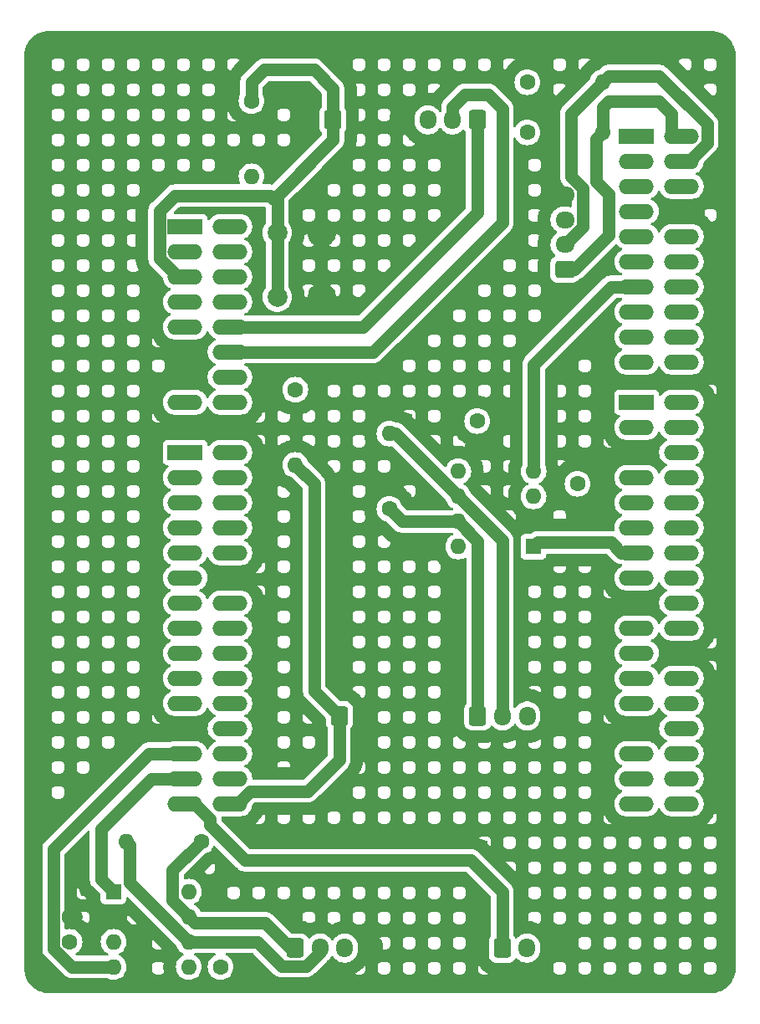
<source format=gbr>
%TF.GenerationSoftware,KiCad,Pcbnew,8.0.1*%
%TF.CreationDate,2024-04-17T22:19:00+09:00*%
%TF.ProjectId,F767ZI_header,46373637-5a49-45f6-9865-616465722e6b,rev?*%
%TF.SameCoordinates,Original*%
%TF.FileFunction,Copper,L1,Top*%
%TF.FilePolarity,Positive*%
%FSLAX46Y46*%
G04 Gerber Fmt 4.6, Leading zero omitted, Abs format (unit mm)*
G04 Created by KiCad (PCBNEW 8.0.1) date 2024-04-17 22:19:00*
%MOMM*%
%LPD*%
G01*
G04 APERTURE LIST*
G04 Aperture macros list*
%AMRoundRect*
0 Rectangle with rounded corners*
0 $1 Rounding radius*
0 $2 $3 $4 $5 $6 $7 $8 $9 X,Y pos of 4 corners*
0 Add a 4 corners polygon primitive as box body*
4,1,4,$2,$3,$4,$5,$6,$7,$8,$9,$2,$3,0*
0 Add four circle primitives for the rounded corners*
1,1,$1+$1,$2,$3*
1,1,$1+$1,$4,$5*
1,1,$1+$1,$6,$7*
1,1,$1+$1,$8,$9*
0 Add four rect primitives between the rounded corners*
20,1,$1+$1,$2,$3,$4,$5,0*
20,1,$1+$1,$4,$5,$6,$7,0*
20,1,$1+$1,$6,$7,$8,$9,0*
20,1,$1+$1,$8,$9,$2,$3,0*%
G04 Aperture macros list end*
%TA.AperFunction,ComponentPad*%
%ADD10O,1.600000X1.600000*%
%TD*%
%TA.AperFunction,ComponentPad*%
%ADD11R,1.600000X1.600000*%
%TD*%
%TA.AperFunction,ComponentPad*%
%ADD12RoundRect,0.250000X-0.600000X-0.725000X0.600000X-0.725000X0.600000X0.725000X-0.600000X0.725000X0*%
%TD*%
%TA.AperFunction,ComponentPad*%
%ADD13O,1.700000X1.950000*%
%TD*%
%TA.AperFunction,ComponentPad*%
%ADD14C,1.600000*%
%TD*%
%TA.AperFunction,ComponentPad*%
%ADD15R,3.530000X1.530000*%
%TD*%
%TA.AperFunction,ComponentPad*%
%ADD16O,3.530000X1.530000*%
%TD*%
%TA.AperFunction,ComponentPad*%
%ADD17C,2.000000*%
%TD*%
%TA.AperFunction,ComponentPad*%
%ADD18RoundRect,0.250000X0.600000X0.725000X-0.600000X0.725000X-0.600000X-0.725000X0.600000X-0.725000X0*%
%TD*%
%TA.AperFunction,ComponentPad*%
%ADD19RoundRect,0.250000X0.725000X-0.600000X0.725000X0.600000X-0.725000X0.600000X-0.725000X-0.600000X0*%
%TD*%
%TA.AperFunction,ComponentPad*%
%ADD20O,1.950000X1.700000*%
%TD*%
%TA.AperFunction,Conductor*%
%ADD21C,1.270000*%
%TD*%
G04 APERTURE END LIST*
D10*
%TO.P,U1,8,STBY*%
%TO.N,unconnected-(U1-STBY-Pad8)*%
X171450000Y-137795000D03*
%TO.P,U1,7,CANH*%
%TO.N,CAN1H*%
X171450000Y-140335000D03*
%TO.P,U1,6,CANL*%
%TO.N,CAN1L*%
X171450000Y-142875000D03*
%TO.P,U1,5,Vio*%
%TO.N,+3V3*%
X171450000Y-145415000D03*
%TO.P,U1,4,RXD*%
%TO.N,CAN1_RD*%
X163830000Y-145415000D03*
%TO.P,U1,3,VDD*%
%TO.N,+5V*%
X163830000Y-142875000D03*
%TO.P,U1,2,VSS*%
%TO.N,GND*%
X163830000Y-140335000D03*
D11*
%TO.P,U1,1,TXD*%
%TO.N,CAN1_TD*%
X163830000Y-137795000D03*
%TD*%
D12*
%TO.P,J3,1,Pin_1*%
%TO.N,CAN2H*%
X200720000Y-120015000D03*
D13*
%TO.P,J3,2,Pin_2*%
%TO.N,CAN2L*%
X203220000Y-120015000D03*
%TO.P,J3,3,Pin_3*%
%TO.N,+5V*%
X205720000Y-120015000D03*
%TO.P,J3,4,Pin_4*%
%TO.N,GND*%
X208220000Y-120015000D03*
%TD*%
D14*
%TO.P,C1,1*%
%TO.N,+5V*%
X210820000Y-96520000D03*
%TO.P,C1,2*%
%TO.N,GND*%
X210820000Y-99020000D03*
%TD*%
D11*
%TO.P,U2,1,TXD*%
%TO.N,CAN2_TD*%
X206365000Y-102870000D03*
D10*
%TO.P,U2,2,VSS*%
%TO.N,GND*%
X206365000Y-100330000D03*
%TO.P,U2,3,VDD*%
%TO.N,+5V*%
X206365000Y-97790000D03*
%TO.P,U2,4,RXD*%
%TO.N,CAN2_RD*%
X206365000Y-95250000D03*
%TO.P,U2,5,Vio*%
%TO.N,+3V3*%
X198745000Y-95250000D03*
%TO.P,U2,6,CANL*%
%TO.N,CAN2L*%
X198745000Y-97790000D03*
%TO.P,U2,7,CANH*%
%TO.N,CAN2H*%
X198745000Y-100330000D03*
%TO.P,U2,8,STBY*%
%TO.N,unconnected-(U2-STBY-Pad8)*%
X198745000Y-102870000D03*
%TD*%
%TO.P,R7,2*%
%TO.N,I2C1_SCL*%
X213360000Y-60960000D03*
D14*
%TO.P,R7,1*%
%TO.N,+5V*%
X205740000Y-60960000D03*
%TD*%
D15*
%TO.P,A1,CN7_1,D16/PC_6/I2S_A_MCK*%
%TO.N,unconnected-(A1A-D16{slash}PC_6{slash}I2S_A_MCK-PadCN7_1)*%
X216805000Y-61341000D03*
D16*
%TO.P,A1,CN7_2,D15/PB_8/I2C_A_SCL*%
%TO.N,I2C1_SCL*%
X221345000Y-61341000D03*
%TO.P,A1,CN7_3,D17/PB_15/I2S_A_SD*%
%TO.N,unconnected-(A1A-D17{slash}PB_15{slash}I2S_A_SD-PadCN7_3)*%
X216805000Y-63881000D03*
%TO.P,A1,CN7_4,D14/PB_9/I2C_A_SDA*%
%TO.N,I2C1_SDA*%
X221345000Y-63881000D03*
%TO.P,A1,CN7_5,D18/PB_13/I2S_A_CK*%
%TO.N,unconnected-(A1A-D18{slash}PB_13{slash}I2S_A_CK-PadCN7_5)*%
X216805000Y-66421000D03*
%TO.P,A1,CN7_6,AREF/AVDD*%
%TO.N,unconnected-(A1A-AREF{slash}AVDD-PadCN7_6)*%
X221345000Y-66421000D03*
%TO.P,A1,CN7_7,D19/PB_12/I2S_A_WS*%
%TO.N,unconnected-(A1A-D19{slash}PB_12{slash}I2S_A_WS-PadCN7_7)*%
X216805000Y-68961000D03*
%TO.P,A1,CN7_8,GND_CN7*%
%TO.N,GND*%
X221345000Y-68961000D03*
%TO.P,A1,CN7_9,D20/PA_15/I2S_B_WS*%
%TO.N,unconnected-(A1A-D20{slash}PA_15{slash}I2S_B_WS-PadCN7_9)*%
X216805000Y-71501000D03*
%TO.P,A1,CN7_10,D13/PA_5/SPI_A_SCK*%
%TO.N,unconnected-(A1A-D13{slash}PA_5{slash}SPI_A_SCK-PadCN7_10)*%
X221345000Y-71501000D03*
%TO.P,A1,CN7_11,D21/PC_7/I2S_B_MCK*%
%TO.N,unconnected-(A1A-D21{slash}PC_7{slash}I2S_B_MCK-PadCN7_11)*%
X216805000Y-74041000D03*
%TO.P,A1,CN7_12,D12/PA_6/SPI_A_MISO*%
%TO.N,unconnected-(A1A-D12{slash}PA_6{slash}SPI_A_MISO-PadCN7_12)*%
X221345000Y-74041000D03*
%TO.P,A1,CN7_13,D22/PB_5/I2S_B_SD/SPI_B_MOSI*%
%TO.N,CAN2_RD*%
X216805000Y-76581000D03*
%TO.P,A1,CN7_14,D11/PA_7/SPI_A_MOSI/TIM_E_PWM1*%
%TO.N,unconnected-(A1A-D11{slash}PA_7{slash}SPI_A_MOSI{slash}TIM_E_PWM1-PadCN7_14)*%
X221345000Y-76581000D03*
%TO.P,A1,CN7_15,D23/PB_3/I2S_B_CK/SPI_B_SCK*%
%TO.N,unconnected-(A1A-D23{slash}PB_3{slash}I2S_B_CK{slash}SPI_B_SCK-PadCN7_15)*%
X216805000Y-79121000D03*
%TO.P,A1,CN7_16,D10/PD_14/SPI_A_CS/TIM_B_PWM3*%
%TO.N,unconnected-(A1A-D10{slash}PD_14{slash}SPI_A_CS{slash}TIM_B_PWM3-PadCN7_16)*%
X221345000Y-79121000D03*
%TO.P,A1,CN7_17,D24/PA_4/SPI_B_NSS*%
%TO.N,unconnected-(A1A-D24{slash}PA_4{slash}SPI_B_NSS-PadCN7_17)*%
X216805000Y-81661000D03*
%TO.P,A1,CN7_18,D9/PD_15/TIMER_B_PWM2*%
%TO.N,unconnected-(A1A-D9{slash}PD_15{slash}TIMER_B_PWM2-PadCN7_18)*%
X221345000Y-81661000D03*
%TO.P,A1,CN7_19,D25/PB_4/SPI_B_MISO*%
%TO.N,unconnected-(A1A-D25{slash}PB_4{slash}SPI_B_MISO-PadCN7_19)*%
X216805000Y-84201000D03*
%TO.P,A1,CN7_20,D8/PF_12/IO*%
%TO.N,unconnected-(A1A-D8{slash}PF_12{slash}IO-PadCN7_20)*%
X221345000Y-84201000D03*
D15*
%TO.P,A1,CN8_1,NC*%
%TO.N,unconnected-(A1B-NC-PadCN8_1)*%
X171085000Y-70485000D03*
D16*
%TO.P,A1,CN8_2,D43/PC_8/SDMMC_D0*%
%TO.N,unconnected-(A1B-D43{slash}PC_8{slash}SDMMC_D0-PadCN8_2)*%
X175625000Y-70485000D03*
%TO.P,A1,CN8_3,IOREF*%
%TO.N,unconnected-(A1B-IOREF-PadCN8_3)*%
X171085000Y-73025000D03*
%TO.P,A1,CN8_4,D44/PC_9/SDMMC_D1/I2S_A_CKIN*%
%TO.N,unconnected-(A1B-D44{slash}PC_9{slash}SDMMC_D1{slash}I2S_A_CKIN-PadCN8_4)*%
X175625000Y-73025000D03*
%TO.P,A1,CN8_5,RESET*%
%TO.N,NRST*%
X171085000Y-75565000D03*
%TO.P,A1,CN8_6,D45/PC_10/SDMMC_D2*%
%TO.N,unconnected-(A1B-D45{slash}PC_10{slash}SDMMC_D2-PadCN8_6)*%
X175625000Y-75565000D03*
%TO.P,A1,CN8_7,+3V3*%
%TO.N,+3V3*%
X171085000Y-78105000D03*
%TO.P,A1,CN8_8,D46/PC_11/SDMMC_D3*%
%TO.N,unconnected-(A1B-D46{slash}PC_11{slash}SDMMC_D3-PadCN8_8)*%
X175625000Y-78105000D03*
%TO.P,A1,CN8_9,+5V*%
%TO.N,+5V*%
X171085000Y-80645000D03*
%TO.P,A1,CN8_10,D47/PC_12/SDMMC_CK*%
%TO.N,UART_TX*%
X175625000Y-80645000D03*
%TO.P,A1,CN8_11,GND_CN8*%
%TO.N,GND*%
X171085000Y-83185000D03*
%TO.P,A1,CN8_12,D48/PD_2/SDMMC_CMD*%
%TO.N,UART_RX*%
X175625000Y-83185000D03*
%TO.P,A1,CN8_13,GND_CN8*%
%TO.N,GND*%
X171085000Y-85725000D03*
%TO.P,A1,CN8_14,D49/PG_2/IO*%
%TO.N,unconnected-(A1B-D49{slash}PG_2{slash}IO-PadCN8_14)*%
X175625000Y-85725000D03*
%TO.P,A1,CN8_15,VIN*%
%TO.N,unconnected-(A1B-VIN-PadCN8_15)*%
X171085000Y-88265000D03*
%TO.P,A1,CN8_16,D50/PG_3/IO*%
%TO.N,unconnected-(A1B-D50{slash}PG_3{slash}IO-PadCN8_16)*%
X175625000Y-88265000D03*
D15*
%TO.P,A1,CN9_1,A0/PA_3/ADC123_IN3*%
%TO.N,unconnected-(A1C-A0{slash}PA_3{slash}ADC123_IN3-PadCN9_1)*%
X171085000Y-93345000D03*
D16*
%TO.P,A1,CN9_2,D51/PD_7/USART_B_SCLK*%
%TO.N,unconnected-(A1C-D51{slash}PD_7{slash}USART_B_SCLK-PadCN9_2)*%
X175625000Y-93345000D03*
%TO.P,A1,CN9_3,A1/PC_0/ADC123_IN10*%
%TO.N,unconnected-(A1C-A1{slash}PC_0{slash}ADC123_IN10-PadCN9_3)*%
X171085000Y-95885000D03*
%TO.P,A1,CN9_4,D52/PD_6/USART_B_RX*%
%TO.N,unconnected-(A1C-D52{slash}PD_6{slash}USART_B_RX-PadCN9_4)*%
X175625000Y-95885000D03*
%TO.P,A1,CN9_5,A2/PC_3/ADC123_IN13*%
%TO.N,unconnected-(A1C-A2{slash}PC_3{slash}ADC123_IN13-PadCN9_5)*%
X171085000Y-98425000D03*
%TO.P,A1,CN9_6,D53/PD_5/USART_B_TX*%
%TO.N,unconnected-(A1C-D53{slash}PD_5{slash}USART_B_TX-PadCN9_6)*%
X175625000Y-98425000D03*
%TO.P,A1,CN9_7,A3/PF_3/ADC3_IN9*%
%TO.N,unconnected-(A1C-A3{slash}PF_3{slash}ADC3_IN9-PadCN9_7)*%
X171085000Y-100965000D03*
%TO.P,A1,CN9_8,D54/PD_4/USART_B_RTS*%
%TO.N,unconnected-(A1C-D54{slash}PD_4{slash}USART_B_RTS-PadCN9_8)*%
X175625000Y-100965000D03*
%TO.P,A1,CN9_9,A4/PF_5/ADC3_IN15/I2C1_SDA*%
%TO.N,unconnected-(A1C-A4{slash}PF_5{slash}ADC3_IN15{slash}I2C1_SDA-PadCN9_9)*%
X171085000Y-103505000D03*
%TO.P,A1,CN9_10,D55/PD_3/USART_B_CTS*%
%TO.N,unconnected-(A1C-D55{slash}PD_3{slash}USART_B_CTS-PadCN9_10)*%
X175625000Y-103505000D03*
%TO.P,A1,CN9_11,A5/PF_10/ADC3_IN8/I2C1_SCL*%
%TO.N,unconnected-(A1C-A5{slash}PF_10{slash}ADC3_IN8{slash}I2C1_SCL-PadCN9_11)*%
X171085000Y-106045000D03*
%TO.P,A1,CN9_12,GND_CN9*%
%TO.N,GND*%
X175625000Y-106045000D03*
%TO.P,A1,CN9_13,D72/NC*%
%TO.N,unconnected-(A1C-D72{slash}NC-PadCN9_13)*%
X171085000Y-108585000D03*
%TO.P,A1,CN9_14,D56/PE_2/SAI_A_MCLK*%
%TO.N,unconnected-(A1C-D56{slash}PE_2{slash}SAI_A_MCLK-PadCN9_14)*%
X175625000Y-108585000D03*
%TO.P,A1,CN9_15,D71/PA_7/IO*%
%TO.N,unconnected-(A1C-D71{slash}PA_7{slash}IO-PadCN9_15)*%
X171085000Y-111125000D03*
%TO.P,A1,CN9_16,D57/PE_4/SAI_A_FS*%
%TO.N,unconnected-(A1C-D57{slash}PE_4{slash}SAI_A_FS-PadCN9_16)*%
X175625000Y-111125000D03*
%TO.P,A1,CN9_17,D70/PF_2/I2C_B_SMBA*%
%TO.N,unconnected-(A1C-D70{slash}PF_2{slash}I2C_B_SMBA-PadCN9_17)*%
X171085000Y-113665000D03*
%TO.P,A1,CN9_18,D58/PE_5/SAI_A_SCK*%
%TO.N,unconnected-(A1C-D58{slash}PE_5{slash}SAI_A_SCK-PadCN9_18)*%
X175625000Y-113665000D03*
%TO.P,A1,CN9_19,D69/PF_1/I2C_B_SCL*%
%TO.N,unconnected-(A1C-D69{slash}PF_1{slash}I2C_B_SCL-PadCN9_19)*%
X171085000Y-116205000D03*
%TO.P,A1,CN9_20,D59/PE_6/SAI_A_SD*%
%TO.N,unconnected-(A1C-D59{slash}PE_6{slash}SAI_A_SD-PadCN9_20)*%
X175625000Y-116205000D03*
%TO.P,A1,CN9_21,D68/PF_0/I2C_B_SDA*%
%TO.N,unconnected-(A1C-D68{slash}PF_0{slash}I2C_B_SDA-PadCN9_21)*%
X171085000Y-118745000D03*
%TO.P,A1,CN9_22,D60/PE_3/SAI_B_SD*%
%TO.N,unconnected-(A1C-D60{slash}PE_3{slash}SAI_B_SD-PadCN9_22)*%
X175625000Y-118745000D03*
%TO.P,A1,CN9_23,GND_CN9*%
%TO.N,GND*%
X171085000Y-121285000D03*
%TO.P,A1,CN9_24,D61/PF_8/SAI_B_SCK*%
%TO.N,unconnected-(A1C-D61{slash}PF_8{slash}SAI_B_SCK-PadCN9_24)*%
X175625000Y-121285000D03*
%TO.P,A1,CN9_25,D67/PD_0/CAN_RX*%
%TO.N,CAN1_RD*%
X171085000Y-123825000D03*
%TO.P,A1,CN9_26,D62/PF_7/SAI_B_MCLK*%
%TO.N,unconnected-(A1C-D62{slash}PF_7{slash}SAI_B_MCLK-PadCN9_26)*%
X175625000Y-123825000D03*
%TO.P,A1,CN9_27,D66/PD_1/CAN_TX*%
%TO.N,CAN1_TD*%
X171085000Y-126365000D03*
%TO.P,A1,CN9_28,D63/PF_9/SAI_B_FS*%
%TO.N,unconnected-(A1C-D63{slash}PF_9{slash}SAI_B_FS-PadCN9_28)*%
X175625000Y-126365000D03*
%TO.P,A1,CN9_29,D65/PG_0/IO*%
%TO.N,EMER_SIG*%
X171085000Y-128905000D03*
%TO.P,A1,CN9_30,D64/PG_1/IO*%
%TO.N,EMER_SW*%
X175625000Y-128905000D03*
D15*
%TO.P,A1,CN10_1,AVDD_CN10*%
%TO.N,unconnected-(A1D-AVDD_CN10-PadCN10_1)*%
X216805000Y-88265000D03*
D16*
%TO.P,A1,CN10_2,D7/PF_13/IO*%
%TO.N,unconnected-(A1D-D7{slash}PF_13{slash}IO-PadCN10_2)*%
X221345000Y-88265000D03*
%TO.P,A1,CN10_3,AGND_CN10*%
%TO.N,unconnected-(A1D-AGND_CN10-PadCN10_3)*%
X216805000Y-90805000D03*
%TO.P,A1,CN10_4,D6/PE_9/TIMER_A_PWM1*%
%TO.N,unconnected-(A1D-D6{slash}PE_9{slash}TIMER_A_PWM1-PadCN10_4)*%
X221345000Y-90805000D03*
%TO.P,A1,CN10_5,GND_CN10*%
%TO.N,GND*%
X216805000Y-93345000D03*
%TO.P,A1,CN10_6,D5/PE_11/TIMER_A_PWM2*%
%TO.N,unconnected-(A1D-D5{slash}PE_11{slash}TIMER_A_PWM2-PadCN10_6)*%
X221345000Y-93345000D03*
%TO.P,A1,CN10_7,A6/PB_1/ADC_A_IN*%
%TO.N,unconnected-(A1D-A6{slash}PB_1{slash}ADC_A_IN-PadCN10_7)*%
X216805000Y-95885000D03*
%TO.P,A1,CN10_8,D4/PF_14/IO*%
%TO.N,unconnected-(A1D-D4{slash}PF_14{slash}IO-PadCN10_8)*%
X221345000Y-95885000D03*
%TO.P,A1,CN10_9,A7/PC_2/ADC_B_IN*%
%TO.N,unconnected-(A1D-A7{slash}PC_2{slash}ADC_B_IN-PadCN10_9)*%
X216805000Y-98425000D03*
%TO.P,A1,CN10_10,D3/PE_13/TIMER_A_PWM3*%
%TO.N,unconnected-(A1D-D3{slash}PE_13{slash}TIMER_A_PWM3-PadCN10_10)*%
X221345000Y-98425000D03*
%TO.P,A1,CN10_11,A8/PF_4/ADC_C_IN*%
%TO.N,unconnected-(A1D-A8{slash}PF_4{slash}ADC_C_IN-PadCN10_11)*%
X216805000Y-100965000D03*
%TO.P,A1,CN10_12,D2/PF_15/IO*%
%TO.N,unconnected-(A1D-D2{slash}PF_15{slash}IO-PadCN10_12)*%
X221345000Y-100965000D03*
%TO.P,A1,CN10_13,D26/PB_6/QSPI_CS*%
%TO.N,CAN2_TD*%
X216805000Y-103505000D03*
%TO.P,A1,CN10_14,D1/PG_14/USART_A_TX*%
%TO.N,unconnected-(A1D-D1{slash}PG_14{slash}USART_A_TX-PadCN10_14)*%
X221345000Y-103505000D03*
%TO.P,A1,CN10_15,D27/PB_2/QSPI_CLK*%
%TO.N,unconnected-(A1D-D27{slash}PB_2{slash}QSPI_CLK-PadCN10_15)*%
X216805000Y-106045000D03*
%TO.P,A1,CN10_16,D0/PG_9/USART_A_RX*%
%TO.N,unconnected-(A1D-D0{slash}PG_9{slash}USART_A_RX-PadCN10_16)*%
X221345000Y-106045000D03*
%TO.P,A1,CN10_17,GND_CN10*%
%TO.N,GND*%
X216805000Y-108585000D03*
%TO.P,A1,CN10_18,D42/PE_8/TIMER_A_PWM1N*%
%TO.N,unconnected-(A1D-D42{slash}PE_8{slash}TIMER_A_PWM1N-PadCN10_18)*%
X221345000Y-108585000D03*
%TO.P,A1,CN10_19,D28/PD_13/QSPI_BK1_IO3*%
%TO.N,unconnected-(A1D-D28{slash}PD_13{slash}QSPI_BK1_IO3-PadCN10_19)*%
X216805000Y-111125000D03*
%TO.P,A1,CN10_20,D41/PE_7/TIMER_A_ETR*%
%TO.N,unconnected-(A1D-D41{slash}PE_7{slash}TIMER_A_ETR-PadCN10_20)*%
X221345000Y-111125000D03*
%TO.P,A1,CN10_21,D29/PD_12/QSPI_BK1_IO1*%
%TO.N,unconnected-(A1D-D29{slash}PD_12{slash}QSPI_BK1_IO1-PadCN10_21)*%
X216805000Y-113665000D03*
%TO.P,A1,CN10_22,GND_CN10*%
%TO.N,GND*%
X221345000Y-113665000D03*
%TO.P,A1,CN10_23,D30/PD_11/QSPI_BK1_IO0*%
%TO.N,unconnected-(A1D-D30{slash}PD_11{slash}QSPI_BK1_IO0-PadCN10_23)*%
X216805000Y-116205000D03*
%TO.P,A1,CN10_24,D40/PE_10/TIMER_A_PWM2N*%
%TO.N,unconnected-(A1D-D40{slash}PE_10{slash}TIMER_A_PWM2N-PadCN10_24)*%
X221345000Y-116205000D03*
%TO.P,A1,CN10_25,D31/PE_2/QSPI_BK1_IO2*%
%TO.N,unconnected-(A1D-D31{slash}PE_2{slash}QSPI_BK1_IO2-PadCN10_25)*%
X216805000Y-118745000D03*
%TO.P,A1,CN10_26,D39/PE_12/TIMER_A_PWM3N*%
%TO.N,unconnected-(A1D-D39{slash}PE_12{slash}TIMER_A_PWM3N-PadCN10_26)*%
X221345000Y-118745000D03*
%TO.P,A1,CN10_27,GND_CN10*%
%TO.N,GND*%
X216805000Y-121285000D03*
%TO.P,A1,CN10_28,D38/PE_14/IO*%
%TO.N,unconnected-(A1D-D38{slash}PE_14{slash}IO-PadCN10_28)*%
X221345000Y-121285000D03*
%TO.P,A1,CN10_29,D32/PA_0/TIMER_C_PWM1*%
%TO.N,unconnected-(A1D-D32{slash}PA_0{slash}TIMER_C_PWM1-PadCN10_29)*%
X216805000Y-123825000D03*
%TO.P,A1,CN10_30,D37/PE_15/TIMER_A_BKIN1*%
%TO.N,unconnected-(A1D-D37{slash}PE_15{slash}TIMER_A_BKIN1-PadCN10_30)*%
X221345000Y-123825000D03*
%TO.P,A1,CN10_31,D33/PB_0/TIMER_D_PWM1*%
%TO.N,unconnected-(A1D-D33{slash}PB_0{slash}TIMER_D_PWM1-PadCN10_31)*%
X216805000Y-126365000D03*
%TO.P,A1,CN10_32,D36/PB_10/TIMER_C_PWM2*%
%TO.N,unconnected-(A1D-D36{slash}PB_10{slash}TIMER_C_PWM2-PadCN10_32)*%
X221345000Y-126365000D03*
%TO.P,A1,CN10_33,D34/PE_0/TIMER_B_ETR*%
%TO.N,unconnected-(A1D-D34{slash}PE_0{slash}TIMER_B_ETR-PadCN10_33)*%
X216805000Y-128905000D03*
%TO.P,A1,CN10_34,D35/PB_11/TIMER_C_PWM3*%
%TO.N,unconnected-(A1D-D35{slash}PB_11{slash}TIMER_C_PWM3-PadCN10_34)*%
X221345000Y-128905000D03*
%TD*%
D10*
%TO.P,R8,2*%
%TO.N,I2C1_SDA*%
X213360000Y-55880000D03*
D14*
%TO.P,R8,1*%
%TO.N,+5V*%
X205740000Y-55880000D03*
%TD*%
%TO.P,C4,1*%
%TO.N,+3V3*%
X174665000Y-145415000D03*
%TO.P,C4,2*%
%TO.N,GND*%
X177165000Y-145415000D03*
%TD*%
D17*
%TO.P,SW1,2,2*%
%TO.N,NRST*%
X180412000Y-77620000D03*
X180412000Y-71120000D03*
%TO.P,SW1,1,1*%
%TO.N,GND*%
X184912000Y-77620000D03*
X184912000Y-71120000D03*
%TD*%
D14*
%TO.P,R6,1*%
%TO.N,CAN1H*%
X172720000Y-132715000D03*
D10*
%TO.P,R6,2*%
%TO.N,CAN1L*%
X165100000Y-132715000D03*
%TD*%
D14*
%TO.P,C3,1*%
%TO.N,+5V*%
X159385000Y-142875000D03*
%TO.P,C3,2*%
%TO.N,GND*%
X159385000Y-140375000D03*
%TD*%
%TO.P,R1,1*%
%TO.N,NRST*%
X177800000Y-57785000D03*
D10*
%TO.P,R1,2*%
%TO.N,+3V3*%
X177800000Y-65405000D03*
%TD*%
D14*
%TO.P,C2,1*%
%TO.N,+3V3*%
X200660000Y-90170000D03*
%TO.P,C2,2*%
%TO.N,GND*%
X203160000Y-90170000D03*
%TD*%
D18*
%TO.P,J9,1,Pin_1*%
%TO.N,NRST*%
X186055000Y-59690000D03*
D13*
%TO.P,J9,2,Pin_2*%
%TO.N,GND*%
X183555000Y-59690000D03*
%TD*%
D19*
%TO.P,J7,1,Pin_1*%
%TO.N,I2C1_SCL*%
X209550000Y-74810000D03*
D20*
%TO.P,J7,2,Pin_2*%
%TO.N,I2C1_SDA*%
X209550000Y-72310000D03*
%TO.P,J7,3,Pin_3*%
%TO.N,+5V*%
X209550000Y-69810000D03*
%TO.P,J7,4,Pin_4*%
%TO.N,GND*%
X209550000Y-67310000D03*
%TD*%
D12*
%TO.P,J2,1,Pin_1*%
%TO.N,CAN1H*%
X182245000Y-143510000D03*
D13*
%TO.P,J2,2,Pin_2*%
%TO.N,CAN1L*%
X184745000Y-143510000D03*
%TO.P,J2,3,Pin_3*%
%TO.N,+5V*%
X187245000Y-143510000D03*
%TO.P,J2,4,Pin_4*%
%TO.N,GND*%
X189745000Y-143510000D03*
%TD*%
D12*
%TO.P,J6,1,Pin_1*%
%TO.N,EMER_SW*%
X186690000Y-120015000D03*
D13*
%TO.P,J6,2,Pin_2*%
%TO.N,GND*%
X189190000Y-120015000D03*
%TD*%
D18*
%TO.P,J4,1,Pin_1*%
%TO.N,UART_TX*%
X200660000Y-59690000D03*
D13*
%TO.P,J4,2,Pin_2*%
%TO.N,UART_RX*%
X198160000Y-59690000D03*
%TO.P,J4,3,Pin_3*%
%TO.N,+5V*%
X195660000Y-59690000D03*
%TO.P,J4,4,Pin_4*%
%TO.N,GND*%
X193160000Y-59690000D03*
%TD*%
D10*
%TO.P,R4,2*%
%TO.N,EMER_SW*%
X182245000Y-94615000D03*
D14*
%TO.P,R4,1*%
%TO.N,+3V3*%
X182245000Y-86995000D03*
%TD*%
D10*
%TO.P,R5,2*%
%TO.N,CAN2L*%
X191770000Y-91440000D03*
D14*
%TO.P,R5,1*%
%TO.N,CAN2H*%
X191770000Y-99060000D03*
%TD*%
D12*
%TO.P,J5,1,Pin_1*%
%TO.N,EMER_SIG*%
X203200000Y-143510000D03*
D13*
%TO.P,J5,2,Pin_2*%
%TO.N,+5V*%
X205700000Y-143510000D03*
%TO.P,J5,3,Pin_3*%
%TO.N,GND*%
X208200000Y-143510000D03*
%TD*%
D21*
%TO.N,NRST*%
X179702000Y-67362000D02*
X180412000Y-68072000D01*
X170008000Y-67362000D02*
X179702000Y-67362000D01*
X168485000Y-73687742D02*
X168485000Y-68885000D01*
X170362258Y-75565000D02*
X168485000Y-73687742D01*
X168485000Y-68885000D02*
X170008000Y-67362000D01*
X172085000Y-75565000D02*
X170362258Y-75565000D01*
X180412000Y-68072000D02*
X180412000Y-71120000D01*
X180412000Y-67362000D02*
X180412000Y-68072000D01*
X186055000Y-61719000D02*
X180412000Y-67362000D01*
X186055000Y-59690000D02*
X186055000Y-61719000D01*
X180412000Y-71120000D02*
X180412000Y-77620000D01*
%TO.N,UART_TX*%
X189103000Y-80645000D02*
X200660000Y-69088000D01*
X200660000Y-69088000D02*
X200660000Y-59690000D01*
X174625000Y-80645000D02*
X189103000Y-80645000D01*
%TO.N,UART_RX*%
X201775675Y-57150000D02*
X199390000Y-57150000D01*
X198160000Y-58380000D02*
X198160000Y-59690000D01*
X203200000Y-58574325D02*
X201775675Y-57150000D01*
X199390000Y-57150000D02*
X198160000Y-58380000D01*
X203200000Y-70104000D02*
X203200000Y-58574325D01*
X174625000Y-83185000D02*
X190119000Y-83185000D01*
X190119000Y-83185000D02*
X203200000Y-70104000D01*
%TO.N,I2C1_SDA*%
X219075000Y-55245000D02*
X213995000Y-55245000D01*
X223945000Y-60115000D02*
X219075000Y-55245000D01*
X223945000Y-62003742D02*
X223945000Y-60115000D01*
X222067742Y-63881000D02*
X223945000Y-62003742D01*
X213995000Y-55245000D02*
X213360000Y-55880000D01*
X220345000Y-63881000D02*
X222067742Y-63881000D01*
X209557950Y-72310000D02*
X209550000Y-72310000D01*
X211360000Y-70507950D02*
X209557950Y-72310000D01*
X210185000Y-59055000D02*
X210185000Y-65437050D01*
X211360000Y-66612050D02*
X211360000Y-70507950D01*
X213360000Y-55880000D02*
X210185000Y-59055000D01*
X210185000Y-65437050D02*
X211360000Y-66612050D01*
%TO.N,I2C1_SCL*%
X210525000Y-74810000D02*
X209550000Y-74810000D01*
X213995000Y-67168156D02*
X213995000Y-71340000D01*
X213995000Y-71340000D02*
X210525000Y-74810000D01*
X213360000Y-60960000D02*
X212725000Y-61595000D01*
X212725000Y-65898156D02*
X213995000Y-67168156D01*
X213360000Y-58420000D02*
X213360000Y-60960000D01*
X219075000Y-57785000D02*
X213995000Y-57785000D01*
X220345000Y-59055000D02*
X219075000Y-57785000D01*
X220345000Y-61341000D02*
X220345000Y-59055000D01*
X213995000Y-57785000D02*
X213360000Y-58420000D01*
X212725000Y-61595000D02*
X212725000Y-65898156D01*
%TO.N,NRST*%
X186055000Y-56515000D02*
X186055000Y-59690000D01*
X184150000Y-54610000D02*
X186055000Y-56515000D01*
X179070000Y-54610000D02*
X184150000Y-54610000D01*
X177800000Y-57785000D02*
X177800000Y-55880000D01*
X177800000Y-55880000D02*
X179070000Y-54610000D01*
%TO.N,EMER_SW*%
X182245000Y-94615000D02*
X184150000Y-96520000D01*
X184150000Y-117475000D02*
X186690000Y-120015000D01*
X184150000Y-96520000D02*
X184150000Y-117475000D01*
X176347742Y-128905000D02*
X174625000Y-128905000D01*
X183515000Y-127635000D02*
X177617742Y-127635000D01*
X186690000Y-124460000D02*
X183515000Y-127635000D01*
X186690000Y-120015000D02*
X186690000Y-124460000D01*
X177617742Y-127635000D02*
X176347742Y-128905000D01*
%TO.N,CAN1L*%
X180880000Y-145320000D02*
X178435000Y-142875000D01*
X178435000Y-142875000D02*
X171450000Y-142875000D01*
X183301350Y-145320000D02*
X180880000Y-145320000D01*
X184745000Y-143510000D02*
X184745000Y-143876350D01*
X184745000Y-143876350D02*
X183301350Y-145320000D01*
%TO.N,CAN1H*%
X181690000Y-143510000D02*
X182245000Y-143510000D01*
X179160000Y-140980000D02*
X181690000Y-143510000D01*
X172095000Y-140980000D02*
X179160000Y-140980000D01*
X171450000Y-140335000D02*
X172095000Y-140980000D01*
%TO.N,CAN1L*%
X165465000Y-133080000D02*
X165100000Y-132715000D01*
X165465000Y-136890000D02*
X165465000Y-133080000D01*
X171450000Y-142875000D02*
X165465000Y-136890000D01*
%TO.N,CAN1H*%
X169815000Y-135620000D02*
X172720000Y-132715000D01*
X169815000Y-138700000D02*
X169815000Y-135620000D01*
X171450000Y-140335000D02*
X169815000Y-138700000D01*
%TO.N,CAN1_TD*%
X167640000Y-126365000D02*
X172085000Y-126365000D01*
X162560000Y-131445000D02*
X167640000Y-126365000D01*
X162560000Y-136525000D02*
X162560000Y-131445000D01*
X163830000Y-137795000D02*
X162560000Y-136525000D01*
%TO.N,EMER_SIG*%
X200025000Y-134620000D02*
X203200000Y-137795000D01*
X177165000Y-134620000D02*
X200025000Y-134620000D01*
X173625000Y-131080000D02*
X177165000Y-134620000D01*
X203200000Y-137795000D02*
X203200000Y-143510000D01*
X173625000Y-130445000D02*
X173625000Y-131080000D01*
X172085000Y-128905000D02*
X173625000Y-130445000D01*
%TO.N,CAN1_RD*%
X157750000Y-133467240D02*
X167392240Y-123825000D01*
X159612760Y-145415000D02*
X157750000Y-143552240D01*
X157750000Y-143552240D02*
X157750000Y-133467240D01*
X163830000Y-145415000D02*
X159612760Y-145415000D01*
%TO.N,CAN2L*%
X203200000Y-119995000D02*
X203220000Y-120015000D01*
X203200000Y-102245000D02*
X203200000Y-119995000D01*
X198745000Y-97790000D02*
X203200000Y-102245000D01*
%TO.N,CAN2H*%
X198745000Y-100330000D02*
X200720000Y-102305000D01*
X200720000Y-102305000D02*
X200720000Y-120015000D01*
X193040000Y-100330000D02*
X198745000Y-100330000D01*
X191770000Y-99060000D02*
X193040000Y-100330000D01*
%TO.N,CAN2L*%
X192395000Y-91440000D02*
X191770000Y-91440000D01*
X198745000Y-97790000D02*
X192395000Y-91440000D01*
%TO.N,CAN2_TD*%
X215265000Y-103505000D02*
X217805000Y-103505000D01*
X206790000Y-102445000D02*
X214205000Y-102445000D01*
X214205000Y-102445000D02*
X215265000Y-103505000D01*
X206365000Y-102870000D02*
X206790000Y-102445000D01*
%TO.N,CAN2_RD*%
X214229000Y-76581000D02*
X217805000Y-76581000D01*
X206365000Y-95250000D02*
X206365000Y-84445000D01*
X206365000Y-84445000D02*
X214229000Y-76581000D01*
%TO.N,CAN1_RD*%
X167392240Y-123825000D02*
X172085000Y-123825000D01*
%TO.N,+5V*%
X170362258Y-80645000D02*
X172085000Y-80645000D01*
%TD*%
%TA.AperFunction,Conductor*%
%TO.N,GND*%
G36*
X224333736Y-50665726D02*
G01*
X224623796Y-50683271D01*
X224638659Y-50685076D01*
X224920798Y-50736780D01*
X224935335Y-50740363D01*
X225209172Y-50825695D01*
X225223163Y-50831000D01*
X225484743Y-50948727D01*
X225497989Y-50955680D01*
X225743465Y-51104075D01*
X225755776Y-51112573D01*
X225981573Y-51289473D01*
X225992781Y-51299403D01*
X226195596Y-51502218D01*
X226205526Y-51513426D01*
X226325481Y-51666538D01*
X226382422Y-51739217D01*
X226390928Y-51751540D01*
X226539316Y-51997004D01*
X226546275Y-52010263D01*
X226663997Y-52271831D01*
X226669306Y-52285832D01*
X226754635Y-52559663D01*
X226758219Y-52574201D01*
X226809923Y-52856340D01*
X226811728Y-52871205D01*
X226829274Y-53161263D01*
X226829500Y-53168750D01*
X226829500Y-145586249D01*
X226829274Y-145593736D01*
X226811728Y-145883794D01*
X226809923Y-145898659D01*
X226758219Y-146180798D01*
X226754635Y-146195336D01*
X226669306Y-146469167D01*
X226663997Y-146483168D01*
X226546275Y-146744736D01*
X226539316Y-146757995D01*
X226390928Y-147003459D01*
X226382422Y-147015782D01*
X226205526Y-147241573D01*
X226195596Y-147252781D01*
X225992781Y-147455596D01*
X225981573Y-147465526D01*
X225755782Y-147642422D01*
X225743459Y-147650928D01*
X225497995Y-147799316D01*
X225484736Y-147806275D01*
X225223168Y-147923997D01*
X225209167Y-147929306D01*
X224935336Y-148014635D01*
X224920798Y-148018219D01*
X224638659Y-148069923D01*
X224623794Y-148071728D01*
X224333736Y-148089274D01*
X224326249Y-148089500D01*
X157308751Y-148089500D01*
X157301264Y-148089274D01*
X157011205Y-148071728D01*
X156996340Y-148069923D01*
X156714201Y-148018219D01*
X156699663Y-148014635D01*
X156425832Y-147929306D01*
X156411831Y-147923997D01*
X156150263Y-147806275D01*
X156137004Y-147799316D01*
X155891540Y-147650928D01*
X155879217Y-147642422D01*
X155653426Y-147465526D01*
X155642218Y-147455596D01*
X155439403Y-147252781D01*
X155429473Y-147241573D01*
X155252573Y-147015776D01*
X155244075Y-147003465D01*
X155095680Y-146757989D01*
X155088727Y-146744743D01*
X154971000Y-146483163D01*
X154965693Y-146469167D01*
X154965114Y-146467310D01*
X154880363Y-146195335D01*
X154876780Y-146180798D01*
X154837727Y-145967694D01*
X154825075Y-145898657D01*
X154823271Y-145883794D01*
X154820217Y-145833312D01*
X154805726Y-145593736D01*
X154805500Y-145586249D01*
X154805500Y-143641610D01*
X156614500Y-143641610D01*
X156642458Y-143818132D01*
X156642459Y-143818138D01*
X156651566Y-143846163D01*
X156651566Y-143846166D01*
X156651567Y-143846166D01*
X156697692Y-143988125D01*
X156769658Y-144129365D01*
X156778833Y-144147372D01*
X156808541Y-144188261D01*
X156883889Y-144291968D01*
X158873031Y-146281111D01*
X158920364Y-146315500D01*
X159017628Y-146386167D01*
X159176879Y-146467309D01*
X159176881Y-146467310D01*
X159335430Y-146518825D01*
X159346863Y-146522540D01*
X159523394Y-146550500D01*
X163160353Y-146550500D01*
X163212757Y-146562117D01*
X163383504Y-146641739D01*
X163603308Y-146700635D01*
X163765230Y-146714801D01*
X163829998Y-146720468D01*
X163830000Y-146720468D01*
X163830002Y-146720468D01*
X163886673Y-146715509D01*
X164056692Y-146700635D01*
X164276496Y-146641739D01*
X164482734Y-146545568D01*
X164669139Y-146415047D01*
X164830047Y-146254139D01*
X164960568Y-146067734D01*
X165056739Y-145861496D01*
X165084247Y-145758834D01*
X167753500Y-145758834D01*
X167872609Y-146046390D01*
X168160165Y-146165500D01*
X168618835Y-146165500D01*
X168906390Y-146046390D01*
X168938987Y-145967694D01*
X168932408Y-145943140D01*
X168931122Y-145937886D01*
X168921486Y-145894422D01*
X168920430Y-145889112D01*
X168910822Y-145834613D01*
X168910000Y-145829269D01*
X168904191Y-145785145D01*
X168903602Y-145779767D01*
X168878946Y-145497949D01*
X168878592Y-145492552D01*
X168876650Y-145448081D01*
X168876532Y-145442671D01*
X168876532Y-145387329D01*
X168876650Y-145381919D01*
X168878592Y-145337448D01*
X168878946Y-145332051D01*
X168903602Y-145050233D01*
X168904191Y-145044855D01*
X168907942Y-145016357D01*
X168906390Y-145012609D01*
X168618835Y-144893500D01*
X168160165Y-144893500D01*
X167872609Y-145012609D01*
X167753500Y-145300165D01*
X167753500Y-145758834D01*
X165084247Y-145758834D01*
X165115635Y-145641692D01*
X165135468Y-145415000D01*
X165134747Y-145406763D01*
X165119771Y-145235586D01*
X165115635Y-145188308D01*
X165056739Y-144968504D01*
X164960568Y-144762266D01*
X164830047Y-144575861D01*
X164830045Y-144575858D01*
X164669141Y-144414954D01*
X164482734Y-144284432D01*
X164482728Y-144284429D01*
X164424725Y-144257382D01*
X164372285Y-144211210D01*
X164353133Y-144144017D01*
X164373348Y-144077135D01*
X164424725Y-144032618D01*
X164482734Y-144005568D01*
X164669139Y-143875047D01*
X164830047Y-143714139D01*
X164960568Y-143527734D01*
X165056739Y-143321496D01*
X165084247Y-143218834D01*
X167753500Y-143218834D01*
X167872609Y-143506390D01*
X168160165Y-143625500D01*
X168618835Y-143625500D01*
X168747954Y-143572016D01*
X167806983Y-142631044D01*
X167753500Y-142760165D01*
X167753500Y-143218834D01*
X165084247Y-143218834D01*
X165115635Y-143101692D01*
X165135468Y-142875000D01*
X165115635Y-142648308D01*
X165066697Y-142465668D01*
X165056741Y-142428511D01*
X165056738Y-142428502D01*
X165022412Y-142354890D01*
X164960568Y-142222266D01*
X164830047Y-142035861D01*
X164830045Y-142035858D01*
X164669141Y-141874954D01*
X164482734Y-141744432D01*
X164482732Y-141744431D01*
X164276497Y-141648261D01*
X164276488Y-141648258D01*
X164056697Y-141589366D01*
X164056693Y-141589365D01*
X164056692Y-141589365D01*
X164056691Y-141589364D01*
X164056686Y-141589364D01*
X163830002Y-141569532D01*
X163829998Y-141569532D01*
X163603313Y-141589364D01*
X163603302Y-141589366D01*
X163383511Y-141648258D01*
X163383502Y-141648261D01*
X163177267Y-141744431D01*
X163177265Y-141744432D01*
X162990858Y-141874954D01*
X162829954Y-142035858D01*
X162699432Y-142222265D01*
X162699431Y-142222267D01*
X162603261Y-142428502D01*
X162603258Y-142428511D01*
X162544366Y-142648302D01*
X162544364Y-142648313D01*
X162524532Y-142874998D01*
X162524532Y-142875001D01*
X162544364Y-143101686D01*
X162544366Y-143101697D01*
X162603258Y-143321488D01*
X162603261Y-143321497D01*
X162699431Y-143527732D01*
X162699432Y-143527734D01*
X162829954Y-143714141D01*
X162990858Y-143875045D01*
X162990861Y-143875047D01*
X163177266Y-144005568D01*
X163235273Y-144032617D01*
X163287713Y-144078789D01*
X163306865Y-144145982D01*
X163286650Y-144212864D01*
X163235280Y-144257378D01*
X163212764Y-144267879D01*
X163160353Y-144279500D01*
X160134462Y-144279500D01*
X160067423Y-144259815D01*
X160046781Y-144243181D01*
X160007076Y-144203476D01*
X159973591Y-144142153D01*
X159978575Y-144072461D01*
X160020447Y-144016528D01*
X160033361Y-144008827D01*
X160033043Y-144008276D01*
X160037725Y-144005572D01*
X160037734Y-144005568D01*
X160224139Y-143875047D01*
X160385047Y-143714139D01*
X160515568Y-143527734D01*
X160611739Y-143321496D01*
X160670635Y-143101692D01*
X160690468Y-142875000D01*
X160670635Y-142648308D01*
X160621697Y-142465668D01*
X160611741Y-142428511D01*
X160611738Y-142428502D01*
X160577412Y-142354890D01*
X160515568Y-142222266D01*
X160385047Y-142035861D01*
X160385045Y-142035858D01*
X160224141Y-141874954D01*
X160037734Y-141744432D01*
X160037732Y-141744431D01*
X159831497Y-141648261D01*
X159831488Y-141648258D01*
X159611697Y-141589366D01*
X159611693Y-141589365D01*
X159611692Y-141589365D01*
X159611691Y-141589364D01*
X159611686Y-141589364D01*
X159385002Y-141569532D01*
X159384998Y-141569532D01*
X159158313Y-141589364D01*
X159158302Y-141589366D01*
X159041593Y-141620638D01*
X158971743Y-141618975D01*
X158913881Y-141579812D01*
X158886377Y-141515583D01*
X158885500Y-141500863D01*
X158885500Y-139813500D01*
X160554072Y-139813500D01*
X160580798Y-139853499D01*
X160599313Y-139898199D01*
X160689343Y-140350809D01*
X160689343Y-140399192D01*
X160643414Y-140630086D01*
X160647781Y-140632483D01*
X160695705Y-140660152D01*
X160700331Y-140662959D01*
X160737863Y-140686870D01*
X160742360Y-140689875D01*
X160974090Y-140852132D01*
X160978452Y-140855330D01*
X161013760Y-140882422D01*
X161017979Y-140885808D01*
X161060375Y-140921381D01*
X161064442Y-140924948D01*
X161097270Y-140955028D01*
X161101180Y-140958771D01*
X161160814Y-141018405D01*
X161286390Y-140966390D01*
X161405499Y-140678836D01*
X165213500Y-140678836D01*
X165230618Y-140720164D01*
X165419090Y-140852132D01*
X165423452Y-140855330D01*
X165458760Y-140882422D01*
X165462979Y-140885808D01*
X165505375Y-140921381D01*
X165509442Y-140924948D01*
X165542270Y-140955028D01*
X165546180Y-140958771D01*
X165672909Y-141085500D01*
X166078835Y-141085500D01*
X166207955Y-141032016D01*
X165378084Y-140202145D01*
X165366072Y-140207632D01*
X165357891Y-140211020D01*
X165213500Y-140264873D01*
X165213500Y-140678836D01*
X161405499Y-140678836D01*
X161405500Y-140678834D01*
X161405500Y-140220165D01*
X161286390Y-139932609D01*
X160998835Y-139813500D01*
X160554072Y-139813500D01*
X158885500Y-139813500D01*
X158885500Y-138187118D01*
X160153500Y-138187118D01*
X160252609Y-138426390D01*
X160540165Y-138545500D01*
X160998835Y-138545500D01*
X161127955Y-138492016D01*
X160837099Y-138201160D01*
X160694743Y-138223708D01*
X160625449Y-138214754D01*
X160571997Y-138169758D01*
X160557413Y-138139553D01*
X160307346Y-137369936D01*
X160252609Y-137392609D01*
X160153500Y-137631880D01*
X160153500Y-138187118D01*
X158885500Y-138187118D01*
X158885500Y-133988941D01*
X158905185Y-133921902D01*
X158921819Y-133901260D01*
X161212819Y-131610260D01*
X161274142Y-131576775D01*
X161343834Y-131581759D01*
X161399767Y-131623631D01*
X161424184Y-131689095D01*
X161424500Y-131697941D01*
X161424500Y-136614370D01*
X161432429Y-136664431D01*
X161452459Y-136790897D01*
X161472460Y-136852453D01*
X161494146Y-136919194D01*
X161507688Y-136960875D01*
X161507691Y-136960881D01*
X161588833Y-137120132D01*
X161646765Y-137199868D01*
X161646764Y-137199868D01*
X161693884Y-137264721D01*
X161693891Y-137264730D01*
X162493181Y-138064021D01*
X162526666Y-138125344D01*
X162529500Y-138151702D01*
X162529500Y-138642870D01*
X162529501Y-138642876D01*
X162535908Y-138702483D01*
X162586202Y-138837328D01*
X162586206Y-138837335D01*
X162672452Y-138952544D01*
X162672455Y-138952547D01*
X162787664Y-139038793D01*
X162787671Y-139038797D01*
X162922517Y-139089091D01*
X162922516Y-139089091D01*
X162929444Y-139089835D01*
X162982127Y-139095500D01*
X164677872Y-139095499D01*
X164737483Y-139089091D01*
X164872331Y-139038796D01*
X164987546Y-138952546D01*
X165073796Y-138837331D01*
X165124091Y-138702483D01*
X165130500Y-138642873D01*
X165130499Y-138460698D01*
X165150183Y-138393661D01*
X165202987Y-138347906D01*
X165272145Y-138337962D01*
X165335701Y-138366987D01*
X165342179Y-138373018D01*
X167765782Y-140796622D01*
X170175097Y-143205937D01*
X170207190Y-143261522D01*
X170223260Y-143321495D01*
X170319431Y-143527732D01*
X170319432Y-143527734D01*
X170449954Y-143714141D01*
X170610858Y-143875045D01*
X170610861Y-143875047D01*
X170797266Y-144005568D01*
X170855275Y-144032618D01*
X170907714Y-144078791D01*
X170926866Y-144145984D01*
X170906650Y-144212865D01*
X170855275Y-144257382D01*
X170797267Y-144284431D01*
X170797265Y-144284432D01*
X170610858Y-144414954D01*
X170449954Y-144575858D01*
X170319432Y-144762265D01*
X170319431Y-144762267D01*
X170223261Y-144968502D01*
X170223258Y-144968511D01*
X170164366Y-145188302D01*
X170164364Y-145188313D01*
X170144532Y-145414998D01*
X170144532Y-145415001D01*
X170164364Y-145641686D01*
X170164366Y-145641697D01*
X170223258Y-145861488D01*
X170223261Y-145861497D01*
X170319431Y-146067732D01*
X170319432Y-146067734D01*
X170449954Y-146254141D01*
X170610858Y-146415045D01*
X170610861Y-146415047D01*
X170797266Y-146545568D01*
X171003504Y-146641739D01*
X171223308Y-146700635D01*
X171385230Y-146714801D01*
X171449998Y-146720468D01*
X171450000Y-146720468D01*
X171450002Y-146720468D01*
X171506673Y-146715509D01*
X171676692Y-146700635D01*
X171896496Y-146641739D01*
X172102734Y-146545568D01*
X172289139Y-146415047D01*
X172450047Y-146254139D01*
X172580568Y-146067734D01*
X172676739Y-145861496D01*
X172735635Y-145641692D01*
X172755468Y-145415000D01*
X172754747Y-145406763D01*
X172739771Y-145235586D01*
X172735635Y-145188308D01*
X172676739Y-144968504D01*
X172580568Y-144762266D01*
X172450047Y-144575861D01*
X172450045Y-144575858D01*
X172289141Y-144414954D01*
X172102734Y-144284432D01*
X172102732Y-144284431D01*
X172044725Y-144257382D01*
X171992286Y-144211209D01*
X171973134Y-144144016D01*
X171993350Y-144077135D01*
X172044725Y-144032618D01*
X172067242Y-144022118D01*
X172119647Y-144010500D01*
X174040387Y-144010500D01*
X174107426Y-144030185D01*
X174153181Y-144082989D01*
X174163125Y-144152147D01*
X174134100Y-144215703D01*
X174092792Y-144246882D01*
X174012267Y-144284431D01*
X174012265Y-144284432D01*
X173825858Y-144414954D01*
X173664954Y-144575858D01*
X173534432Y-144762265D01*
X173534431Y-144762267D01*
X173438261Y-144968502D01*
X173438258Y-144968511D01*
X173379366Y-145188302D01*
X173379364Y-145188313D01*
X173359532Y-145414998D01*
X173359532Y-145415001D01*
X173379364Y-145641686D01*
X173379366Y-145641697D01*
X173438258Y-145861488D01*
X173438261Y-145861497D01*
X173534431Y-146067732D01*
X173534432Y-146067734D01*
X173664954Y-146254141D01*
X173825858Y-146415045D01*
X173825861Y-146415047D01*
X174012266Y-146545568D01*
X174218504Y-146641739D01*
X174438308Y-146700635D01*
X174600230Y-146714801D01*
X174664998Y-146720468D01*
X174665000Y-146720468D01*
X174665002Y-146720468D01*
X174721673Y-146715509D01*
X174891692Y-146700635D01*
X175111496Y-146641739D01*
X175317734Y-146545568D01*
X175504139Y-146415047D01*
X175665047Y-146254139D01*
X175795568Y-146067734D01*
X175891739Y-145861496D01*
X175950635Y-145641692D01*
X175970468Y-145415000D01*
X175969747Y-145406763D01*
X175954771Y-145235586D01*
X175950635Y-145188308D01*
X175891739Y-144968504D01*
X175795568Y-144762266D01*
X175665047Y-144575861D01*
X175665045Y-144575858D01*
X175504141Y-144414954D01*
X175317734Y-144284432D01*
X175317732Y-144284431D01*
X175237208Y-144246882D01*
X175184769Y-144200709D01*
X175165617Y-144133516D01*
X175185833Y-144066635D01*
X175238998Y-144021300D01*
X175289613Y-144010500D01*
X177913299Y-144010500D01*
X177980338Y-144030185D01*
X178000979Y-144046818D01*
X180140271Y-146186111D01*
X180284868Y-146291167D01*
X180360108Y-146329503D01*
X180444114Y-146372307D01*
X180444116Y-146372307D01*
X180444119Y-146372309D01*
X180614103Y-146427541D01*
X180702732Y-146441578D01*
X180790630Y-146455500D01*
X180790634Y-146455500D01*
X183390720Y-146455500D01*
X183478618Y-146441578D01*
X183567247Y-146427541D01*
X183695543Y-146385853D01*
X183737231Y-146372309D01*
X183896482Y-146291167D01*
X184041078Y-146186111D01*
X184163369Y-146063820D01*
X188234688Y-146063820D01*
X188480165Y-146165500D01*
X188938835Y-146165500D01*
X189226390Y-146046390D01*
X189345500Y-145758834D01*
X190613500Y-145758834D01*
X190732609Y-146046390D01*
X191020165Y-146165500D01*
X191478835Y-146165500D01*
X191766390Y-146046390D01*
X191885500Y-145758834D01*
X193153500Y-145758834D01*
X193272609Y-146046390D01*
X193560165Y-146165500D01*
X194018835Y-146165500D01*
X194306390Y-146046390D01*
X194425500Y-145758834D01*
X195693500Y-145758834D01*
X195812609Y-146046390D01*
X196100165Y-146165500D01*
X196558835Y-146165500D01*
X196846390Y-146046390D01*
X196965500Y-145758834D01*
X198233500Y-145758834D01*
X198352609Y-146046390D01*
X198640165Y-146165500D01*
X199098835Y-146165500D01*
X199386390Y-146046390D01*
X199505500Y-145758834D01*
X200773500Y-145758834D01*
X200892609Y-146046390D01*
X201180165Y-146165500D01*
X201638835Y-146165500D01*
X201806484Y-146096057D01*
X201784873Y-146087472D01*
X201778252Y-146084616D01*
X201711366Y-146053429D01*
X201704918Y-146050191D01*
X201652661Y-146022015D01*
X201646414Y-146018408D01*
X201434266Y-145887556D01*
X201428237Y-145883591D01*
X201379603Y-145849536D01*
X201373816Y-145845227D01*
X201315925Y-145799450D01*
X201310402Y-145794816D01*
X201269969Y-145758834D01*
X208393500Y-145758834D01*
X208512609Y-146046390D01*
X208800165Y-146165500D01*
X209258835Y-146165500D01*
X209546390Y-146046390D01*
X209665500Y-145758834D01*
X210933500Y-145758834D01*
X211052609Y-146046390D01*
X211340165Y-146165500D01*
X211798835Y-146165500D01*
X212086390Y-146046390D01*
X212205500Y-145758834D01*
X213473500Y-145758834D01*
X213592609Y-146046390D01*
X213880165Y-146165500D01*
X214338835Y-146165500D01*
X214626390Y-146046390D01*
X214745500Y-145758834D01*
X216013500Y-145758834D01*
X216132609Y-146046390D01*
X216420165Y-146165500D01*
X216878835Y-146165500D01*
X217166390Y-146046390D01*
X217285500Y-145758834D01*
X218553500Y-145758834D01*
X218672609Y-146046390D01*
X218960165Y-146165500D01*
X219418835Y-146165500D01*
X219706390Y-146046390D01*
X219825500Y-145758834D01*
X221093500Y-145758834D01*
X221212609Y-146046390D01*
X221500165Y-146165500D01*
X221958835Y-146165500D01*
X222246390Y-146046390D01*
X222365500Y-145758834D01*
X223633500Y-145758834D01*
X223752609Y-146046390D01*
X224040165Y-146165500D01*
X224498835Y-146165500D01*
X224786390Y-146046390D01*
X224905500Y-145758834D01*
X224905500Y-145300165D01*
X224786390Y-145012609D01*
X224498835Y-144893500D01*
X224040165Y-144893500D01*
X223752609Y-145012609D01*
X223633500Y-145300165D01*
X223633500Y-145758834D01*
X222365500Y-145758834D01*
X222365500Y-145300165D01*
X222246390Y-145012609D01*
X221958835Y-144893500D01*
X221500165Y-144893500D01*
X221212609Y-145012609D01*
X221093500Y-145300165D01*
X221093500Y-145758834D01*
X219825500Y-145758834D01*
X219825500Y-145300165D01*
X219706390Y-145012609D01*
X219418835Y-144893500D01*
X218960165Y-144893500D01*
X218672609Y-145012609D01*
X218553500Y-145300165D01*
X218553500Y-145758834D01*
X217285500Y-145758834D01*
X217285500Y-145300165D01*
X217166390Y-145012609D01*
X216878835Y-144893500D01*
X216420165Y-144893500D01*
X216132609Y-145012609D01*
X216013500Y-145300165D01*
X216013500Y-145758834D01*
X214745500Y-145758834D01*
X214745500Y-145300165D01*
X214626390Y-145012609D01*
X214338835Y-144893500D01*
X213880165Y-144893500D01*
X213592609Y-145012609D01*
X213473500Y-145300165D01*
X213473500Y-145758834D01*
X212205500Y-145758834D01*
X212205500Y-145300165D01*
X212086390Y-145012609D01*
X211798835Y-144893500D01*
X211340165Y-144893500D01*
X211052609Y-145012609D01*
X210933500Y-145300165D01*
X210933500Y-145758834D01*
X209665500Y-145758834D01*
X209665500Y-145300165D01*
X209546390Y-145012609D01*
X209258835Y-144893500D01*
X208800165Y-144893500D01*
X208512609Y-145012609D01*
X208393500Y-145300165D01*
X208393500Y-145758834D01*
X201269969Y-145758834D01*
X201266068Y-145755362D01*
X201260822Y-145750412D01*
X201084588Y-145574178D01*
X201079638Y-145568932D01*
X201040184Y-145524598D01*
X201035550Y-145519075D01*
X200989773Y-145461184D01*
X200985464Y-145455397D01*
X200951409Y-145406763D01*
X200947444Y-145400734D01*
X200818461Y-145191617D01*
X200773500Y-145300165D01*
X200773500Y-145758834D01*
X199505500Y-145758834D01*
X199505500Y-145300165D01*
X199386390Y-145012609D01*
X199098835Y-144893500D01*
X198640165Y-144893500D01*
X198352609Y-145012609D01*
X198233500Y-145300165D01*
X198233500Y-145758834D01*
X196965500Y-145758834D01*
X196965500Y-145300165D01*
X196846390Y-145012609D01*
X196558835Y-144893500D01*
X196100165Y-144893500D01*
X195812609Y-145012609D01*
X195693500Y-145300165D01*
X195693500Y-145758834D01*
X194425500Y-145758834D01*
X194425500Y-145300165D01*
X194306390Y-145012609D01*
X194018835Y-144893500D01*
X193560165Y-144893500D01*
X193272609Y-145012609D01*
X193153500Y-145300165D01*
X193153500Y-145758834D01*
X191885500Y-145758834D01*
X191885500Y-145300165D01*
X191766390Y-145012609D01*
X191478835Y-144893500D01*
X191020165Y-144893500D01*
X190732609Y-145012609D01*
X190613500Y-145300165D01*
X190613500Y-145758834D01*
X189345500Y-145758834D01*
X189345500Y-145300165D01*
X189318750Y-145235586D01*
X189286290Y-145280265D01*
X189283347Y-145284153D01*
X189258515Y-145315649D01*
X189255424Y-145319415D01*
X189223075Y-145357285D01*
X189219843Y-145360922D01*
X189192679Y-145390305D01*
X189189308Y-145393810D01*
X189003810Y-145579308D01*
X189000305Y-145582679D01*
X188970922Y-145609843D01*
X188967285Y-145613075D01*
X188929415Y-145645424D01*
X188925649Y-145648515D01*
X188894153Y-145673347D01*
X188890265Y-145676290D01*
X188677976Y-145830526D01*
X188673979Y-145833312D01*
X188640666Y-145855570D01*
X188636567Y-145858194D01*
X188594102Y-145884216D01*
X188589900Y-145886678D01*
X188554954Y-145906248D01*
X188550662Y-145908543D01*
X188316868Y-146027667D01*
X188312484Y-146029793D01*
X188276070Y-146046579D01*
X188271604Y-146048532D01*
X188234688Y-146063820D01*
X184163369Y-146063820D01*
X184167461Y-146059728D01*
X184226020Y-146001169D01*
X184226033Y-146001154D01*
X185406964Y-144820223D01*
X185438352Y-144797419D01*
X185452816Y-144790051D01*
X185491061Y-144762265D01*
X185624785Y-144665109D01*
X185624783Y-144665109D01*
X185624792Y-144665104D01*
X185775104Y-144514792D01*
X185894683Y-144350204D01*
X185950011Y-144307540D01*
X186019624Y-144301561D01*
X186081420Y-144334166D01*
X186095313Y-144350199D01*
X186142360Y-144414954D01*
X186214896Y-144514792D01*
X186365213Y-144665109D01*
X186537179Y-144790048D01*
X186537181Y-144790049D01*
X186537184Y-144790051D01*
X186726588Y-144886557D01*
X186928757Y-144952246D01*
X187138713Y-144985500D01*
X187138714Y-144985500D01*
X187351286Y-144985500D01*
X187351287Y-144985500D01*
X187561243Y-144952246D01*
X187763412Y-144886557D01*
X187952816Y-144790051D01*
X187991059Y-144762266D01*
X188124786Y-144665109D01*
X188124788Y-144665106D01*
X188124792Y-144665104D01*
X188275104Y-144514792D01*
X188275106Y-144514788D01*
X188275109Y-144514786D01*
X188400048Y-144342820D01*
X188400047Y-144342820D01*
X188400051Y-144342816D01*
X188496557Y-144153412D01*
X188562246Y-143951243D01*
X188595500Y-143741287D01*
X188595500Y-143278713D01*
X188562246Y-143068757D01*
X188496557Y-142866588D01*
X188400051Y-142677184D01*
X188400049Y-142677181D01*
X188400048Y-142677179D01*
X188275109Y-142505213D01*
X188236086Y-142466190D01*
X190748105Y-142466190D01*
X190879663Y-142597748D01*
X190906543Y-142637976D01*
X191094561Y-143091890D01*
X191104000Y-143139343D01*
X191104000Y-143625500D01*
X191478835Y-143625500D01*
X191766390Y-143506390D01*
X191885500Y-143218834D01*
X193153500Y-143218834D01*
X193272609Y-143506390D01*
X193560165Y-143625500D01*
X194018835Y-143625500D01*
X194306390Y-143506390D01*
X194425500Y-143218834D01*
X195693500Y-143218834D01*
X195812609Y-143506390D01*
X196100165Y-143625500D01*
X196558835Y-143625500D01*
X196846390Y-143506390D01*
X196965500Y-143218834D01*
X198233500Y-143218834D01*
X198352609Y-143506390D01*
X198640165Y-143625500D01*
X199098835Y-143625500D01*
X199386390Y-143506390D01*
X199505500Y-143218834D01*
X199505500Y-142760165D01*
X199386390Y-142472609D01*
X199098835Y-142353500D01*
X198640165Y-142353500D01*
X198352609Y-142472609D01*
X198233500Y-142760165D01*
X198233500Y-143218834D01*
X196965500Y-143218834D01*
X196965500Y-142760165D01*
X196846390Y-142472609D01*
X196558835Y-142353500D01*
X196100165Y-142353500D01*
X195812609Y-142472609D01*
X195693500Y-142760165D01*
X195693500Y-143218834D01*
X194425500Y-143218834D01*
X194425500Y-142760165D01*
X194306390Y-142472609D01*
X194018835Y-142353500D01*
X193560165Y-142353500D01*
X193272609Y-142472609D01*
X193153500Y-142760165D01*
X193153500Y-143218834D01*
X191885500Y-143218834D01*
X191885500Y-142760165D01*
X191766390Y-142472609D01*
X191478835Y-142353500D01*
X191020165Y-142353500D01*
X190748105Y-142466190D01*
X188236086Y-142466190D01*
X188124786Y-142354890D01*
X187952820Y-142229951D01*
X187763414Y-142133444D01*
X187763413Y-142133443D01*
X187763412Y-142133443D01*
X187561243Y-142067754D01*
X187561241Y-142067753D01*
X187561240Y-142067753D01*
X187399957Y-142042208D01*
X187351287Y-142034500D01*
X187138713Y-142034500D01*
X187090042Y-142042208D01*
X186928760Y-142067753D01*
X186726585Y-142133444D01*
X186537179Y-142229951D01*
X186365213Y-142354890D01*
X186214894Y-142505209D01*
X186214890Y-142505214D01*
X186095318Y-142669793D01*
X186039989Y-142712459D01*
X185970375Y-142718438D01*
X185908580Y-142685833D01*
X185894682Y-142669793D01*
X185775109Y-142505214D01*
X185775105Y-142505209D01*
X185624786Y-142354890D01*
X185452820Y-142229951D01*
X185263414Y-142133444D01*
X185263413Y-142133443D01*
X185263412Y-142133443D01*
X185061243Y-142067754D01*
X185061241Y-142067753D01*
X185061240Y-142067753D01*
X184899957Y-142042208D01*
X184851287Y-142034500D01*
X184638713Y-142034500D01*
X184590042Y-142042208D01*
X184428760Y-142067753D01*
X184226585Y-142133444D01*
X184037179Y-142229951D01*
X183865215Y-142354889D01*
X183726398Y-142493706D01*
X183665075Y-142527190D01*
X183595383Y-142522206D01*
X183539450Y-142480334D01*
X183533178Y-142471120D01*
X183437712Y-142316344D01*
X183313657Y-142192289D01*
X183313656Y-142192288D01*
X183164334Y-142100186D01*
X182997797Y-142045001D01*
X182997795Y-142045000D01*
X182895016Y-142034500D01*
X182895009Y-142034500D01*
X181871702Y-142034500D01*
X181804663Y-142014815D01*
X181784021Y-141998181D01*
X180464673Y-140678834D01*
X182993500Y-140678834D01*
X183032913Y-140773987D01*
X183161090Y-140787083D01*
X183167797Y-140787954D01*
X183222780Y-140796622D01*
X183229432Y-140797857D01*
X183297087Y-140812343D01*
X183303655Y-140813938D01*
X183357340Y-140828533D01*
X183363814Y-140830484D01*
X183598201Y-140908153D01*
X183604977Y-140910619D01*
X183660127Y-140932528D01*
X183666748Y-140935384D01*
X183732028Y-140965822D01*
X183764410Y-140952412D01*
X183768942Y-140950638D01*
X183806492Y-140936787D01*
X183811087Y-140935194D01*
X184060600Y-140854122D01*
X184065258Y-140852709D01*
X184103802Y-140841838D01*
X184108512Y-140840609D01*
X184156941Y-140828981D01*
X184161696Y-140827937D01*
X184200999Y-140820118D01*
X184205796Y-140819262D01*
X184207440Y-140819001D01*
X184265500Y-140678834D01*
X185533500Y-140678834D01*
X185633587Y-140920466D01*
X185678914Y-140935194D01*
X185683508Y-140936787D01*
X185721058Y-140950638D01*
X185725590Y-140952412D01*
X185771604Y-140971468D01*
X185776070Y-140973421D01*
X185812484Y-140990207D01*
X185816868Y-140992333D01*
X185995000Y-141083095D01*
X186173132Y-140992333D01*
X186177516Y-140990207D01*
X186213930Y-140973421D01*
X186218396Y-140971468D01*
X186264410Y-140952412D01*
X186268942Y-140950638D01*
X186306492Y-140936787D01*
X186311087Y-140935194D01*
X186560600Y-140854122D01*
X186565258Y-140852709D01*
X186603802Y-140841838D01*
X186608512Y-140840609D01*
X186656941Y-140828981D01*
X186661696Y-140827937D01*
X186700999Y-140820118D01*
X186705795Y-140819262D01*
X186750248Y-140812220D01*
X186805500Y-140678834D01*
X188073500Y-140678834D01*
X188179816Y-140935507D01*
X188183508Y-140936787D01*
X188221058Y-140950638D01*
X188225590Y-140952412D01*
X188271604Y-140971468D01*
X188276070Y-140973421D01*
X188312484Y-140990207D01*
X188316868Y-140992333D01*
X188499718Y-141085500D01*
X188938835Y-141085500D01*
X189226390Y-140966390D01*
X189345500Y-140678834D01*
X190613500Y-140678834D01*
X190732609Y-140966390D01*
X191020165Y-141085500D01*
X191478835Y-141085500D01*
X191766390Y-140966390D01*
X191885500Y-140678834D01*
X193153500Y-140678834D01*
X193272609Y-140966390D01*
X193560165Y-141085500D01*
X194018835Y-141085500D01*
X194306390Y-140966390D01*
X194425500Y-140678834D01*
X195693500Y-140678834D01*
X195812609Y-140966390D01*
X196100165Y-141085500D01*
X196558835Y-141085500D01*
X196846390Y-140966390D01*
X196965500Y-140678834D01*
X198233500Y-140678834D01*
X198352609Y-140966390D01*
X198640165Y-141085500D01*
X199098835Y-141085500D01*
X199386390Y-140966390D01*
X199505500Y-140678834D01*
X199505500Y-140220165D01*
X199386390Y-139932609D01*
X199098835Y-139813500D01*
X198640165Y-139813500D01*
X198352609Y-139932609D01*
X198233500Y-140220165D01*
X198233500Y-140678834D01*
X196965500Y-140678834D01*
X196965500Y-140220165D01*
X196846390Y-139932609D01*
X196558835Y-139813500D01*
X196100165Y-139813500D01*
X195812609Y-139932609D01*
X195693500Y-140220165D01*
X195693500Y-140678834D01*
X194425500Y-140678834D01*
X194425500Y-140220165D01*
X194306390Y-139932609D01*
X194018835Y-139813500D01*
X193560165Y-139813500D01*
X193272609Y-139932609D01*
X193153500Y-140220165D01*
X193153500Y-140678834D01*
X191885500Y-140678834D01*
X191885500Y-140220165D01*
X191766390Y-139932609D01*
X191478835Y-139813500D01*
X191020165Y-139813500D01*
X190732609Y-139932609D01*
X190613500Y-140220165D01*
X190613500Y-140678834D01*
X189345500Y-140678834D01*
X189345500Y-140220165D01*
X189226390Y-139932609D01*
X188938835Y-139813500D01*
X188480165Y-139813500D01*
X188192609Y-139932609D01*
X188073500Y-140220165D01*
X188073500Y-140678834D01*
X186805500Y-140678834D01*
X186805500Y-140220165D01*
X186686390Y-139932609D01*
X186398835Y-139813500D01*
X185940165Y-139813500D01*
X185652609Y-139932609D01*
X185533500Y-140220165D01*
X185533500Y-140678834D01*
X184265500Y-140678834D01*
X184265500Y-140220165D01*
X184146390Y-139932609D01*
X183858835Y-139813500D01*
X183400165Y-139813500D01*
X183112609Y-139932609D01*
X182993500Y-140220165D01*
X182993500Y-140678834D01*
X180464673Y-140678834D01*
X179899730Y-140113891D01*
X179899727Y-140113888D01*
X179842533Y-140072334D01*
X179755132Y-140008833D01*
X179595881Y-139927691D01*
X179595875Y-139927688D01*
X179554194Y-139914146D01*
X179487453Y-139892460D01*
X179425897Y-139872459D01*
X179425895Y-139872458D01*
X179425894Y-139872458D01*
X179249370Y-139844500D01*
X179249366Y-139844500D01*
X172735216Y-139844500D01*
X172668177Y-139824815D01*
X172622834Y-139772905D01*
X172580568Y-139682267D01*
X172580567Y-139682265D01*
X172450045Y-139495858D01*
X172289141Y-139334954D01*
X172102734Y-139204432D01*
X172102728Y-139204429D01*
X172044725Y-139177382D01*
X171992285Y-139131210D01*
X171973133Y-139064017D01*
X171993348Y-138997135D01*
X172044725Y-138952618D01*
X172102734Y-138925568D01*
X172289139Y-138795047D01*
X172450047Y-138634139D01*
X172580568Y-138447734D01*
X172676739Y-138241496D01*
X172704247Y-138138834D01*
X175373500Y-138138834D01*
X175492609Y-138426390D01*
X175780165Y-138545500D01*
X176238835Y-138545500D01*
X176526390Y-138426390D01*
X176645500Y-138138834D01*
X177913500Y-138138834D01*
X178032609Y-138426390D01*
X178320165Y-138545500D01*
X178778835Y-138545500D01*
X179066390Y-138426390D01*
X179185500Y-138138834D01*
X180453500Y-138138834D01*
X180572609Y-138426390D01*
X180860165Y-138545500D01*
X181318835Y-138545500D01*
X181606390Y-138426390D01*
X181725500Y-138138834D01*
X182993500Y-138138834D01*
X183112609Y-138426390D01*
X183400165Y-138545500D01*
X183858835Y-138545500D01*
X184146390Y-138426390D01*
X184265500Y-138138834D01*
X185533500Y-138138834D01*
X185652609Y-138426390D01*
X185940165Y-138545500D01*
X186398835Y-138545500D01*
X186686390Y-138426390D01*
X186805500Y-138138834D01*
X188073500Y-138138834D01*
X188192609Y-138426390D01*
X188480165Y-138545500D01*
X188938835Y-138545500D01*
X189226390Y-138426390D01*
X189345500Y-138138834D01*
X190613500Y-138138834D01*
X190732609Y-138426390D01*
X191020165Y-138545500D01*
X191478835Y-138545500D01*
X191766390Y-138426390D01*
X191885500Y-138138834D01*
X193153500Y-138138834D01*
X193272609Y-138426390D01*
X193560165Y-138545500D01*
X194018835Y-138545500D01*
X194306390Y-138426390D01*
X194425500Y-138138834D01*
X195693500Y-138138834D01*
X195812609Y-138426390D01*
X196100165Y-138545500D01*
X196558835Y-138545500D01*
X196846390Y-138426390D01*
X196965500Y-138138834D01*
X198233500Y-138138834D01*
X198352609Y-138426390D01*
X198640165Y-138545500D01*
X199098835Y-138545500D01*
X199386390Y-138426390D01*
X199505500Y-138138834D01*
X199505500Y-137680165D01*
X199386389Y-137392609D01*
X199098835Y-137273500D01*
X198640165Y-137273500D01*
X198352609Y-137392609D01*
X198233500Y-137680165D01*
X198233500Y-138138834D01*
X196965500Y-138138834D01*
X196965500Y-137680165D01*
X196846390Y-137392609D01*
X196558835Y-137273500D01*
X196100165Y-137273500D01*
X195812609Y-137392609D01*
X195693500Y-137680165D01*
X195693500Y-138138834D01*
X194425500Y-138138834D01*
X194425500Y-137680165D01*
X194306390Y-137392609D01*
X194018835Y-137273500D01*
X193560165Y-137273500D01*
X193272609Y-137392609D01*
X193153500Y-137680165D01*
X193153500Y-138138834D01*
X191885500Y-138138834D01*
X191885500Y-137680165D01*
X191766390Y-137392609D01*
X191478835Y-137273500D01*
X191020165Y-137273500D01*
X190732609Y-137392609D01*
X190613500Y-137680165D01*
X190613500Y-138138834D01*
X189345500Y-138138834D01*
X189345500Y-137680165D01*
X189226390Y-137392609D01*
X188938835Y-137273500D01*
X188480165Y-137273500D01*
X188192609Y-137392609D01*
X188073500Y-137680165D01*
X188073500Y-138138834D01*
X186805500Y-138138834D01*
X186805500Y-137680165D01*
X186686390Y-137392609D01*
X186398835Y-137273500D01*
X185940165Y-137273500D01*
X185652609Y-137392609D01*
X185533500Y-137680165D01*
X185533500Y-138138834D01*
X184265500Y-138138834D01*
X184265500Y-137680165D01*
X184146390Y-137392609D01*
X183858835Y-137273500D01*
X183400165Y-137273500D01*
X183112609Y-137392609D01*
X182993500Y-137680165D01*
X182993500Y-138138834D01*
X181725500Y-138138834D01*
X181725500Y-137680165D01*
X181606390Y-137392609D01*
X181318835Y-137273500D01*
X180860165Y-137273500D01*
X180572609Y-137392609D01*
X180453500Y-137680165D01*
X180453500Y-138138834D01*
X179185500Y-138138834D01*
X179185500Y-137680165D01*
X179066390Y-137392609D01*
X178778835Y-137273500D01*
X178320165Y-137273500D01*
X178032609Y-137392609D01*
X177913500Y-137680165D01*
X177913500Y-138138834D01*
X176645500Y-138138834D01*
X176645500Y-137680165D01*
X176526390Y-137392609D01*
X176238835Y-137273500D01*
X175780165Y-137273500D01*
X175492609Y-137392609D01*
X175373500Y-137680165D01*
X175373500Y-138138834D01*
X172704247Y-138138834D01*
X172735635Y-138021692D01*
X172755468Y-137795000D01*
X172735635Y-137568308D01*
X172680825Y-137363754D01*
X172676741Y-137348511D01*
X172676738Y-137348502D01*
X172580568Y-137142267D01*
X172580567Y-137142265D01*
X172565069Y-137120132D01*
X172450047Y-136955861D01*
X172450045Y-136955858D01*
X172289141Y-136794954D01*
X172102734Y-136664432D01*
X172102732Y-136664431D01*
X171896497Y-136568261D01*
X171896488Y-136568258D01*
X171676697Y-136509366D01*
X171676693Y-136509365D01*
X171676692Y-136509365D01*
X171676691Y-136509364D01*
X171676686Y-136509364D01*
X171450002Y-136489532D01*
X171449998Y-136489532D01*
X171223313Y-136509364D01*
X171223302Y-136509366D01*
X171106593Y-136540638D01*
X171036743Y-136538975D01*
X170978881Y-136499812D01*
X170951377Y-136435583D01*
X170950500Y-136420863D01*
X170950500Y-136141701D01*
X170970185Y-136074662D01*
X170986819Y-136054020D01*
X171258877Y-135781962D01*
X173052096Y-135781962D01*
X173078760Y-135802422D01*
X173082979Y-135805808D01*
X173125375Y-135841381D01*
X173129442Y-135844948D01*
X173162270Y-135875028D01*
X173166180Y-135878771D01*
X173292909Y-136005500D01*
X173698835Y-136005500D01*
X173986390Y-135886390D01*
X174105500Y-135598834D01*
X174105500Y-135140165D01*
X174020761Y-134935588D01*
X173982781Y-134957517D01*
X173978039Y-134960119D01*
X173938550Y-134980676D01*
X173933697Y-134983069D01*
X173778725Y-135055333D01*
X173052096Y-135781962D01*
X171258877Y-135781962D01*
X172015972Y-135024867D01*
X173050939Y-133989899D01*
X173106522Y-133957808D01*
X173166496Y-133941739D01*
X173372734Y-133845568D01*
X173559139Y-133715047D01*
X173720047Y-133554139D01*
X173850568Y-133367734D01*
X173920846Y-133217022D01*
X173967017Y-133164584D01*
X174034210Y-133145432D01*
X174101092Y-133165648D01*
X174120908Y-133181747D01*
X176298889Y-135359728D01*
X176425272Y-135486111D01*
X176486544Y-135530628D01*
X176569869Y-135591168D01*
X176584915Y-135598834D01*
X176729119Y-135672309D01*
X176770802Y-135685851D01*
X176770804Y-135685853D01*
X176770805Y-135685853D01*
X176802880Y-135696275D01*
X176899103Y-135727541D01*
X176974759Y-135739523D01*
X177075630Y-135755500D01*
X177075634Y-135755500D01*
X177254366Y-135755500D01*
X199503299Y-135755500D01*
X199570338Y-135775185D01*
X199590980Y-135791819D01*
X202028181Y-138229020D01*
X202061666Y-138290343D01*
X202064500Y-138316701D01*
X202064500Y-142207770D01*
X202044815Y-142274809D01*
X202028181Y-142295451D01*
X202007289Y-142316342D01*
X201915187Y-142465663D01*
X201915185Y-142465668D01*
X201912885Y-142472609D01*
X201860001Y-142632203D01*
X201860001Y-142632204D01*
X201860000Y-142632204D01*
X201849500Y-142734983D01*
X201849500Y-144285001D01*
X201849501Y-144285018D01*
X201860000Y-144387796D01*
X201860001Y-144387799D01*
X201905894Y-144526294D01*
X201915186Y-144554334D01*
X202007288Y-144703656D01*
X202131344Y-144827712D01*
X202280666Y-144919814D01*
X202447203Y-144974999D01*
X202549991Y-144985500D01*
X203850008Y-144985499D01*
X203952797Y-144974999D01*
X204119334Y-144919814D01*
X204268656Y-144827712D01*
X204392712Y-144703656D01*
X204484814Y-144554334D01*
X204484814Y-144554331D01*
X204488178Y-144548879D01*
X204540126Y-144502154D01*
X204609088Y-144490931D01*
X204673170Y-144518774D01*
X204681398Y-144526294D01*
X204820213Y-144665109D01*
X204992179Y-144790048D01*
X204992181Y-144790049D01*
X204992184Y-144790051D01*
X205181588Y-144886557D01*
X205383757Y-144952246D01*
X205593713Y-144985500D01*
X205593714Y-144985500D01*
X205806286Y-144985500D01*
X205806287Y-144985500D01*
X206016243Y-144952246D01*
X206218412Y-144886557D01*
X206407816Y-144790051D01*
X206446059Y-144762266D01*
X206579786Y-144665109D01*
X206579788Y-144665106D01*
X206579792Y-144665104D01*
X206730104Y-144514792D01*
X206730106Y-144514788D01*
X206730109Y-144514786D01*
X206855048Y-144342820D01*
X206855047Y-144342820D01*
X206855051Y-144342816D01*
X206951557Y-144153412D01*
X207017246Y-143951243D01*
X207050500Y-143741287D01*
X207050500Y-143278713D01*
X207041016Y-143218834D01*
X210933500Y-143218834D01*
X211052609Y-143506390D01*
X211340165Y-143625500D01*
X211798835Y-143625500D01*
X212086390Y-143506390D01*
X212205500Y-143218834D01*
X213473500Y-143218834D01*
X213592609Y-143506390D01*
X213880165Y-143625500D01*
X214338835Y-143625500D01*
X214626390Y-143506390D01*
X214745500Y-143218834D01*
X216013500Y-143218834D01*
X216132609Y-143506390D01*
X216420165Y-143625500D01*
X216878835Y-143625500D01*
X217166390Y-143506390D01*
X217285500Y-143218834D01*
X218553500Y-143218834D01*
X218672609Y-143506390D01*
X218960165Y-143625500D01*
X219418835Y-143625500D01*
X219706390Y-143506390D01*
X219825500Y-143218834D01*
X221093500Y-143218834D01*
X221212609Y-143506390D01*
X221500165Y-143625500D01*
X221958835Y-143625500D01*
X222246390Y-143506390D01*
X222365500Y-143218834D01*
X223633500Y-143218834D01*
X223752609Y-143506390D01*
X224040165Y-143625500D01*
X224498835Y-143625500D01*
X224786390Y-143506390D01*
X224905500Y-143218834D01*
X224905500Y-142760165D01*
X224786390Y-142472609D01*
X224498835Y-142353500D01*
X224040165Y-142353500D01*
X223752609Y-142472609D01*
X223633500Y-142760165D01*
X223633500Y-143218834D01*
X222365500Y-143218834D01*
X222365500Y-142760165D01*
X222246390Y-142472609D01*
X221958835Y-142353500D01*
X221500165Y-142353500D01*
X221212609Y-142472609D01*
X221093500Y-142760165D01*
X221093500Y-143218834D01*
X219825500Y-143218834D01*
X219825500Y-142760165D01*
X219706390Y-142472609D01*
X219418835Y-142353500D01*
X218960165Y-142353500D01*
X218672609Y-142472609D01*
X218553500Y-142760165D01*
X218553500Y-143218834D01*
X217285500Y-143218834D01*
X217285500Y-142760165D01*
X217166390Y-142472609D01*
X216878835Y-142353500D01*
X216420165Y-142353500D01*
X216132609Y-142472609D01*
X216013500Y-142760165D01*
X216013500Y-143218834D01*
X214745500Y-143218834D01*
X214745500Y-142760165D01*
X214626390Y-142472609D01*
X214338835Y-142353500D01*
X213880165Y-142353500D01*
X213592609Y-142472609D01*
X213473500Y-142760165D01*
X213473500Y-143218834D01*
X212205500Y-143218834D01*
X212205500Y-142760165D01*
X212086390Y-142472609D01*
X211798835Y-142353500D01*
X211340165Y-142353500D01*
X211052609Y-142472609D01*
X210933500Y-142760165D01*
X210933500Y-143218834D01*
X207041016Y-143218834D01*
X207017246Y-143068757D01*
X206951557Y-142866588D01*
X206855051Y-142677184D01*
X206855049Y-142677181D01*
X206855048Y-142677179D01*
X206730109Y-142505213D01*
X206579786Y-142354890D01*
X206407820Y-142229951D01*
X206218414Y-142133444D01*
X206218413Y-142133443D01*
X206218412Y-142133443D01*
X206016243Y-142067754D01*
X206016241Y-142067753D01*
X206016240Y-142067753D01*
X205854957Y-142042208D01*
X205806287Y-142034500D01*
X205593713Y-142034500D01*
X205545042Y-142042208D01*
X205383760Y-142067753D01*
X205181585Y-142133444D01*
X204992179Y-142229951D01*
X204820215Y-142354889D01*
X204681398Y-142493706D01*
X204620075Y-142527190D01*
X204550383Y-142522206D01*
X204494450Y-142480334D01*
X204488178Y-142471120D01*
X204392712Y-142316344D01*
X204371819Y-142295451D01*
X204338334Y-142234128D01*
X204335500Y-142207770D01*
X204335500Y-140678834D01*
X205853500Y-140678834D01*
X205890947Y-140769242D01*
X205930643Y-140772368D01*
X205935484Y-140772845D01*
X205975241Y-140777551D01*
X205980063Y-140778218D01*
X206239204Y-140819262D01*
X206244001Y-140820118D01*
X206283304Y-140827937D01*
X206288059Y-140828981D01*
X206336488Y-140840609D01*
X206341198Y-140841838D01*
X206379742Y-140852709D01*
X206384400Y-140854122D01*
X206633913Y-140935194D01*
X206638508Y-140936787D01*
X206676058Y-140950638D01*
X206680590Y-140952412D01*
X206726604Y-140971468D01*
X206731070Y-140973421D01*
X206767484Y-140990207D01*
X206771868Y-140992333D01*
X206848945Y-141031605D01*
X207006390Y-140966390D01*
X207125500Y-140678834D01*
X208393500Y-140678834D01*
X208512609Y-140966390D01*
X208800165Y-141085500D01*
X209258835Y-141085500D01*
X209546390Y-140966390D01*
X209665500Y-140678834D01*
X210933500Y-140678834D01*
X211052609Y-140966390D01*
X211340165Y-141085500D01*
X211798835Y-141085500D01*
X212086390Y-140966390D01*
X212205500Y-140678834D01*
X213473500Y-140678834D01*
X213592609Y-140966390D01*
X213880165Y-141085500D01*
X214338835Y-141085500D01*
X214626390Y-140966390D01*
X214745500Y-140678834D01*
X216013500Y-140678834D01*
X216132609Y-140966390D01*
X216420165Y-141085500D01*
X216878835Y-141085500D01*
X217166390Y-140966390D01*
X217285500Y-140678834D01*
X218553500Y-140678834D01*
X218672609Y-140966390D01*
X218960165Y-141085500D01*
X219418835Y-141085500D01*
X219706390Y-140966390D01*
X219825500Y-140678834D01*
X221093500Y-140678834D01*
X221212609Y-140966390D01*
X221500165Y-141085500D01*
X221958835Y-141085500D01*
X222246390Y-140966390D01*
X222365500Y-140678834D01*
X223633500Y-140678834D01*
X223752609Y-140966390D01*
X224040165Y-141085500D01*
X224498835Y-141085500D01*
X224786390Y-140966390D01*
X224905500Y-140678834D01*
X224905500Y-140220165D01*
X224786390Y-139932609D01*
X224498835Y-139813500D01*
X224040165Y-139813500D01*
X223752609Y-139932609D01*
X223633500Y-140220165D01*
X223633500Y-140678834D01*
X222365500Y-140678834D01*
X222365500Y-140220165D01*
X222246390Y-139932609D01*
X221958835Y-139813500D01*
X221500165Y-139813500D01*
X221212609Y-139932609D01*
X221093500Y-140220165D01*
X221093500Y-140678834D01*
X219825500Y-140678834D01*
X219825500Y-140220165D01*
X219706390Y-139932609D01*
X219418835Y-139813500D01*
X218960165Y-139813500D01*
X218672609Y-139932609D01*
X218553500Y-140220165D01*
X218553500Y-140678834D01*
X217285500Y-140678834D01*
X217285500Y-140220165D01*
X217166390Y-139932609D01*
X216878835Y-139813500D01*
X216420165Y-139813500D01*
X216132609Y-139932609D01*
X216013500Y-140220165D01*
X216013500Y-140678834D01*
X214745500Y-140678834D01*
X214745500Y-140220165D01*
X214626390Y-139932609D01*
X214338835Y-139813500D01*
X213880165Y-139813500D01*
X213592609Y-139932609D01*
X213473500Y-140220165D01*
X213473500Y-140678834D01*
X212205500Y-140678834D01*
X212205500Y-140220165D01*
X212086390Y-139932609D01*
X211798835Y-139813500D01*
X211340165Y-139813500D01*
X211052609Y-139932609D01*
X210933500Y-140220165D01*
X210933500Y-140678834D01*
X209665500Y-140678834D01*
X209665500Y-140220165D01*
X209546390Y-139932609D01*
X209258835Y-139813500D01*
X208800165Y-139813500D01*
X208512609Y-139932609D01*
X208393500Y-140220165D01*
X208393500Y-140678834D01*
X207125500Y-140678834D01*
X207125500Y-140220165D01*
X207006390Y-139932609D01*
X206718835Y-139813500D01*
X206260165Y-139813500D01*
X205972609Y-139932609D01*
X205853500Y-140220165D01*
X205853500Y-140678834D01*
X204335500Y-140678834D01*
X204335500Y-138138834D01*
X205853500Y-138138834D01*
X205972609Y-138426390D01*
X206260165Y-138545500D01*
X206718835Y-138545500D01*
X207006390Y-138426390D01*
X207125500Y-138138834D01*
X208393500Y-138138834D01*
X208512609Y-138426390D01*
X208800165Y-138545500D01*
X209258835Y-138545500D01*
X209546390Y-138426390D01*
X209665500Y-138138834D01*
X210933500Y-138138834D01*
X211052609Y-138426390D01*
X211340165Y-138545500D01*
X211798835Y-138545500D01*
X212086390Y-138426390D01*
X212205500Y-138138834D01*
X213473500Y-138138834D01*
X213592609Y-138426390D01*
X213880165Y-138545500D01*
X214338835Y-138545500D01*
X214626390Y-138426390D01*
X214745500Y-138138834D01*
X216013500Y-138138834D01*
X216132609Y-138426390D01*
X216420165Y-138545500D01*
X216878835Y-138545500D01*
X217166390Y-138426390D01*
X217285500Y-138138834D01*
X218553500Y-138138834D01*
X218672609Y-138426390D01*
X218960165Y-138545500D01*
X219418835Y-138545500D01*
X219706390Y-138426390D01*
X219825500Y-138138834D01*
X221093500Y-138138834D01*
X221212609Y-138426390D01*
X221500165Y-138545500D01*
X221958835Y-138545500D01*
X222246390Y-138426390D01*
X222365500Y-138138834D01*
X223633500Y-138138834D01*
X223752609Y-138426390D01*
X224040165Y-138545500D01*
X224498835Y-138545500D01*
X224786390Y-138426390D01*
X224905500Y-138138834D01*
X224905500Y-137680165D01*
X224786390Y-137392609D01*
X224498835Y-137273500D01*
X224040165Y-137273500D01*
X223752609Y-137392609D01*
X223633500Y-137680165D01*
X223633500Y-138138834D01*
X222365500Y-138138834D01*
X222365500Y-137680165D01*
X222246390Y-137392609D01*
X221958835Y-137273500D01*
X221500165Y-137273500D01*
X221212609Y-137392609D01*
X221093500Y-137680165D01*
X221093500Y-138138834D01*
X219825500Y-138138834D01*
X219825500Y-137680165D01*
X219706390Y-137392609D01*
X219418835Y-137273500D01*
X218960165Y-137273500D01*
X218672609Y-137392609D01*
X218553500Y-137680165D01*
X218553500Y-138138834D01*
X217285500Y-138138834D01*
X217285500Y-137680165D01*
X217166390Y-137392609D01*
X216878835Y-137273500D01*
X216420165Y-137273500D01*
X216132609Y-137392609D01*
X216013500Y-137680165D01*
X216013500Y-138138834D01*
X214745500Y-138138834D01*
X214745500Y-137680165D01*
X214626390Y-137392609D01*
X214338835Y-137273500D01*
X213880165Y-137273500D01*
X213592609Y-137392609D01*
X213473500Y-137680165D01*
X213473500Y-138138834D01*
X212205500Y-138138834D01*
X212205500Y-137680165D01*
X212086390Y-137392609D01*
X211798835Y-137273500D01*
X211340165Y-137273500D01*
X211052609Y-137392609D01*
X210933500Y-137680165D01*
X210933500Y-138138834D01*
X209665500Y-138138834D01*
X209665500Y-137680165D01*
X209546390Y-137392609D01*
X209258835Y-137273500D01*
X208800165Y-137273500D01*
X208512609Y-137392609D01*
X208393500Y-137680165D01*
X208393500Y-138138834D01*
X207125500Y-138138834D01*
X207125500Y-137680165D01*
X207006390Y-137392609D01*
X206718835Y-137273500D01*
X206260165Y-137273500D01*
X205972609Y-137392609D01*
X205853500Y-137680165D01*
X205853500Y-138138834D01*
X204335500Y-138138834D01*
X204335500Y-137705629D01*
X204307541Y-137529106D01*
X204307541Y-137529103D01*
X204266136Y-137401676D01*
X204253815Y-137363754D01*
X204252754Y-137359993D01*
X204208684Y-137273500D01*
X204171167Y-137199868D01*
X204066111Y-137055272D01*
X203939728Y-136928889D01*
X201797822Y-134786983D01*
X203591044Y-134786983D01*
X204532016Y-135727955D01*
X204585500Y-135598834D01*
X205853500Y-135598834D01*
X205972609Y-135886390D01*
X206260165Y-136005500D01*
X206718835Y-136005500D01*
X207006390Y-135886390D01*
X207125500Y-135598834D01*
X208393500Y-135598834D01*
X208512609Y-135886390D01*
X208800165Y-136005500D01*
X209258835Y-136005500D01*
X209546390Y-135886390D01*
X209665500Y-135598834D01*
X210933500Y-135598834D01*
X211052609Y-135886390D01*
X211340165Y-136005500D01*
X211798835Y-136005500D01*
X212086390Y-135886390D01*
X212205500Y-135598834D01*
X213473500Y-135598834D01*
X213592609Y-135886390D01*
X213880165Y-136005500D01*
X214338835Y-136005500D01*
X214626390Y-135886390D01*
X214745500Y-135598834D01*
X216013500Y-135598834D01*
X216132609Y-135886390D01*
X216420165Y-136005500D01*
X216878835Y-136005500D01*
X217166390Y-135886390D01*
X217285500Y-135598834D01*
X218553500Y-135598834D01*
X218672609Y-135886390D01*
X218960165Y-136005500D01*
X219418835Y-136005500D01*
X219706390Y-135886390D01*
X219825500Y-135598834D01*
X221093500Y-135598834D01*
X221212609Y-135886390D01*
X221500165Y-136005500D01*
X221958835Y-136005500D01*
X222246390Y-135886390D01*
X222365500Y-135598834D01*
X223633500Y-135598834D01*
X223752609Y-135886390D01*
X224040165Y-136005500D01*
X224498835Y-136005500D01*
X224786390Y-135886390D01*
X224905500Y-135598834D01*
X224905500Y-135140165D01*
X224786390Y-134852609D01*
X224498835Y-134733500D01*
X224040165Y-134733500D01*
X223752609Y-134852609D01*
X223633500Y-135140165D01*
X223633500Y-135598834D01*
X222365500Y-135598834D01*
X222365500Y-135140165D01*
X222246390Y-134852609D01*
X221958835Y-134733500D01*
X221500165Y-134733500D01*
X221212609Y-134852609D01*
X221093500Y-135140165D01*
X221093500Y-135598834D01*
X219825500Y-135598834D01*
X219825500Y-135140165D01*
X219706390Y-134852609D01*
X219418835Y-134733500D01*
X218960165Y-134733500D01*
X218672609Y-134852609D01*
X218553500Y-135140165D01*
X218553500Y-135598834D01*
X217285500Y-135598834D01*
X217285500Y-135140165D01*
X217166390Y-134852609D01*
X216878835Y-134733500D01*
X216420165Y-134733500D01*
X216132609Y-134852609D01*
X216013500Y-135140165D01*
X216013500Y-135598834D01*
X214745500Y-135598834D01*
X214745500Y-135140165D01*
X214626390Y-134852609D01*
X214338835Y-134733500D01*
X213880165Y-134733500D01*
X213592609Y-134852609D01*
X213473500Y-135140165D01*
X213473500Y-135598834D01*
X212205500Y-135598834D01*
X212205500Y-135140165D01*
X212086390Y-134852609D01*
X211798835Y-134733500D01*
X211340165Y-134733500D01*
X211052609Y-134852609D01*
X210933500Y-135140165D01*
X210933500Y-135598834D01*
X209665500Y-135598834D01*
X209665500Y-135140165D01*
X209546390Y-134852609D01*
X209258835Y-134733500D01*
X208800165Y-134733500D01*
X208512609Y-134852609D01*
X208393500Y-135140165D01*
X208393500Y-135598834D01*
X207125500Y-135598834D01*
X207125500Y-135140165D01*
X207006390Y-134852609D01*
X206718835Y-134733500D01*
X206260165Y-134733500D01*
X205972609Y-134852609D01*
X205853500Y-135140165D01*
X205853500Y-135598834D01*
X204585500Y-135598834D01*
X204585500Y-135140165D01*
X204466390Y-134852609D01*
X204178835Y-134733500D01*
X203720165Y-134733500D01*
X203591044Y-134786983D01*
X201797822Y-134786983D01*
X200764728Y-133753889D01*
X200620132Y-133648833D01*
X200460881Y-133567691D01*
X200460875Y-133567688D01*
X200419173Y-133554139D01*
X200352443Y-133532457D01*
X200290897Y-133512459D01*
X200290895Y-133512458D01*
X200290894Y-133512458D01*
X200114370Y-133484500D01*
X200114366Y-133484500D01*
X177686701Y-133484500D01*
X177619662Y-133464815D01*
X177599020Y-133448181D01*
X176518185Y-132367346D01*
X200869936Y-132367346D01*
X201639531Y-132617405D01*
X201697207Y-132656843D01*
X201724405Y-132721201D01*
X201723686Y-132754735D01*
X201701140Y-132897079D01*
X201992016Y-133187955D01*
X202045500Y-133058834D01*
X203313500Y-133058834D01*
X203432609Y-133346390D01*
X203720165Y-133465500D01*
X204178835Y-133465500D01*
X204466390Y-133346390D01*
X204585500Y-133058834D01*
X205853500Y-133058834D01*
X205972609Y-133346390D01*
X206260165Y-133465500D01*
X206718835Y-133465500D01*
X207006390Y-133346390D01*
X207125500Y-133058834D01*
X208393500Y-133058834D01*
X208512609Y-133346390D01*
X208800165Y-133465500D01*
X209258835Y-133465500D01*
X209546390Y-133346390D01*
X209665500Y-133058834D01*
X210933500Y-133058834D01*
X211052609Y-133346390D01*
X211340165Y-133465500D01*
X211798835Y-133465500D01*
X212086390Y-133346390D01*
X212205500Y-133058834D01*
X213473500Y-133058834D01*
X213592609Y-133346390D01*
X213880165Y-133465500D01*
X214338835Y-133465500D01*
X214626390Y-133346390D01*
X214745500Y-133058834D01*
X216013500Y-133058834D01*
X216132609Y-133346390D01*
X216420165Y-133465500D01*
X216878835Y-133465500D01*
X217166390Y-133346390D01*
X217285500Y-133058834D01*
X218553500Y-133058834D01*
X218672609Y-133346390D01*
X218960165Y-133465500D01*
X219418835Y-133465500D01*
X219706390Y-133346390D01*
X219825500Y-133058834D01*
X221093500Y-133058834D01*
X221212609Y-133346390D01*
X221500165Y-133465500D01*
X221958835Y-133465500D01*
X222246390Y-133346390D01*
X222365500Y-133058834D01*
X223633500Y-133058834D01*
X223752609Y-133346390D01*
X224040165Y-133465500D01*
X224498835Y-133465500D01*
X224786390Y-133346390D01*
X224905500Y-133058834D01*
X224905500Y-132600165D01*
X224786390Y-132312609D01*
X224498835Y-132193500D01*
X224040165Y-132193500D01*
X223752609Y-132312609D01*
X223633500Y-132600165D01*
X223633500Y-133058834D01*
X222365500Y-133058834D01*
X222365500Y-132600165D01*
X222246390Y-132312609D01*
X221958835Y-132193500D01*
X221500165Y-132193500D01*
X221212609Y-132312609D01*
X221093500Y-132600165D01*
X221093500Y-133058834D01*
X219825500Y-133058834D01*
X219825500Y-132600165D01*
X219706390Y-132312609D01*
X219418835Y-132193500D01*
X218960165Y-132193500D01*
X218672609Y-132312609D01*
X218553500Y-132600165D01*
X218553500Y-133058834D01*
X217285500Y-133058834D01*
X217285500Y-132600165D01*
X217166390Y-132312609D01*
X216878835Y-132193500D01*
X216420165Y-132193500D01*
X216132609Y-132312609D01*
X216013500Y-132600165D01*
X216013500Y-133058834D01*
X214745500Y-133058834D01*
X214745500Y-132600165D01*
X214626390Y-132312609D01*
X214338835Y-132193500D01*
X213880165Y-132193500D01*
X213592609Y-132312609D01*
X213473500Y-132600165D01*
X213473500Y-133058834D01*
X212205500Y-133058834D01*
X212205500Y-132600165D01*
X212086390Y-132312609D01*
X211798835Y-132193500D01*
X211340165Y-132193500D01*
X211052609Y-132312609D01*
X210933500Y-132600165D01*
X210933500Y-133058834D01*
X209665500Y-133058834D01*
X209665500Y-132600165D01*
X209546390Y-132312609D01*
X209258835Y-132193500D01*
X208800165Y-132193500D01*
X208512609Y-132312609D01*
X208393500Y-132600165D01*
X208393500Y-133058834D01*
X207125500Y-133058834D01*
X207125500Y-132600165D01*
X207006390Y-132312609D01*
X206718835Y-132193500D01*
X206260165Y-132193500D01*
X205972609Y-132312609D01*
X205853500Y-132600165D01*
X205853500Y-133058834D01*
X204585500Y-133058834D01*
X204585500Y-132600165D01*
X204466390Y-132312609D01*
X204178835Y-132193500D01*
X203720165Y-132193500D01*
X203432609Y-132312609D01*
X203313500Y-132600165D01*
X203313500Y-133058834D01*
X202045500Y-133058834D01*
X202045500Y-132600165D01*
X201926390Y-132312609D01*
X201638835Y-132193500D01*
X201180165Y-132193500D01*
X200892609Y-132312609D01*
X200869936Y-132367346D01*
X176518185Y-132367346D01*
X175032573Y-130881734D01*
X178214505Y-130881734D01*
X178320165Y-130925500D01*
X178778835Y-130925500D01*
X179066390Y-130806390D01*
X179185500Y-130518834D01*
X180453500Y-130518834D01*
X180572609Y-130806390D01*
X180860165Y-130925500D01*
X181318835Y-130925500D01*
X181606390Y-130806390D01*
X181725500Y-130518834D01*
X182993500Y-130518834D01*
X183112609Y-130806390D01*
X183400165Y-130925500D01*
X183858835Y-130925500D01*
X184146390Y-130806390D01*
X184265500Y-130518834D01*
X185533500Y-130518834D01*
X185652609Y-130806390D01*
X185940165Y-130925500D01*
X186398835Y-130925500D01*
X186686390Y-130806390D01*
X186805500Y-130518834D01*
X188073500Y-130518834D01*
X188192609Y-130806390D01*
X188480165Y-130925500D01*
X188938835Y-130925500D01*
X189226390Y-130806390D01*
X189345500Y-130518834D01*
X190613500Y-130518834D01*
X190732609Y-130806390D01*
X191020165Y-130925500D01*
X191478835Y-130925500D01*
X191766390Y-130806390D01*
X191885500Y-130518834D01*
X193153500Y-130518834D01*
X193272609Y-130806390D01*
X193560165Y-130925500D01*
X194018835Y-130925500D01*
X194306390Y-130806390D01*
X194425500Y-130518834D01*
X195693500Y-130518834D01*
X195812609Y-130806390D01*
X196100165Y-130925500D01*
X196558835Y-130925500D01*
X196846390Y-130806390D01*
X196965500Y-130518834D01*
X198233500Y-130518834D01*
X198352609Y-130806390D01*
X198640165Y-130925500D01*
X199098835Y-130925500D01*
X199386390Y-130806390D01*
X199505500Y-130518834D01*
X200773500Y-130518834D01*
X200892609Y-130806390D01*
X201180165Y-130925500D01*
X201638835Y-130925500D01*
X201926390Y-130806390D01*
X202045500Y-130518834D01*
X203313500Y-130518834D01*
X203432609Y-130806390D01*
X203720165Y-130925500D01*
X204178835Y-130925500D01*
X204466390Y-130806390D01*
X204585500Y-130518834D01*
X205853500Y-130518834D01*
X205972609Y-130806390D01*
X206260165Y-130925500D01*
X206718835Y-130925500D01*
X207006390Y-130806390D01*
X207125500Y-130518834D01*
X208393500Y-130518834D01*
X208512609Y-130806390D01*
X208800165Y-130925500D01*
X209258835Y-130925500D01*
X209546390Y-130806390D01*
X209665500Y-130518834D01*
X210933500Y-130518834D01*
X211052609Y-130806390D01*
X211340165Y-130925500D01*
X211798835Y-130925500D01*
X212086390Y-130806390D01*
X212205500Y-130518834D01*
X213473500Y-130518834D01*
X213592609Y-130806390D01*
X213880165Y-130925500D01*
X214275732Y-130925500D01*
X214215493Y-130881734D01*
X223934505Y-130881734D01*
X224040165Y-130925500D01*
X224498835Y-130925500D01*
X224786390Y-130806390D01*
X224905500Y-130518834D01*
X224905500Y-130060165D01*
X224786390Y-129772609D01*
X224734024Y-129750918D01*
X224716028Y-129806306D01*
X224714432Y-129810908D01*
X224700562Y-129848503D01*
X224698786Y-129853040D01*
X224679725Y-129899053D01*
X224677776Y-129903510D01*
X224661009Y-129939880D01*
X224658884Y-129944261D01*
X224545845Y-130166112D01*
X224543551Y-130170403D01*
X224523981Y-130205350D01*
X224521517Y-130209555D01*
X224495494Y-130252020D01*
X224492870Y-130256118D01*
X224470609Y-130289435D01*
X224467824Y-130293432D01*
X224321462Y-130494881D01*
X224318523Y-130498763D01*
X224293720Y-130530225D01*
X224290630Y-130533990D01*
X224258285Y-130571860D01*
X224255052Y-130575498D01*
X224227862Y-130604912D01*
X224224487Y-130608422D01*
X224048422Y-130784487D01*
X224044912Y-130787862D01*
X224015498Y-130815052D01*
X224011860Y-130818285D01*
X223973990Y-130850630D01*
X223970225Y-130853720D01*
X223938763Y-130878523D01*
X223934880Y-130881462D01*
X223934505Y-130881734D01*
X214215493Y-130881734D01*
X214215119Y-130881462D01*
X214211237Y-130878523D01*
X214179775Y-130853720D01*
X214176010Y-130850630D01*
X214138140Y-130818285D01*
X214134502Y-130815052D01*
X214105088Y-130787862D01*
X214101578Y-130784487D01*
X213925513Y-130608422D01*
X213922138Y-130604912D01*
X213894948Y-130575498D01*
X213891715Y-130571860D01*
X213859370Y-130533990D01*
X213856280Y-130530225D01*
X213831477Y-130498763D01*
X213828538Y-130494881D01*
X213682176Y-130293432D01*
X213679391Y-130289435D01*
X213657130Y-130256118D01*
X213654506Y-130252020D01*
X213628483Y-130209555D01*
X213626019Y-130205350D01*
X213606449Y-130170403D01*
X213604155Y-130166112D01*
X213507880Y-129977163D01*
X213473500Y-130060165D01*
X213473500Y-130518834D01*
X212205500Y-130518834D01*
X212205500Y-130060165D01*
X212086390Y-129772609D01*
X211798835Y-129653500D01*
X211340165Y-129653500D01*
X211052609Y-129772609D01*
X210933500Y-130060165D01*
X210933500Y-130518834D01*
X209665500Y-130518834D01*
X209665500Y-130060165D01*
X209546390Y-129772609D01*
X209258835Y-129653500D01*
X208800165Y-129653500D01*
X208512609Y-129772609D01*
X208393500Y-130060165D01*
X208393500Y-130518834D01*
X207125500Y-130518834D01*
X207125500Y-130060165D01*
X207006390Y-129772609D01*
X206718835Y-129653500D01*
X206260165Y-129653500D01*
X205972609Y-129772609D01*
X205853500Y-130060165D01*
X205853500Y-130518834D01*
X204585500Y-130518834D01*
X204585500Y-130060165D01*
X204466390Y-129772609D01*
X204178835Y-129653500D01*
X203720165Y-129653500D01*
X203432609Y-129772609D01*
X203313500Y-130060165D01*
X203313500Y-130518834D01*
X202045500Y-130518834D01*
X202045500Y-130060165D01*
X201926390Y-129772609D01*
X201638835Y-129653500D01*
X201180165Y-129653500D01*
X200892609Y-129772609D01*
X200773500Y-130060165D01*
X200773500Y-130518834D01*
X199505500Y-130518834D01*
X199505500Y-130060165D01*
X199386390Y-129772609D01*
X199098835Y-129653500D01*
X198640165Y-129653500D01*
X198352609Y-129772609D01*
X198233500Y-130060165D01*
X198233500Y-130518834D01*
X196965500Y-130518834D01*
X196965500Y-130060165D01*
X196846390Y-129772609D01*
X196558835Y-129653500D01*
X196100165Y-129653500D01*
X195812609Y-129772609D01*
X195693500Y-130060165D01*
X195693500Y-130518834D01*
X194425500Y-130518834D01*
X194425500Y-130060165D01*
X194306390Y-129772609D01*
X194018835Y-129653500D01*
X193560165Y-129653500D01*
X193272609Y-129772609D01*
X193153500Y-130060165D01*
X193153500Y-130518834D01*
X191885500Y-130518834D01*
X191885500Y-130060165D01*
X191766390Y-129772609D01*
X191478835Y-129653500D01*
X191020165Y-129653500D01*
X190732609Y-129772609D01*
X190613500Y-130060165D01*
X190613500Y-130518834D01*
X189345500Y-130518834D01*
X189345500Y-130060165D01*
X189226390Y-129772609D01*
X188938835Y-129653500D01*
X188480165Y-129653500D01*
X188192609Y-129772609D01*
X188073500Y-130060165D01*
X188073500Y-130518834D01*
X186805500Y-130518834D01*
X186805500Y-130060165D01*
X186686390Y-129772609D01*
X186398835Y-129653500D01*
X185940165Y-129653500D01*
X185652609Y-129772609D01*
X185533500Y-130060165D01*
X185533500Y-130518834D01*
X184265500Y-130518834D01*
X184265500Y-130060165D01*
X184213721Y-129935160D01*
X184149069Y-129956169D01*
X184148816Y-129956244D01*
X184027418Y-129995688D01*
X183960150Y-129998330D01*
X183959208Y-129998103D01*
X183778117Y-130026786D01*
X183773293Y-130027454D01*
X183733488Y-130032165D01*
X183728637Y-130032642D01*
X183678987Y-130036547D01*
X183674129Y-130036834D01*
X183634122Y-130038405D01*
X183629257Y-130038500D01*
X183002474Y-130038500D01*
X182993500Y-130060165D01*
X182993500Y-130518834D01*
X181725500Y-130518834D01*
X181725500Y-130060165D01*
X181716526Y-130038500D01*
X180462474Y-130038500D01*
X180453500Y-130060165D01*
X180453500Y-130518834D01*
X179185500Y-130518834D01*
X179185500Y-130060165D01*
X179176526Y-130038500D01*
X178890867Y-130038500D01*
X178825845Y-130166112D01*
X178823551Y-130170403D01*
X178803981Y-130205350D01*
X178801517Y-130209555D01*
X178775494Y-130252020D01*
X178772870Y-130256118D01*
X178750609Y-130289435D01*
X178747824Y-130293432D01*
X178601462Y-130494881D01*
X178598523Y-130498763D01*
X178573720Y-130530225D01*
X178570630Y-130533990D01*
X178538285Y-130571860D01*
X178535052Y-130575498D01*
X178507862Y-130604912D01*
X178504487Y-130608422D01*
X178328422Y-130784487D01*
X178324912Y-130787862D01*
X178295498Y-130815052D01*
X178291860Y-130818285D01*
X178253990Y-130850630D01*
X178250225Y-130853720D01*
X178218763Y-130878523D01*
X178214880Y-130881462D01*
X178214505Y-130881734D01*
X175032573Y-130881734D01*
X174796819Y-130645980D01*
X174763334Y-130584657D01*
X174760500Y-130558299D01*
X174760500Y-130355634D01*
X174758067Y-130340272D01*
X174753889Y-130313894D01*
X174762845Y-130244603D01*
X174807842Y-130191151D01*
X174874594Y-130170513D01*
X174876363Y-130170500D01*
X176724596Y-130170500D01*
X176724597Y-130170500D01*
X176921339Y-130139339D01*
X176921342Y-130139338D01*
X176921343Y-130139338D01*
X177110780Y-130077786D01*
X177110780Y-130077785D01*
X177110783Y-130077785D01*
X177288266Y-129987353D01*
X177449418Y-129870269D01*
X177590269Y-129729418D01*
X177707353Y-129568266D01*
X177797785Y-129390783D01*
X177805827Y-129366031D01*
X177859338Y-129201343D01*
X177859338Y-129201342D01*
X177859339Y-129201339D01*
X177890500Y-129004597D01*
X177890500Y-129004595D01*
X177891069Y-129001003D01*
X177920998Y-128937868D01*
X177925840Y-128932740D01*
X178051764Y-128806817D01*
X178113086Y-128773334D01*
X178139444Y-128770500D01*
X183604370Y-128770500D01*
X183682824Y-128758073D01*
X183780897Y-128742541D01*
X183909193Y-128700853D01*
X183950881Y-128687309D01*
X184110132Y-128606167D01*
X184254728Y-128501111D01*
X184381111Y-128374728D01*
X184777005Y-127978834D01*
X188073500Y-127978834D01*
X188192609Y-128266390D01*
X188480165Y-128385500D01*
X188938835Y-128385500D01*
X189226390Y-128266390D01*
X189345500Y-127978834D01*
X190613500Y-127978834D01*
X190732609Y-128266390D01*
X191020165Y-128385500D01*
X191478835Y-128385500D01*
X191766390Y-128266390D01*
X191885500Y-127978834D01*
X193153500Y-127978834D01*
X193272609Y-128266390D01*
X193560165Y-128385500D01*
X194018835Y-128385500D01*
X194306390Y-128266390D01*
X194425500Y-127978834D01*
X195693500Y-127978834D01*
X195812609Y-128266390D01*
X196100165Y-128385500D01*
X196558835Y-128385500D01*
X196846390Y-128266390D01*
X196965500Y-127978834D01*
X198233500Y-127978834D01*
X198352609Y-128266390D01*
X198640165Y-128385500D01*
X199098835Y-128385500D01*
X199386390Y-128266390D01*
X199505500Y-127978834D01*
X200773500Y-127978834D01*
X200892609Y-128266390D01*
X201180165Y-128385500D01*
X201638835Y-128385500D01*
X201926390Y-128266390D01*
X202045500Y-127978834D01*
X203313500Y-127978834D01*
X203432609Y-128266390D01*
X203720165Y-128385500D01*
X204178835Y-128385500D01*
X204466390Y-128266390D01*
X204585500Y-127978834D01*
X205853500Y-127978834D01*
X205972609Y-128266390D01*
X206260165Y-128385500D01*
X206718835Y-128385500D01*
X207006390Y-128266390D01*
X207125500Y-127978834D01*
X208393500Y-127978834D01*
X208512609Y-128266390D01*
X208800165Y-128385500D01*
X209258835Y-128385500D01*
X209546390Y-128266390D01*
X209665500Y-127978834D01*
X210933500Y-127978834D01*
X211052609Y-128266390D01*
X211340165Y-128385500D01*
X211798835Y-128385500D01*
X212086390Y-128266390D01*
X212205500Y-127978834D01*
X212205500Y-127520165D01*
X212086390Y-127232609D01*
X211798835Y-127113500D01*
X211340165Y-127113500D01*
X211052609Y-127232609D01*
X210933500Y-127520165D01*
X210933500Y-127978834D01*
X209665500Y-127978834D01*
X209665500Y-127520165D01*
X209546390Y-127232609D01*
X209258835Y-127113500D01*
X208800165Y-127113500D01*
X208512609Y-127232609D01*
X208393500Y-127520165D01*
X208393500Y-127978834D01*
X207125500Y-127978834D01*
X207125500Y-127520165D01*
X207006390Y-127232609D01*
X206718835Y-127113500D01*
X206260165Y-127113500D01*
X205972609Y-127232609D01*
X205853500Y-127520165D01*
X205853500Y-127978834D01*
X204585500Y-127978834D01*
X204585500Y-127520165D01*
X204466390Y-127232609D01*
X204178835Y-127113500D01*
X203720165Y-127113500D01*
X203432609Y-127232609D01*
X203313500Y-127520165D01*
X203313500Y-127978834D01*
X202045500Y-127978834D01*
X202045500Y-127520165D01*
X201926390Y-127232609D01*
X201638835Y-127113500D01*
X201180165Y-127113500D01*
X200892609Y-127232609D01*
X200773500Y-127520165D01*
X200773500Y-127978834D01*
X199505500Y-127978834D01*
X199505500Y-127520165D01*
X199386390Y-127232609D01*
X199098835Y-127113500D01*
X198640165Y-127113500D01*
X198352609Y-127232609D01*
X198233500Y-127520165D01*
X198233500Y-127978834D01*
X196965500Y-127978834D01*
X196965500Y-127520165D01*
X196846390Y-127232609D01*
X196558835Y-127113500D01*
X196100165Y-127113500D01*
X195812609Y-127232609D01*
X195693500Y-127520165D01*
X195693500Y-127978834D01*
X194425500Y-127978834D01*
X194425500Y-127520165D01*
X194306390Y-127232609D01*
X194018835Y-127113500D01*
X193560165Y-127113500D01*
X193272609Y-127232609D01*
X193153500Y-127520165D01*
X193153500Y-127978834D01*
X191885500Y-127978834D01*
X191885500Y-127520165D01*
X191766390Y-127232609D01*
X191478835Y-127113500D01*
X191020165Y-127113500D01*
X190732609Y-127232609D01*
X190613500Y-127520165D01*
X190613500Y-127978834D01*
X189345500Y-127978834D01*
X189345500Y-127520165D01*
X189226390Y-127232609D01*
X188938835Y-127113500D01*
X188480165Y-127113500D01*
X188192609Y-127232609D01*
X188073500Y-127520165D01*
X188073500Y-127978834D01*
X184777005Y-127978834D01*
X186910339Y-125845500D01*
X188654265Y-125845500D01*
X188938835Y-125845500D01*
X189226390Y-125726390D01*
X189345500Y-125438834D01*
X190613500Y-125438834D01*
X190732609Y-125726390D01*
X191020165Y-125845500D01*
X191478835Y-125845500D01*
X191766390Y-125726390D01*
X191885500Y-125438834D01*
X193153500Y-125438834D01*
X193272609Y-125726390D01*
X193560165Y-125845500D01*
X194018835Y-125845500D01*
X194306390Y-125726390D01*
X194425500Y-125438834D01*
X195693500Y-125438834D01*
X195812609Y-125726390D01*
X196100165Y-125845500D01*
X196558835Y-125845500D01*
X196846390Y-125726390D01*
X196965500Y-125438834D01*
X198233500Y-125438834D01*
X198352609Y-125726390D01*
X198640165Y-125845500D01*
X199098835Y-125845500D01*
X199386390Y-125726390D01*
X199505500Y-125438834D01*
X200773500Y-125438834D01*
X200892609Y-125726390D01*
X201180165Y-125845500D01*
X201638835Y-125845500D01*
X201926390Y-125726390D01*
X202045500Y-125438834D01*
X203313500Y-125438834D01*
X203432609Y-125726390D01*
X203720165Y-125845500D01*
X204178835Y-125845500D01*
X204466390Y-125726390D01*
X204585500Y-125438834D01*
X205853500Y-125438834D01*
X205972609Y-125726390D01*
X206260165Y-125845500D01*
X206718835Y-125845500D01*
X207006390Y-125726390D01*
X207125500Y-125438834D01*
X208393500Y-125438834D01*
X208512609Y-125726390D01*
X208800165Y-125845500D01*
X209258835Y-125845500D01*
X209546390Y-125726390D01*
X209665500Y-125438834D01*
X210933500Y-125438834D01*
X211052609Y-125726390D01*
X211340165Y-125845500D01*
X211798835Y-125845500D01*
X212086390Y-125726390D01*
X212205500Y-125438834D01*
X212205500Y-124980165D01*
X212086390Y-124692609D01*
X211798835Y-124573500D01*
X211340165Y-124573500D01*
X211052609Y-124692609D01*
X210933500Y-124980165D01*
X210933500Y-125438834D01*
X209665500Y-125438834D01*
X209665500Y-124980165D01*
X209546390Y-124692609D01*
X209258835Y-124573500D01*
X208800165Y-124573500D01*
X208512609Y-124692609D01*
X208393500Y-124980165D01*
X208393500Y-125438834D01*
X207125500Y-125438834D01*
X207125500Y-124980165D01*
X207006390Y-124692609D01*
X206718835Y-124573500D01*
X206260165Y-124573500D01*
X205972609Y-124692609D01*
X205853500Y-124980165D01*
X205853500Y-125438834D01*
X204585500Y-125438834D01*
X204585500Y-124980165D01*
X204466390Y-124692609D01*
X204178835Y-124573500D01*
X203720165Y-124573500D01*
X203432609Y-124692609D01*
X203313500Y-124980165D01*
X203313500Y-125438834D01*
X202045500Y-125438834D01*
X202045500Y-124980165D01*
X201926390Y-124692609D01*
X201638835Y-124573500D01*
X201180165Y-124573500D01*
X200892609Y-124692609D01*
X200773500Y-124980165D01*
X200773500Y-125438834D01*
X199505500Y-125438834D01*
X199505500Y-124980165D01*
X199386390Y-124692609D01*
X199098835Y-124573500D01*
X198640165Y-124573500D01*
X198352609Y-124692609D01*
X198233500Y-124980165D01*
X198233500Y-125438834D01*
X196965500Y-125438834D01*
X196965500Y-124980165D01*
X196846390Y-124692609D01*
X196558835Y-124573500D01*
X196100165Y-124573500D01*
X195812609Y-124692609D01*
X195693500Y-124980165D01*
X195693500Y-125438834D01*
X194425500Y-125438834D01*
X194425500Y-124980165D01*
X194306390Y-124692609D01*
X194018835Y-124573500D01*
X193560165Y-124573500D01*
X193272609Y-124692609D01*
X193153500Y-124980165D01*
X193153500Y-125438834D01*
X191885500Y-125438834D01*
X191885500Y-124980165D01*
X191766390Y-124692609D01*
X191478835Y-124573500D01*
X191020165Y-124573500D01*
X190732609Y-124692609D01*
X190613500Y-124980165D01*
X190613500Y-125438834D01*
X189345500Y-125438834D01*
X189345500Y-124980165D01*
X189226390Y-124692609D01*
X189090574Y-124636352D01*
X189087642Y-124673637D01*
X189087165Y-124678488D01*
X189082454Y-124718293D01*
X189081786Y-124723117D01*
X189046033Y-124948857D01*
X189045177Y-124953653D01*
X189037358Y-124992957D01*
X189036314Y-124997713D01*
X189024686Y-125046142D01*
X189023457Y-125050852D01*
X189012586Y-125089396D01*
X189011173Y-125094054D01*
X188967866Y-125227339D01*
X188967866Y-125227340D01*
X188940556Y-125311389D01*
X188938962Y-125315985D01*
X188925112Y-125353531D01*
X188923339Y-125358061D01*
X188904284Y-125404073D01*
X188902332Y-125408536D01*
X188885547Y-125444950D01*
X188883420Y-125449337D01*
X188779660Y-125652977D01*
X188777365Y-125657270D01*
X188757794Y-125692217D01*
X188755332Y-125696417D01*
X188729309Y-125738884D01*
X188726684Y-125742986D01*
X188704422Y-125776304D01*
X188701636Y-125780300D01*
X188654265Y-125845500D01*
X186910339Y-125845500D01*
X187556111Y-125199728D01*
X187661167Y-125055132D01*
X187742309Y-124895881D01*
X187761928Y-124835500D01*
X187797541Y-124725897D01*
X187821678Y-124573500D01*
X187825500Y-124549370D01*
X187825500Y-122898834D01*
X190613500Y-122898834D01*
X190732609Y-123186390D01*
X191020165Y-123305500D01*
X191478835Y-123305500D01*
X191766390Y-123186390D01*
X191885500Y-122898834D01*
X193153500Y-122898834D01*
X193272609Y-123186390D01*
X193560165Y-123305500D01*
X194018835Y-123305500D01*
X194306390Y-123186390D01*
X194425500Y-122898834D01*
X195693500Y-122898834D01*
X195812609Y-123186390D01*
X196100165Y-123305500D01*
X196558835Y-123305500D01*
X196846390Y-123186390D01*
X196965500Y-122898834D01*
X198233500Y-122898834D01*
X198352609Y-123186390D01*
X198640165Y-123305500D01*
X199098835Y-123305500D01*
X199386390Y-123186390D01*
X199505500Y-122898834D01*
X200773500Y-122898834D01*
X200892609Y-123186390D01*
X201180165Y-123305500D01*
X201638835Y-123305500D01*
X201926390Y-123186390D01*
X202045500Y-122898834D01*
X203313500Y-122898834D01*
X203432609Y-123186390D01*
X203720165Y-123305500D01*
X204178835Y-123305500D01*
X204466390Y-123186390D01*
X204585500Y-122898834D01*
X205853500Y-122898834D01*
X205972609Y-123186390D01*
X206260165Y-123305500D01*
X206718835Y-123305500D01*
X207006390Y-123186390D01*
X207125500Y-122898834D01*
X208393500Y-122898834D01*
X208512609Y-123186390D01*
X208800165Y-123305500D01*
X209258835Y-123305500D01*
X209546390Y-123186390D01*
X209665500Y-122898834D01*
X210933500Y-122898834D01*
X211052609Y-123186390D01*
X211340165Y-123305500D01*
X211798835Y-123305500D01*
X212086390Y-123186390D01*
X212205500Y-122898834D01*
X212205500Y-122440165D01*
X212086390Y-122152609D01*
X211798835Y-122033500D01*
X211340165Y-122033500D01*
X211052609Y-122152609D01*
X210933500Y-122440165D01*
X210933500Y-122898834D01*
X209665500Y-122898834D01*
X209665500Y-122440165D01*
X209546390Y-122152609D01*
X209258835Y-122033500D01*
X208800165Y-122033500D01*
X208512609Y-122152609D01*
X208393500Y-122440165D01*
X208393500Y-122898834D01*
X207125500Y-122898834D01*
X207125500Y-122440165D01*
X207097251Y-122371966D01*
X207069102Y-122389216D01*
X207064900Y-122391678D01*
X207029954Y-122411248D01*
X207025662Y-122413543D01*
X206791868Y-122532667D01*
X206787484Y-122534793D01*
X206751070Y-122551579D01*
X206746604Y-122553532D01*
X206700590Y-122572588D01*
X206696058Y-122574362D01*
X206658508Y-122588213D01*
X206653913Y-122589806D01*
X206404400Y-122670878D01*
X206399742Y-122672291D01*
X206361198Y-122683162D01*
X206356488Y-122684391D01*
X206308059Y-122696019D01*
X206303304Y-122697063D01*
X206264001Y-122704882D01*
X206259204Y-122705738D01*
X206000063Y-122746782D01*
X205995241Y-122747449D01*
X205955484Y-122752155D01*
X205950643Y-122752632D01*
X205900992Y-122756542D01*
X205896129Y-122756829D01*
X205856074Y-122758404D01*
X205853500Y-122758454D01*
X205853500Y-122898834D01*
X204585500Y-122898834D01*
X204585500Y-122500754D01*
X204470000Y-122441904D01*
X204291868Y-122532667D01*
X204287484Y-122534793D01*
X204251070Y-122551579D01*
X204246604Y-122553532D01*
X204200590Y-122572588D01*
X204196058Y-122574362D01*
X204158508Y-122588213D01*
X204153913Y-122589806D01*
X203904400Y-122670878D01*
X203899742Y-122672291D01*
X203861198Y-122683162D01*
X203856488Y-122684391D01*
X203808059Y-122696019D01*
X203803304Y-122697063D01*
X203764001Y-122704882D01*
X203759204Y-122705738D01*
X203500063Y-122746782D01*
X203495241Y-122747449D01*
X203455484Y-122752155D01*
X203450643Y-122752632D01*
X203400992Y-122756542D01*
X203396129Y-122756829D01*
X203356074Y-122758404D01*
X203351202Y-122758500D01*
X203313500Y-122758500D01*
X203313500Y-122898834D01*
X202045500Y-122898834D01*
X202045500Y-122626026D01*
X201838799Y-122694522D01*
X201832320Y-122696474D01*
X201778597Y-122711077D01*
X201772025Y-122712673D01*
X201704366Y-122727155D01*
X201697718Y-122728389D01*
X201642767Y-122737050D01*
X201636062Y-122737920D01*
X201482806Y-122753575D01*
X201479661Y-122753856D01*
X201453760Y-122755837D01*
X201450609Y-122756038D01*
X201418377Y-122757679D01*
X201415227Y-122757799D01*
X201389292Y-122758459D01*
X201386137Y-122758499D01*
X200773500Y-122758499D01*
X200773500Y-122898834D01*
X199505500Y-122898834D01*
X199505500Y-122662808D01*
X199366799Y-122616847D01*
X199360023Y-122614381D01*
X199304873Y-122592472D01*
X199298252Y-122589616D01*
X199231366Y-122558429D01*
X199224918Y-122555191D01*
X199172661Y-122527015D01*
X199166414Y-122523408D01*
X198954266Y-122392556D01*
X198948237Y-122388591D01*
X198899603Y-122354536D01*
X198893816Y-122350227D01*
X198835925Y-122304450D01*
X198830402Y-122299816D01*
X198786068Y-122260362D01*
X198780822Y-122255412D01*
X198604588Y-122079178D01*
X198599638Y-122073932D01*
X198584263Y-122056655D01*
X198352609Y-122152609D01*
X198233500Y-122440165D01*
X198233500Y-122898834D01*
X196965500Y-122898834D01*
X196965500Y-122440165D01*
X196846390Y-122152609D01*
X196558835Y-122033500D01*
X196100165Y-122033500D01*
X195812609Y-122152609D01*
X195693500Y-122440165D01*
X195693500Y-122898834D01*
X194425500Y-122898834D01*
X194425500Y-122440165D01*
X194306390Y-122152609D01*
X194018835Y-122033500D01*
X193560165Y-122033500D01*
X193272609Y-122152609D01*
X193153500Y-122440165D01*
X193153500Y-122898834D01*
X191885500Y-122898834D01*
X191885500Y-122440165D01*
X191766390Y-122152609D01*
X191478835Y-122033500D01*
X191020165Y-122033500D01*
X190732609Y-122152609D01*
X190613500Y-122440165D01*
X190613500Y-122898834D01*
X187825500Y-122898834D01*
X187825500Y-121317230D01*
X187845185Y-121250191D01*
X187861819Y-121229549D01*
X187882712Y-121208656D01*
X187974814Y-121059334D01*
X188029999Y-120892797D01*
X188040500Y-120790009D01*
X188040500Y-120358834D01*
X190613500Y-120358834D01*
X190732609Y-120646390D01*
X191020165Y-120765500D01*
X191478835Y-120765500D01*
X191766390Y-120646390D01*
X191885500Y-120358834D01*
X193153500Y-120358834D01*
X193272609Y-120646390D01*
X193560165Y-120765500D01*
X194018835Y-120765500D01*
X194306390Y-120646390D01*
X194425500Y-120358834D01*
X195693500Y-120358834D01*
X195812609Y-120646390D01*
X196100165Y-120765500D01*
X196558835Y-120765500D01*
X196846390Y-120646390D01*
X196965500Y-120358834D01*
X196965500Y-119900165D01*
X196846390Y-119612609D01*
X196558835Y-119493500D01*
X196100165Y-119493500D01*
X195812609Y-119612609D01*
X195693500Y-119900165D01*
X195693500Y-120358834D01*
X194425500Y-120358834D01*
X194425500Y-119900165D01*
X194306390Y-119612609D01*
X194018835Y-119493500D01*
X193560165Y-119493500D01*
X193272609Y-119612609D01*
X193153500Y-119900165D01*
X193153500Y-120358834D01*
X191885500Y-120358834D01*
X191885500Y-119900165D01*
X191766390Y-119612609D01*
X191478835Y-119493500D01*
X191020165Y-119493500D01*
X190732609Y-119612609D01*
X190613500Y-119900165D01*
X190613500Y-120358834D01*
X188040500Y-120358834D01*
X188040499Y-119239992D01*
X188029999Y-119137203D01*
X187974814Y-118970666D01*
X187882712Y-118821344D01*
X187758656Y-118697288D01*
X187609334Y-118605186D01*
X187442797Y-118550001D01*
X187442795Y-118550000D01*
X187340016Y-118539500D01*
X187340009Y-118539500D01*
X186871702Y-118539500D01*
X186804663Y-118519815D01*
X186784021Y-118503181D01*
X185705803Y-117424963D01*
X188073500Y-117424963D01*
X188105127Y-117437528D01*
X188111748Y-117440384D01*
X188178634Y-117471571D01*
X188185082Y-117474809D01*
X188237339Y-117502985D01*
X188243586Y-117506592D01*
X188455734Y-117637444D01*
X188461763Y-117641409D01*
X188510397Y-117675464D01*
X188516184Y-117679773D01*
X188574075Y-117725550D01*
X188579598Y-117730184D01*
X188623932Y-117769638D01*
X188629178Y-117774588D01*
X188805412Y-117950822D01*
X188810362Y-117956068D01*
X188849816Y-118000402D01*
X188854450Y-118005925D01*
X188900227Y-118063816D01*
X188904536Y-118069603D01*
X188938591Y-118118237D01*
X188942556Y-118124266D01*
X188991532Y-118203671D01*
X189226390Y-118106390D01*
X189345500Y-117818834D01*
X190613500Y-117818834D01*
X190732609Y-118106390D01*
X191020165Y-118225500D01*
X191478835Y-118225500D01*
X191766390Y-118106390D01*
X191885500Y-117818834D01*
X193153500Y-117818834D01*
X193272609Y-118106390D01*
X193560165Y-118225500D01*
X194018835Y-118225500D01*
X194306390Y-118106390D01*
X194425500Y-117818834D01*
X195693500Y-117818834D01*
X195812609Y-118106390D01*
X196100165Y-118225500D01*
X196558835Y-118225500D01*
X196846390Y-118106390D01*
X196965500Y-117818834D01*
X196965500Y-117360165D01*
X196846390Y-117072609D01*
X196558835Y-116953500D01*
X196100165Y-116953500D01*
X195812609Y-117072609D01*
X195693500Y-117360165D01*
X195693500Y-117818834D01*
X194425500Y-117818834D01*
X194425500Y-117360165D01*
X194306390Y-117072609D01*
X194018835Y-116953500D01*
X193560165Y-116953500D01*
X193272609Y-117072609D01*
X193153500Y-117360165D01*
X193153500Y-117818834D01*
X191885500Y-117818834D01*
X191885500Y-117360165D01*
X191766390Y-117072609D01*
X191478835Y-116953500D01*
X191020165Y-116953500D01*
X190732609Y-117072609D01*
X190613500Y-117360165D01*
X190613500Y-117818834D01*
X189345500Y-117818834D01*
X189345500Y-117360165D01*
X189226390Y-117072609D01*
X188938835Y-116953500D01*
X188480165Y-116953500D01*
X188192609Y-117072609D01*
X188073500Y-117360165D01*
X188073500Y-117424963D01*
X185705803Y-117424963D01*
X185321819Y-117040979D01*
X185288334Y-116979656D01*
X185285500Y-116953298D01*
X185285500Y-115278834D01*
X188073500Y-115278834D01*
X188192609Y-115566390D01*
X188480165Y-115685500D01*
X188938835Y-115685500D01*
X189226390Y-115566390D01*
X189345500Y-115278834D01*
X190613500Y-115278834D01*
X190732609Y-115566390D01*
X191020165Y-115685500D01*
X191478835Y-115685500D01*
X191766390Y-115566390D01*
X191885500Y-115278834D01*
X193153500Y-115278834D01*
X193272609Y-115566390D01*
X193560165Y-115685500D01*
X194018835Y-115685500D01*
X194306390Y-115566390D01*
X194425500Y-115278834D01*
X195693500Y-115278834D01*
X195812609Y-115566390D01*
X196100165Y-115685500D01*
X196558835Y-115685500D01*
X196846390Y-115566390D01*
X196965500Y-115278834D01*
X196965500Y-114820165D01*
X196846390Y-114532609D01*
X196558835Y-114413500D01*
X196100165Y-114413500D01*
X195812609Y-114532609D01*
X195693500Y-114820165D01*
X195693500Y-115278834D01*
X194425500Y-115278834D01*
X194425500Y-114820165D01*
X194306390Y-114532609D01*
X194018835Y-114413500D01*
X193560165Y-114413500D01*
X193272609Y-114532609D01*
X193153500Y-114820165D01*
X193153500Y-115278834D01*
X191885500Y-115278834D01*
X191885500Y-114820165D01*
X191766390Y-114532609D01*
X191478835Y-114413500D01*
X191020165Y-114413500D01*
X190732609Y-114532609D01*
X190613500Y-114820165D01*
X190613500Y-115278834D01*
X189345500Y-115278834D01*
X189345500Y-114820165D01*
X189226390Y-114532609D01*
X188938835Y-114413500D01*
X188480165Y-114413500D01*
X188192609Y-114532609D01*
X188073500Y-114820165D01*
X188073500Y-115278834D01*
X185285500Y-115278834D01*
X185285500Y-112738834D01*
X188073500Y-112738834D01*
X188192609Y-113026390D01*
X188480165Y-113145500D01*
X188938835Y-113145500D01*
X189226390Y-113026390D01*
X189345500Y-112738834D01*
X190613500Y-112738834D01*
X190732609Y-113026390D01*
X191020165Y-113145500D01*
X191478835Y-113145500D01*
X191766390Y-113026390D01*
X191885500Y-112738834D01*
X193153500Y-112738834D01*
X193272609Y-113026390D01*
X193560165Y-113145500D01*
X194018835Y-113145500D01*
X194306390Y-113026390D01*
X194425500Y-112738834D01*
X195693500Y-112738834D01*
X195812609Y-113026390D01*
X196100165Y-113145500D01*
X196558835Y-113145500D01*
X196846390Y-113026390D01*
X196965500Y-112738834D01*
X196965500Y-112280165D01*
X196846390Y-111992609D01*
X196558835Y-111873500D01*
X196100165Y-111873500D01*
X195812609Y-111992609D01*
X195693500Y-112280165D01*
X195693500Y-112738834D01*
X194425500Y-112738834D01*
X194425500Y-112280165D01*
X194306390Y-111992609D01*
X194018835Y-111873500D01*
X193560165Y-111873500D01*
X193272609Y-111992609D01*
X193153500Y-112280165D01*
X193153500Y-112738834D01*
X191885500Y-112738834D01*
X191885500Y-112280165D01*
X191766390Y-111992609D01*
X191478835Y-111873500D01*
X191020165Y-111873500D01*
X190732609Y-111992609D01*
X190613500Y-112280165D01*
X190613500Y-112738834D01*
X189345500Y-112738834D01*
X189345500Y-112280165D01*
X189226390Y-111992609D01*
X188938835Y-111873500D01*
X188480165Y-111873500D01*
X188192609Y-111992609D01*
X188073500Y-112280165D01*
X188073500Y-112738834D01*
X185285500Y-112738834D01*
X185285500Y-110198834D01*
X188073500Y-110198834D01*
X188192609Y-110486390D01*
X188480165Y-110605500D01*
X188938835Y-110605500D01*
X189226390Y-110486390D01*
X189345500Y-110198834D01*
X190613500Y-110198834D01*
X190732609Y-110486390D01*
X191020165Y-110605500D01*
X191478835Y-110605500D01*
X191766390Y-110486390D01*
X191885500Y-110198834D01*
X193153500Y-110198834D01*
X193272609Y-110486390D01*
X193560165Y-110605500D01*
X194018835Y-110605500D01*
X194306390Y-110486390D01*
X194425500Y-110198834D01*
X195693500Y-110198834D01*
X195812609Y-110486390D01*
X196100165Y-110605500D01*
X196558835Y-110605500D01*
X196846390Y-110486390D01*
X196965500Y-110198834D01*
X196965500Y-109740165D01*
X196846390Y-109452609D01*
X196558835Y-109333500D01*
X196100165Y-109333500D01*
X195812609Y-109452609D01*
X195693500Y-109740165D01*
X195693500Y-110198834D01*
X194425500Y-110198834D01*
X194425500Y-109740165D01*
X194306390Y-109452609D01*
X194018835Y-109333500D01*
X193560165Y-109333500D01*
X193272609Y-109452609D01*
X193153500Y-109740165D01*
X193153500Y-110198834D01*
X191885500Y-110198834D01*
X191885500Y-109740165D01*
X191766390Y-109452609D01*
X191478835Y-109333500D01*
X191020165Y-109333500D01*
X190732609Y-109452609D01*
X190613500Y-109740165D01*
X190613500Y-110198834D01*
X189345500Y-110198834D01*
X189345500Y-109740165D01*
X189226390Y-109452609D01*
X188938835Y-109333500D01*
X188480165Y-109333500D01*
X188192609Y-109452609D01*
X188073500Y-109740165D01*
X188073500Y-110198834D01*
X185285500Y-110198834D01*
X185285500Y-107658834D01*
X188073500Y-107658834D01*
X188192609Y-107946390D01*
X188480165Y-108065500D01*
X188938835Y-108065500D01*
X189226390Y-107946390D01*
X189345500Y-107658834D01*
X190613500Y-107658834D01*
X190732609Y-107946390D01*
X191020165Y-108065500D01*
X191478835Y-108065500D01*
X191766390Y-107946390D01*
X191885500Y-107658834D01*
X193153500Y-107658834D01*
X193272609Y-107946390D01*
X193560165Y-108065500D01*
X194018835Y-108065500D01*
X194306390Y-107946390D01*
X194425500Y-107658834D01*
X195693500Y-107658834D01*
X195812609Y-107946390D01*
X196100165Y-108065500D01*
X196558835Y-108065500D01*
X196846390Y-107946390D01*
X196965500Y-107658834D01*
X196965500Y-107200165D01*
X196846390Y-106912609D01*
X196558835Y-106793500D01*
X196100165Y-106793500D01*
X195812609Y-106912609D01*
X195693500Y-107200165D01*
X195693500Y-107658834D01*
X194425500Y-107658834D01*
X194425500Y-107200165D01*
X194306390Y-106912609D01*
X194018835Y-106793500D01*
X193560165Y-106793500D01*
X193272609Y-106912609D01*
X193153500Y-107200165D01*
X193153500Y-107658834D01*
X191885500Y-107658834D01*
X191885500Y-107200165D01*
X191766390Y-106912609D01*
X191478835Y-106793500D01*
X191020165Y-106793500D01*
X190732609Y-106912609D01*
X190613500Y-107200165D01*
X190613500Y-107658834D01*
X189345500Y-107658834D01*
X189345500Y-107200165D01*
X189226390Y-106912609D01*
X188938835Y-106793500D01*
X188480165Y-106793500D01*
X188192609Y-106912609D01*
X188073500Y-107200165D01*
X188073500Y-107658834D01*
X185285500Y-107658834D01*
X185285500Y-105118834D01*
X188073500Y-105118834D01*
X188192609Y-105406390D01*
X188480165Y-105525500D01*
X188938835Y-105525500D01*
X189226390Y-105406390D01*
X189345500Y-105118834D01*
X190613500Y-105118834D01*
X190732609Y-105406390D01*
X191020165Y-105525500D01*
X191478835Y-105525500D01*
X191766390Y-105406390D01*
X191885500Y-105118834D01*
X193153500Y-105118834D01*
X193272609Y-105406390D01*
X193560165Y-105525500D01*
X194018835Y-105525500D01*
X194306390Y-105406390D01*
X194425500Y-105118834D01*
X195693500Y-105118834D01*
X195812609Y-105406390D01*
X196100165Y-105525500D01*
X196558835Y-105525500D01*
X196846390Y-105406390D01*
X196965500Y-105118834D01*
X196965500Y-104722909D01*
X196828771Y-104586180D01*
X196825028Y-104582270D01*
X196794948Y-104549442D01*
X196791381Y-104545375D01*
X196755808Y-104502979D01*
X196752422Y-104498760D01*
X196725330Y-104463452D01*
X196722132Y-104459090D01*
X196586079Y-104264784D01*
X196558836Y-104253500D01*
X196100165Y-104253500D01*
X195812609Y-104372609D01*
X195693500Y-104660165D01*
X195693500Y-105118834D01*
X194425500Y-105118834D01*
X194425500Y-104660165D01*
X194306390Y-104372609D01*
X194018835Y-104253500D01*
X193560165Y-104253500D01*
X193272609Y-104372609D01*
X193153500Y-104660165D01*
X193153500Y-105118834D01*
X191885500Y-105118834D01*
X191885500Y-104660165D01*
X191766390Y-104372609D01*
X191478835Y-104253500D01*
X191020165Y-104253500D01*
X190732609Y-104372609D01*
X190613500Y-104660165D01*
X190613500Y-105118834D01*
X189345500Y-105118834D01*
X189345500Y-104660165D01*
X189226390Y-104372609D01*
X188938835Y-104253500D01*
X188480165Y-104253500D01*
X188192609Y-104372609D01*
X188073500Y-104660165D01*
X188073500Y-105118834D01*
X185285500Y-105118834D01*
X185285500Y-102578834D01*
X188073500Y-102578834D01*
X188192609Y-102866390D01*
X188480165Y-102985500D01*
X188938835Y-102985500D01*
X189226390Y-102866390D01*
X189345500Y-102578834D01*
X190613500Y-102578834D01*
X190732609Y-102866390D01*
X191020165Y-102985500D01*
X191478835Y-102985500D01*
X191766390Y-102866390D01*
X191885500Y-102578834D01*
X191885500Y-102439264D01*
X191847024Y-102419660D01*
X191842730Y-102417365D01*
X191807783Y-102397794D01*
X191803582Y-102395332D01*
X191761116Y-102369309D01*
X191757017Y-102366685D01*
X191723701Y-102344425D01*
X191719703Y-102341639D01*
X191602290Y-102256333D01*
X191534807Y-102207303D01*
X191530925Y-102204364D01*
X191499458Y-102179557D01*
X191495693Y-102176467D01*
X191457822Y-102144121D01*
X191454183Y-102140887D01*
X191424774Y-102113701D01*
X191421265Y-102110327D01*
X191024438Y-101713500D01*
X191020165Y-101713500D01*
X190732609Y-101832609D01*
X190613500Y-102120165D01*
X190613500Y-102578834D01*
X189345500Y-102578834D01*
X189345500Y-102120165D01*
X189226390Y-101832609D01*
X188938835Y-101713500D01*
X188480165Y-101713500D01*
X188192609Y-101832609D01*
X188073500Y-102120165D01*
X188073500Y-102578834D01*
X185285500Y-102578834D01*
X185285500Y-100038834D01*
X188073500Y-100038834D01*
X188192609Y-100326390D01*
X188480165Y-100445500D01*
X188938835Y-100445500D01*
X189226390Y-100326390D01*
X189345500Y-100038834D01*
X189345500Y-99923059D01*
X189342282Y-99914220D01*
X189340541Y-99909093D01*
X189327146Y-99866613D01*
X189325631Y-99861416D01*
X189252408Y-99588140D01*
X189251122Y-99582886D01*
X189241486Y-99539422D01*
X189240430Y-99534112D01*
X189230822Y-99479613D01*
X189230000Y-99474269D01*
X189224191Y-99430145D01*
X189223602Y-99424768D01*
X189211499Y-99286441D01*
X188938835Y-99173500D01*
X188480165Y-99173500D01*
X188192609Y-99292609D01*
X188073500Y-99580165D01*
X188073500Y-100038834D01*
X185285500Y-100038834D01*
X185285500Y-99060001D01*
X190464532Y-99060001D01*
X190484364Y-99286686D01*
X190484366Y-99286697D01*
X190543258Y-99506488D01*
X190543261Y-99506497D01*
X190639431Y-99712732D01*
X190639432Y-99712734D01*
X190769954Y-99899141D01*
X190930858Y-100060045D01*
X190930861Y-100060047D01*
X191117266Y-100190568D01*
X191323504Y-100286739D01*
X191323506Y-100286739D01*
X191323513Y-100286742D01*
X191365966Y-100298116D01*
X191383472Y-100302807D01*
X191439061Y-100334901D01*
X192300271Y-101196111D01*
X192347604Y-101230500D01*
X192444868Y-101301167D01*
X192604119Y-101382309D01*
X192604121Y-101382310D01*
X192738682Y-101426031D01*
X192774103Y-101437540D01*
X192950634Y-101465500D01*
X198075353Y-101465500D01*
X198127760Y-101477119D01*
X198150276Y-101487619D01*
X198202714Y-101533793D01*
X198221865Y-101600987D01*
X198201648Y-101667867D01*
X198150275Y-101712381D01*
X198150118Y-101712455D01*
X198092264Y-101739433D01*
X197905858Y-101869954D01*
X197744954Y-102030858D01*
X197614432Y-102217265D01*
X197614431Y-102217267D01*
X197518261Y-102423502D01*
X197518258Y-102423511D01*
X197459366Y-102643302D01*
X197459364Y-102643313D01*
X197439532Y-102869998D01*
X197439532Y-102870001D01*
X197459364Y-103096686D01*
X197459366Y-103096697D01*
X197518258Y-103316488D01*
X197518261Y-103316497D01*
X197614431Y-103522732D01*
X197614432Y-103522734D01*
X197744954Y-103709141D01*
X197905858Y-103870045D01*
X197905861Y-103870047D01*
X198092266Y-104000568D01*
X198298504Y-104096739D01*
X198298509Y-104096740D01*
X198298511Y-104096741D01*
X198351415Y-104110916D01*
X198518308Y-104155635D01*
X198662681Y-104168266D01*
X198744998Y-104175468D01*
X198745000Y-104175468D01*
X198745002Y-104175468D01*
X198801807Y-104170498D01*
X198971692Y-104155635D01*
X199191496Y-104096739D01*
X199397734Y-104000568D01*
X199397746Y-104000559D01*
X199398492Y-104000130D01*
X199398868Y-104000038D01*
X199402640Y-103998280D01*
X199402993Y-103999037D01*
X199466391Y-103983652D01*
X199532419Y-104006499D01*
X199575614Y-104061417D01*
X199584500Y-104107512D01*
X199584500Y-118712770D01*
X199564815Y-118779809D01*
X199548181Y-118800451D01*
X199527289Y-118821342D01*
X199435187Y-118970663D01*
X199435186Y-118970666D01*
X199380001Y-119137203D01*
X199380001Y-119137204D01*
X199380000Y-119137204D01*
X199369500Y-119239983D01*
X199369500Y-120790001D01*
X199369501Y-120790018D01*
X199380000Y-120892796D01*
X199380001Y-120892799D01*
X199425894Y-121031294D01*
X199435186Y-121059334D01*
X199527288Y-121208656D01*
X199651344Y-121332712D01*
X199800666Y-121424814D01*
X199967203Y-121479999D01*
X200069991Y-121490500D01*
X201370008Y-121490499D01*
X201472797Y-121479999D01*
X201639334Y-121424814D01*
X201788656Y-121332712D01*
X201912712Y-121208656D01*
X202004814Y-121059334D01*
X202004814Y-121059331D01*
X202008178Y-121053879D01*
X202060126Y-121007154D01*
X202129088Y-120995931D01*
X202193170Y-121023774D01*
X202201398Y-121031294D01*
X202340213Y-121170109D01*
X202512179Y-121295048D01*
X202512181Y-121295049D01*
X202512184Y-121295051D01*
X202701588Y-121391557D01*
X202903757Y-121457246D01*
X203113713Y-121490500D01*
X203113714Y-121490500D01*
X203326286Y-121490500D01*
X203326287Y-121490500D01*
X203536243Y-121457246D01*
X203738412Y-121391557D01*
X203927816Y-121295051D01*
X203989561Y-121250191D01*
X204099786Y-121170109D01*
X204099788Y-121170106D01*
X204099792Y-121170104D01*
X204250104Y-121019792D01*
X204369683Y-120855204D01*
X204425011Y-120812540D01*
X204494624Y-120806561D01*
X204556420Y-120839166D01*
X204570313Y-120855199D01*
X204667275Y-120988656D01*
X204689896Y-121019792D01*
X204840213Y-121170109D01*
X205012179Y-121295048D01*
X205012181Y-121295049D01*
X205012184Y-121295051D01*
X205201588Y-121391557D01*
X205403757Y-121457246D01*
X205613713Y-121490500D01*
X205613714Y-121490500D01*
X205826286Y-121490500D01*
X205826287Y-121490500D01*
X206036243Y-121457246D01*
X206238412Y-121391557D01*
X206427816Y-121295051D01*
X206489561Y-121250191D01*
X206599786Y-121170109D01*
X206599788Y-121170106D01*
X206599792Y-121170104D01*
X206750104Y-121019792D01*
X206750106Y-121019788D01*
X206750109Y-121019786D01*
X206875048Y-120847820D01*
X206875047Y-120847820D01*
X206875051Y-120847816D01*
X206971557Y-120658412D01*
X207037246Y-120456243D01*
X207052674Y-120358834D01*
X210933500Y-120358834D01*
X211052609Y-120646390D01*
X211340165Y-120765500D01*
X211798835Y-120765500D01*
X212086390Y-120646390D01*
X212205500Y-120358834D01*
X213473500Y-120358834D01*
X213592609Y-120646390D01*
X213880165Y-120765500D01*
X214275732Y-120765500D01*
X214215119Y-120721462D01*
X214211237Y-120718523D01*
X214179775Y-120693720D01*
X214176010Y-120690630D01*
X214138140Y-120658285D01*
X214134502Y-120655052D01*
X214105088Y-120627862D01*
X214101578Y-120624487D01*
X213925513Y-120448422D01*
X213922138Y-120444912D01*
X213894948Y-120415498D01*
X213891715Y-120411860D01*
X213859370Y-120373990D01*
X213856280Y-120370225D01*
X213831477Y-120338763D01*
X213828538Y-120334881D01*
X213682176Y-120133432D01*
X213679391Y-120129435D01*
X213657130Y-120096118D01*
X213654506Y-120092020D01*
X213628483Y-120049555D01*
X213626019Y-120045350D01*
X213606449Y-120010403D01*
X213604155Y-120006112D01*
X213507880Y-119817163D01*
X213473500Y-119900165D01*
X213473500Y-120358834D01*
X212205500Y-120358834D01*
X212205500Y-119900165D01*
X212086390Y-119612609D01*
X211798835Y-119493500D01*
X211340165Y-119493500D01*
X211052609Y-119612609D01*
X210933500Y-119900165D01*
X210933500Y-120358834D01*
X207052674Y-120358834D01*
X207070500Y-120246287D01*
X207070500Y-119783713D01*
X207037246Y-119573757D01*
X206971557Y-119371588D01*
X206875051Y-119182184D01*
X206875049Y-119182181D01*
X206875048Y-119182179D01*
X206750109Y-119010213D01*
X206599786Y-118859890D01*
X206427820Y-118734951D01*
X206238414Y-118638444D01*
X206238413Y-118638443D01*
X206238412Y-118638443D01*
X206036243Y-118572754D01*
X206036241Y-118572753D01*
X206036240Y-118572753D01*
X205874957Y-118547208D01*
X205826287Y-118539500D01*
X205613713Y-118539500D01*
X205565042Y-118547208D01*
X205403760Y-118572753D01*
X205201585Y-118638444D01*
X205012179Y-118734951D01*
X204840213Y-118859890D01*
X204689894Y-119010209D01*
X204689890Y-119010214D01*
X204570317Y-119174793D01*
X204514987Y-119217459D01*
X204445374Y-119223438D01*
X204383579Y-119190832D01*
X204369678Y-119174789D01*
X204359179Y-119160337D01*
X204335702Y-119094529D01*
X204335500Y-119087456D01*
X204335500Y-117818834D01*
X208393500Y-117818834D01*
X208512609Y-118106390D01*
X208800165Y-118225500D01*
X209258835Y-118225500D01*
X209546390Y-118106390D01*
X209665500Y-117818834D01*
X210933500Y-117818834D01*
X211052609Y-118106390D01*
X211340165Y-118225500D01*
X211798835Y-118225500D01*
X212086390Y-118106390D01*
X212205500Y-117818834D01*
X212205500Y-117360165D01*
X212086390Y-117072609D01*
X211798835Y-116953500D01*
X211340165Y-116953500D01*
X211052609Y-117072609D01*
X210933500Y-117360165D01*
X210933500Y-117818834D01*
X209665500Y-117818834D01*
X209665500Y-117360165D01*
X209546390Y-117072609D01*
X209258835Y-116953500D01*
X208800165Y-116953500D01*
X208512609Y-117072609D01*
X208393500Y-117360165D01*
X208393500Y-117818834D01*
X204335500Y-117818834D01*
X204335500Y-117272915D01*
X205889639Y-117272915D01*
X205896129Y-117273171D01*
X205900992Y-117273458D01*
X205950643Y-117277368D01*
X205955484Y-117277845D01*
X205995241Y-117282551D01*
X206000063Y-117283218D01*
X206259204Y-117324262D01*
X206264001Y-117325118D01*
X206303304Y-117332937D01*
X206308059Y-117333981D01*
X206356488Y-117345609D01*
X206361198Y-117346838D01*
X206399742Y-117357709D01*
X206404400Y-117359122D01*
X206653913Y-117440194D01*
X206658508Y-117441787D01*
X206696058Y-117455638D01*
X206700590Y-117457412D01*
X206746604Y-117476468D01*
X206751070Y-117478421D01*
X206787484Y-117495207D01*
X206791868Y-117497333D01*
X207025662Y-117616457D01*
X207029954Y-117618752D01*
X207064900Y-117638322D01*
X207069102Y-117640784D01*
X207111567Y-117666806D01*
X207115666Y-117669430D01*
X207125500Y-117676000D01*
X207125500Y-117360165D01*
X207006390Y-117072609D01*
X206718835Y-116953500D01*
X206260165Y-116953500D01*
X205972609Y-117072609D01*
X205889639Y-117272915D01*
X204335500Y-117272915D01*
X204335500Y-115278834D01*
X205853500Y-115278834D01*
X205972609Y-115566390D01*
X206260165Y-115685500D01*
X206718835Y-115685500D01*
X207006390Y-115566390D01*
X207125500Y-115278834D01*
X208393500Y-115278834D01*
X208512609Y-115566390D01*
X208800165Y-115685500D01*
X209258835Y-115685500D01*
X209546390Y-115566390D01*
X209665500Y-115278834D01*
X210933500Y-115278834D01*
X211052609Y-115566390D01*
X211340165Y-115685500D01*
X211798835Y-115685500D01*
X212086390Y-115566390D01*
X212205500Y-115278834D01*
X212205500Y-114820165D01*
X212086390Y-114532609D01*
X211798835Y-114413500D01*
X211340165Y-114413500D01*
X211052609Y-114532609D01*
X210933500Y-114820165D01*
X210933500Y-115278834D01*
X209665500Y-115278834D01*
X209665500Y-114820165D01*
X209546390Y-114532609D01*
X209258835Y-114413500D01*
X208800165Y-114413500D01*
X208512609Y-114532609D01*
X208393500Y-114820165D01*
X208393500Y-115278834D01*
X207125500Y-115278834D01*
X207125500Y-114820165D01*
X207006390Y-114532609D01*
X206718835Y-114413500D01*
X206260165Y-114413500D01*
X205972609Y-114532609D01*
X205853500Y-114820165D01*
X205853500Y-115278834D01*
X204335500Y-115278834D01*
X204335500Y-112738834D01*
X205853500Y-112738834D01*
X205972609Y-113026390D01*
X206260165Y-113145500D01*
X206718835Y-113145500D01*
X207006390Y-113026390D01*
X207125500Y-112738834D01*
X208393500Y-112738834D01*
X208512609Y-113026390D01*
X208800165Y-113145500D01*
X209258835Y-113145500D01*
X209546390Y-113026390D01*
X209665500Y-112738834D01*
X210933500Y-112738834D01*
X211052609Y-113026390D01*
X211340165Y-113145500D01*
X211798835Y-113145500D01*
X212086390Y-113026390D01*
X212205500Y-112738834D01*
X212205500Y-112280165D01*
X212086390Y-111992609D01*
X211798835Y-111873500D01*
X211340165Y-111873500D01*
X211052609Y-111992609D01*
X210933500Y-112280165D01*
X210933500Y-112738834D01*
X209665500Y-112738834D01*
X209665500Y-112280165D01*
X209546390Y-111992609D01*
X209258835Y-111873500D01*
X208800165Y-111873500D01*
X208512609Y-111992609D01*
X208393500Y-112280165D01*
X208393500Y-112738834D01*
X207125500Y-112738834D01*
X207125500Y-112280165D01*
X207006390Y-111992609D01*
X206718835Y-111873500D01*
X206260165Y-111873500D01*
X205972609Y-111992609D01*
X205853500Y-112280165D01*
X205853500Y-112738834D01*
X204335500Y-112738834D01*
X204335500Y-110198834D01*
X205853500Y-110198834D01*
X205972609Y-110486390D01*
X206260165Y-110605500D01*
X206718835Y-110605500D01*
X207006390Y-110486390D01*
X207125500Y-110198834D01*
X208393500Y-110198834D01*
X208512609Y-110486390D01*
X208800165Y-110605500D01*
X209258835Y-110605500D01*
X209546390Y-110486390D01*
X209665500Y-110198834D01*
X210933500Y-110198834D01*
X211052609Y-110486390D01*
X211340165Y-110605500D01*
X211798835Y-110605500D01*
X212086390Y-110486390D01*
X212205500Y-110198834D01*
X212205500Y-109740165D01*
X212086390Y-109452609D01*
X211798835Y-109333500D01*
X211340165Y-109333500D01*
X211052609Y-109452609D01*
X210933500Y-109740165D01*
X210933500Y-110198834D01*
X209665500Y-110198834D01*
X209665500Y-109740165D01*
X209546390Y-109452609D01*
X209258835Y-109333500D01*
X208800165Y-109333500D01*
X208512609Y-109452609D01*
X208393500Y-109740165D01*
X208393500Y-110198834D01*
X207125500Y-110198834D01*
X207125500Y-109740165D01*
X207006390Y-109452609D01*
X206718835Y-109333500D01*
X206260165Y-109333500D01*
X205972609Y-109452609D01*
X205853500Y-109740165D01*
X205853500Y-110198834D01*
X204335500Y-110198834D01*
X204335500Y-107658834D01*
X205853500Y-107658834D01*
X205972609Y-107946390D01*
X206260165Y-108065500D01*
X206718835Y-108065500D01*
X207006390Y-107946390D01*
X207125500Y-107658834D01*
X208393500Y-107658834D01*
X208512609Y-107946390D01*
X208800165Y-108065500D01*
X209258835Y-108065500D01*
X209546390Y-107946390D01*
X209665500Y-107658834D01*
X210933500Y-107658834D01*
X211052609Y-107946390D01*
X211340165Y-108065500D01*
X211798835Y-108065500D01*
X212086390Y-107946390D01*
X212205500Y-107658834D01*
X213473500Y-107658834D01*
X213592609Y-107946390D01*
X213880165Y-108065500D01*
X214275732Y-108065500D01*
X214215119Y-108021462D01*
X214211237Y-108018523D01*
X214179775Y-107993720D01*
X214176010Y-107990630D01*
X214138140Y-107958285D01*
X214134502Y-107955052D01*
X214105088Y-107927862D01*
X214101578Y-107924487D01*
X213925513Y-107748422D01*
X213922138Y-107744912D01*
X213894948Y-107715498D01*
X213891715Y-107711860D01*
X213859370Y-107673990D01*
X213856280Y-107670225D01*
X213831477Y-107638763D01*
X213828538Y-107634881D01*
X213682176Y-107433432D01*
X213679391Y-107429435D01*
X213657130Y-107396118D01*
X213654506Y-107392020D01*
X213628483Y-107349555D01*
X213626019Y-107345350D01*
X213606449Y-107310403D01*
X213604155Y-107306112D01*
X213507880Y-107117163D01*
X213473500Y-107200165D01*
X213473500Y-107658834D01*
X212205500Y-107658834D01*
X212205500Y-107200165D01*
X212086390Y-106912609D01*
X211798835Y-106793500D01*
X211340165Y-106793500D01*
X211052609Y-106912609D01*
X210933500Y-107200165D01*
X210933500Y-107658834D01*
X209665500Y-107658834D01*
X209665500Y-107200165D01*
X209546390Y-106912609D01*
X209258835Y-106793500D01*
X208800165Y-106793500D01*
X208512609Y-106912609D01*
X208393500Y-107200165D01*
X208393500Y-107658834D01*
X207125500Y-107658834D01*
X207125500Y-107200165D01*
X207006390Y-106912609D01*
X206718835Y-106793500D01*
X206260165Y-106793500D01*
X205972609Y-106912609D01*
X205853500Y-107200165D01*
X205853500Y-107658834D01*
X204335500Y-107658834D01*
X204335500Y-105118834D01*
X208393500Y-105118834D01*
X208512609Y-105406390D01*
X208800165Y-105525500D01*
X209258835Y-105525500D01*
X209546390Y-105406390D01*
X209665500Y-105118834D01*
X209665500Y-104848500D01*
X210933500Y-104848500D01*
X210933500Y-105118834D01*
X211052609Y-105406390D01*
X211340165Y-105525500D01*
X211798835Y-105525500D01*
X212086390Y-105406390D01*
X212205500Y-105118834D01*
X212205500Y-104848500D01*
X210933500Y-104848500D01*
X209665500Y-104848500D01*
X208489409Y-104848500D01*
X208457218Y-104885650D01*
X208451186Y-104892128D01*
X208393500Y-104949814D01*
X208393500Y-105118834D01*
X204335500Y-105118834D01*
X204335500Y-103717870D01*
X205064500Y-103717870D01*
X205064501Y-103717876D01*
X205070908Y-103777483D01*
X205121202Y-103912328D01*
X205121206Y-103912335D01*
X205207452Y-104027544D01*
X205207455Y-104027547D01*
X205322664Y-104113793D01*
X205322671Y-104113797D01*
X205457517Y-104164091D01*
X205457516Y-104164091D01*
X205464444Y-104164835D01*
X205517127Y-104170500D01*
X207212872Y-104170499D01*
X207272483Y-104164091D01*
X207407331Y-104113796D01*
X207522546Y-104027546D01*
X207608796Y-103912331D01*
X207659091Y-103777483D01*
X207665500Y-103717873D01*
X207665500Y-103704500D01*
X207685185Y-103637461D01*
X207737989Y-103591706D01*
X207789500Y-103580500D01*
X213683299Y-103580500D01*
X213750338Y-103600185D01*
X213770979Y-103616818D01*
X214525271Y-104371111D01*
X214586118Y-104415319D01*
X214669868Y-104476167D01*
X214829119Y-104557309D01*
X214829121Y-104557310D01*
X214905941Y-104582270D01*
X214999103Y-104612540D01*
X215175634Y-104640500D01*
X215216271Y-104640500D01*
X215272565Y-104654015D01*
X215293171Y-104664514D01*
X215343967Y-104712487D01*
X215360763Y-104780308D01*
X215338226Y-104846443D01*
X215293173Y-104885483D01*
X215141736Y-104962645D01*
X215061158Y-105021189D01*
X214980582Y-105079731D01*
X214980580Y-105079733D01*
X214980579Y-105079733D01*
X214839733Y-105220579D01*
X214839733Y-105220580D01*
X214839731Y-105220582D01*
X214789447Y-105289790D01*
X214722647Y-105381733D01*
X214632213Y-105559219D01*
X214570661Y-105748656D01*
X214570661Y-105748659D01*
X214539500Y-105945403D01*
X214539500Y-106144596D01*
X214570661Y-106341340D01*
X214570661Y-106341343D01*
X214632213Y-106530780D01*
X214632215Y-106530783D01*
X214722647Y-106708266D01*
X214839731Y-106869418D01*
X214980582Y-107010269D01*
X215141734Y-107127353D01*
X215277576Y-107196568D01*
X215319219Y-107217786D01*
X215508657Y-107279338D01*
X215508658Y-107279338D01*
X215508661Y-107279339D01*
X215705403Y-107310500D01*
X215705404Y-107310500D01*
X217904596Y-107310500D01*
X217904597Y-107310500D01*
X218101339Y-107279339D01*
X218101342Y-107279338D01*
X218101343Y-107279338D01*
X218290780Y-107217786D01*
X218290780Y-107217785D01*
X218290783Y-107217785D01*
X218468266Y-107127353D01*
X218629418Y-107010269D01*
X218770269Y-106869418D01*
X218887353Y-106708266D01*
X218964515Y-106556827D01*
X219012490Y-106506031D01*
X219080311Y-106489236D01*
X219146446Y-106511773D01*
X219185485Y-106556827D01*
X219262647Y-106708266D01*
X219379731Y-106869418D01*
X219520582Y-107010269D01*
X219681734Y-107127353D01*
X219751453Y-107162877D01*
X219833172Y-107204515D01*
X219883968Y-107252490D01*
X219900763Y-107320311D01*
X219878225Y-107386446D01*
X219833172Y-107425485D01*
X219681733Y-107502647D01*
X219622423Y-107545739D01*
X219520582Y-107619731D01*
X219520580Y-107619733D01*
X219520579Y-107619733D01*
X219379733Y-107760579D01*
X219379733Y-107760580D01*
X219379731Y-107760582D01*
X219329447Y-107829790D01*
X219262647Y-107921733D01*
X219172213Y-108099219D01*
X219110661Y-108288656D01*
X219110661Y-108288659D01*
X219079500Y-108485403D01*
X219079500Y-108684596D01*
X219110661Y-108881340D01*
X219110661Y-108881343D01*
X219172213Y-109070780D01*
X219172215Y-109070783D01*
X219262647Y-109248266D01*
X219379731Y-109409418D01*
X219520582Y-109550269D01*
X219681734Y-109667353D01*
X219751453Y-109702877D01*
X219833172Y-109744515D01*
X219883968Y-109792490D01*
X219900763Y-109860311D01*
X219878225Y-109926446D01*
X219833172Y-109965485D01*
X219681733Y-110042647D01*
X219589790Y-110109447D01*
X219520582Y-110159731D01*
X219520580Y-110159733D01*
X219520579Y-110159733D01*
X219379733Y-110300579D01*
X219379733Y-110300580D01*
X219379731Y-110300582D01*
X219329447Y-110369790D01*
X219262647Y-110461733D01*
X219185485Y-110613172D01*
X219137510Y-110663968D01*
X219069689Y-110680763D01*
X219003554Y-110658225D01*
X218964515Y-110613172D01*
X218887352Y-110461733D01*
X218770269Y-110300582D01*
X218629418Y-110159731D01*
X218468266Y-110042647D01*
X218290780Y-109952213D01*
X218101342Y-109890661D01*
X217909717Y-109860311D01*
X217904597Y-109859500D01*
X215705403Y-109859500D01*
X215700283Y-109860311D01*
X215508659Y-109890661D01*
X215508656Y-109890661D01*
X215319219Y-109952213D01*
X215141733Y-110042647D01*
X215049790Y-110109447D01*
X214980582Y-110159731D01*
X214980580Y-110159733D01*
X214980579Y-110159733D01*
X214839733Y-110300579D01*
X214839733Y-110300580D01*
X214839731Y-110300582D01*
X214789447Y-110369790D01*
X214722647Y-110461733D01*
X214632213Y-110639219D01*
X214570661Y-110828656D01*
X214570661Y-110828659D01*
X214539500Y-111025403D01*
X214539500Y-111224596D01*
X214570661Y-111421340D01*
X214570661Y-111421343D01*
X214632213Y-111610780D01*
X214632215Y-111610783D01*
X214722647Y-111788266D01*
X214839731Y-111949418D01*
X214980582Y-112090269D01*
X215141734Y-112207353D01*
X215211453Y-112242877D01*
X215293172Y-112284515D01*
X215343968Y-112332490D01*
X215360763Y-112400311D01*
X215338225Y-112466446D01*
X215293172Y-112505485D01*
X215141733Y-112582647D01*
X215049790Y-112649447D01*
X214980582Y-112699731D01*
X214980580Y-112699733D01*
X214980579Y-112699733D01*
X214839733Y-112840579D01*
X214839733Y-112840580D01*
X214839731Y-112840582D01*
X214789447Y-112909790D01*
X214722647Y-113001733D01*
X214632213Y-113179219D01*
X214570661Y-113368656D01*
X214570661Y-113368659D01*
X214539500Y-113565403D01*
X214539500Y-113764596D01*
X214570661Y-113961340D01*
X214570661Y-113961343D01*
X214632213Y-114150780D01*
X214632215Y-114150783D01*
X214722647Y-114328266D01*
X214839731Y-114489418D01*
X214980582Y-114630269D01*
X215141734Y-114747353D01*
X215211453Y-114782877D01*
X215293172Y-114824515D01*
X215343968Y-114872490D01*
X215360763Y-114940311D01*
X215338225Y-115006446D01*
X215293172Y-115045485D01*
X215141733Y-115122647D01*
X215082423Y-115165739D01*
X214980582Y-115239731D01*
X214980580Y-115239733D01*
X214980579Y-115239733D01*
X214839733Y-115380579D01*
X214839733Y-115380580D01*
X214839731Y-115380582D01*
X214789447Y-115449790D01*
X214722647Y-115541733D01*
X214632213Y-115719219D01*
X214570661Y-115908656D01*
X214570661Y-115908659D01*
X214539500Y-116105403D01*
X214539500Y-116304596D01*
X214570661Y-116501340D01*
X214570661Y-116501343D01*
X214632213Y-116690780D01*
X214632215Y-116690783D01*
X214722647Y-116868266D01*
X214839731Y-117029418D01*
X214980582Y-117170269D01*
X215141734Y-117287353D01*
X215211453Y-117322877D01*
X215293172Y-117364515D01*
X215343968Y-117412490D01*
X215360763Y-117480311D01*
X215338225Y-117546446D01*
X215293172Y-117585485D01*
X215141733Y-117662647D01*
X215055156Y-117725550D01*
X214980582Y-117779731D01*
X214980580Y-117779733D01*
X214980579Y-117779733D01*
X214839733Y-117920579D01*
X214839733Y-117920580D01*
X214839731Y-117920582D01*
X214813949Y-117956068D01*
X214722647Y-118081733D01*
X214632213Y-118259219D01*
X214570661Y-118448656D01*
X214570661Y-118448659D01*
X214539500Y-118645403D01*
X214539500Y-118844596D01*
X214570661Y-119041340D01*
X214570661Y-119041343D01*
X214632213Y-119230780D01*
X214703957Y-119371585D01*
X214722647Y-119408266D01*
X214839731Y-119569418D01*
X214980582Y-119710269D01*
X215141734Y-119827353D01*
X215284636Y-119900165D01*
X215319219Y-119917786D01*
X215508657Y-119979338D01*
X215508658Y-119979338D01*
X215508661Y-119979339D01*
X215705403Y-120010500D01*
X215705404Y-120010500D01*
X217904596Y-120010500D01*
X217904597Y-120010500D01*
X218101339Y-119979339D01*
X218101342Y-119979338D01*
X218101343Y-119979338D01*
X218290780Y-119917786D01*
X218290780Y-119917785D01*
X218290783Y-119917785D01*
X218468266Y-119827353D01*
X218629418Y-119710269D01*
X218770269Y-119569418D01*
X218887353Y-119408266D01*
X218964515Y-119256827D01*
X219012490Y-119206031D01*
X219080311Y-119189236D01*
X219146446Y-119211773D01*
X219185485Y-119256827D01*
X219262647Y-119408266D01*
X219379731Y-119569418D01*
X219520582Y-119710269D01*
X219681734Y-119827353D01*
X219751453Y-119862877D01*
X219833172Y-119904515D01*
X219883968Y-119952490D01*
X219900763Y-120020311D01*
X219878225Y-120086446D01*
X219833172Y-120125485D01*
X219681733Y-120202647D01*
X219589790Y-120269447D01*
X219520582Y-120319731D01*
X219520580Y-120319733D01*
X219520579Y-120319733D01*
X219379733Y-120460579D01*
X219379733Y-120460580D01*
X219379731Y-120460582D01*
X219329447Y-120529790D01*
X219262647Y-120621733D01*
X219172213Y-120799219D01*
X219110661Y-120988656D01*
X219110661Y-120988659D01*
X219100331Y-121053879D01*
X219079500Y-121185403D01*
X219079500Y-121384597D01*
X219085870Y-121424814D01*
X219110661Y-121581340D01*
X219110661Y-121581343D01*
X219172213Y-121770780D01*
X219172215Y-121770783D01*
X219262647Y-121948266D01*
X219379731Y-122109418D01*
X219520582Y-122250269D01*
X219681734Y-122367353D01*
X219690788Y-122371966D01*
X219833172Y-122444515D01*
X219883968Y-122492490D01*
X219900763Y-122560311D01*
X219878225Y-122626446D01*
X219833172Y-122665485D01*
X219681733Y-122742647D01*
X219640386Y-122772688D01*
X219520582Y-122859731D01*
X219520580Y-122859733D01*
X219520579Y-122859733D01*
X219379733Y-123000579D01*
X219379733Y-123000580D01*
X219379731Y-123000582D01*
X219329447Y-123069790D01*
X219262647Y-123161733D01*
X219185485Y-123313172D01*
X219137510Y-123363968D01*
X219069689Y-123380763D01*
X219003554Y-123358225D01*
X218964515Y-123313172D01*
X218887352Y-123161733D01*
X218770269Y-123000582D01*
X218629418Y-122859731D01*
X218468266Y-122742647D01*
X218409439Y-122712673D01*
X218290780Y-122652213D01*
X218101342Y-122590661D01*
X217909717Y-122560311D01*
X217904597Y-122559500D01*
X215705403Y-122559500D01*
X215700283Y-122560311D01*
X215508659Y-122590661D01*
X215508656Y-122590661D01*
X215319219Y-122652213D01*
X215141733Y-122742647D01*
X215100386Y-122772688D01*
X214980582Y-122859731D01*
X214980580Y-122859733D01*
X214980579Y-122859733D01*
X214839733Y-123000579D01*
X214839733Y-123000580D01*
X214839731Y-123000582D01*
X214789447Y-123069790D01*
X214722647Y-123161733D01*
X214632213Y-123339219D01*
X214570661Y-123528656D01*
X214570661Y-123528659D01*
X214539500Y-123725403D01*
X214539500Y-123924596D01*
X214570661Y-124121340D01*
X214570661Y-124121343D01*
X214632213Y-124310780D01*
X214722647Y-124488266D01*
X214839731Y-124649418D01*
X214980582Y-124790269D01*
X215141734Y-124907353D01*
X215211453Y-124942877D01*
X215293172Y-124984515D01*
X215343968Y-125032490D01*
X215360763Y-125100311D01*
X215338225Y-125166446D01*
X215293172Y-125205485D01*
X215141733Y-125282647D01*
X215102174Y-125311389D01*
X214980582Y-125399731D01*
X214980580Y-125399733D01*
X214980579Y-125399733D01*
X214839733Y-125540579D01*
X214839733Y-125540580D01*
X214839731Y-125540582D01*
X214789447Y-125609790D01*
X214722647Y-125701733D01*
X214632213Y-125879219D01*
X214570661Y-126068656D01*
X214570661Y-126068659D01*
X214539500Y-126265403D01*
X214539500Y-126464596D01*
X214570661Y-126661340D01*
X214570661Y-126661343D01*
X214632213Y-126850780D01*
X214632215Y-126850783D01*
X214722647Y-127028266D01*
X214839731Y-127189418D01*
X214980582Y-127330269D01*
X215141734Y-127447353D01*
X215211453Y-127482877D01*
X215293172Y-127524515D01*
X215343968Y-127572490D01*
X215360763Y-127640311D01*
X215338225Y-127706446D01*
X215293172Y-127745485D01*
X215141733Y-127822647D01*
X215049790Y-127889447D01*
X214980582Y-127939731D01*
X214980580Y-127939733D01*
X214980579Y-127939733D01*
X214839733Y-128080579D01*
X214839733Y-128080580D01*
X214839731Y-128080582D01*
X214789447Y-128149790D01*
X214722647Y-128241733D01*
X214632213Y-128419219D01*
X214570661Y-128608656D01*
X214570661Y-128608659D01*
X214539500Y-128805403D01*
X214539500Y-129004596D01*
X214570661Y-129201340D01*
X214570661Y-129201343D01*
X214632213Y-129390780D01*
X214632215Y-129390783D01*
X214722647Y-129568266D01*
X214839731Y-129729418D01*
X214980582Y-129870269D01*
X215141734Y-129987353D01*
X215242116Y-130038500D01*
X215319219Y-130077786D01*
X215508657Y-130139338D01*
X215508658Y-130139338D01*
X215508661Y-130139339D01*
X215705403Y-130170500D01*
X215705404Y-130170500D01*
X217904596Y-130170500D01*
X217904597Y-130170500D01*
X218101339Y-130139339D01*
X218101342Y-130139338D01*
X218101343Y-130139338D01*
X218290780Y-130077786D01*
X218290780Y-130077785D01*
X218290783Y-130077785D01*
X218468266Y-129987353D01*
X218629418Y-129870269D01*
X218770269Y-129729418D01*
X218887353Y-129568266D01*
X218964515Y-129416827D01*
X219012490Y-129366031D01*
X219080311Y-129349236D01*
X219146446Y-129371773D01*
X219185485Y-129416827D01*
X219262647Y-129568266D01*
X219379731Y-129729418D01*
X219520582Y-129870269D01*
X219681734Y-129987353D01*
X219782116Y-130038500D01*
X219859219Y-130077786D01*
X220048657Y-130139338D01*
X220048658Y-130139338D01*
X220048661Y-130139339D01*
X220245403Y-130170500D01*
X220245404Y-130170500D01*
X222444596Y-130170500D01*
X222444597Y-130170500D01*
X222641339Y-130139339D01*
X222641342Y-130139338D01*
X222641343Y-130139338D01*
X222830780Y-130077786D01*
X222830780Y-130077785D01*
X222830783Y-130077785D01*
X223008266Y-129987353D01*
X223169418Y-129870269D01*
X223310269Y-129729418D01*
X223427353Y-129568266D01*
X223517785Y-129390783D01*
X223525827Y-129366031D01*
X223579338Y-129201343D01*
X223579338Y-129201342D01*
X223579339Y-129201339D01*
X223610500Y-129004597D01*
X223610500Y-128805403D01*
X223579339Y-128608661D01*
X223579338Y-128608657D01*
X223579338Y-128608656D01*
X223517786Y-128419219D01*
X223495117Y-128374728D01*
X223427353Y-128241734D01*
X223310269Y-128080582D01*
X223169418Y-127939731D01*
X223008266Y-127822647D01*
X222856827Y-127745485D01*
X222806031Y-127697510D01*
X222789236Y-127629689D01*
X222811773Y-127563554D01*
X222856827Y-127524515D01*
X222898397Y-127503334D01*
X223008266Y-127447353D01*
X223169418Y-127330269D01*
X223310269Y-127189418D01*
X223427353Y-127028266D01*
X223517785Y-126850783D01*
X223525827Y-126826031D01*
X223579338Y-126661343D01*
X223579338Y-126661342D01*
X223579339Y-126661339D01*
X223610500Y-126464597D01*
X223610500Y-126265403D01*
X223579339Y-126068661D01*
X223579338Y-126068657D01*
X223579338Y-126068656D01*
X223517786Y-125879219D01*
X223448372Y-125742986D01*
X223427353Y-125701734D01*
X223310269Y-125540582D01*
X223169418Y-125399731D01*
X223008266Y-125282647D01*
X222856827Y-125205485D01*
X222806031Y-125157510D01*
X222789236Y-125089689D01*
X222811773Y-125023554D01*
X222856827Y-124984515D01*
X222898397Y-124963334D01*
X223008266Y-124907353D01*
X223169418Y-124790269D01*
X223310269Y-124649418D01*
X223427353Y-124488266D01*
X223517785Y-124310783D01*
X223525827Y-124286031D01*
X223579338Y-124121343D01*
X223579338Y-124121342D01*
X223579339Y-124121339D01*
X223610500Y-123924597D01*
X223610500Y-123725403D01*
X223579339Y-123528661D01*
X223579338Y-123528657D01*
X223579338Y-123528656D01*
X223517786Y-123339219D01*
X223500605Y-123305500D01*
X223427353Y-123161734D01*
X223310269Y-123000582D01*
X223169418Y-122859731D01*
X223008266Y-122742647D01*
X222877434Y-122675985D01*
X222856827Y-122665485D01*
X222806031Y-122617510D01*
X222789236Y-122549689D01*
X222811773Y-122483554D01*
X222856827Y-122444515D01*
X222866116Y-122439781D01*
X223008266Y-122367353D01*
X223169418Y-122250269D01*
X223310269Y-122109418D01*
X223427353Y-121948266D01*
X223517785Y-121770783D01*
X223579339Y-121581339D01*
X223610500Y-121384597D01*
X223610500Y-121185403D01*
X223579339Y-120988661D01*
X223579338Y-120988657D01*
X223579338Y-120988656D01*
X223517786Y-120799219D01*
X223473354Y-120712016D01*
X223427353Y-120621734D01*
X223310269Y-120460582D01*
X223169418Y-120319731D01*
X223008266Y-120202647D01*
X222856827Y-120125485D01*
X222806031Y-120077510D01*
X222789236Y-120009689D01*
X222811773Y-119943554D01*
X222856827Y-119904515D01*
X222866116Y-119899781D01*
X223008266Y-119827353D01*
X223169418Y-119710269D01*
X223310269Y-119569418D01*
X223427353Y-119408266D01*
X223517785Y-119230783D01*
X223530766Y-119190832D01*
X223579338Y-119041343D01*
X223579338Y-119041342D01*
X223579339Y-119041339D01*
X223610500Y-118844597D01*
X223610500Y-118645403D01*
X223579339Y-118448661D01*
X223579338Y-118448657D01*
X223579338Y-118448656D01*
X223517786Y-118259219D01*
X223445952Y-118118237D01*
X223427353Y-118081734D01*
X223310269Y-117920582D01*
X223169418Y-117779731D01*
X223008266Y-117662647D01*
X222856827Y-117585485D01*
X222806031Y-117537510D01*
X222789236Y-117469689D01*
X222811773Y-117403554D01*
X222856827Y-117364515D01*
X222918802Y-117332937D01*
X223008266Y-117287353D01*
X223169418Y-117170269D01*
X223310269Y-117029418D01*
X223427353Y-116868266D01*
X223517785Y-116690783D01*
X223525827Y-116666031D01*
X223579338Y-116501343D01*
X223579338Y-116501342D01*
X223579339Y-116501339D01*
X223610500Y-116304597D01*
X223610500Y-116105403D01*
X223579339Y-115908661D01*
X223579338Y-115908657D01*
X223579338Y-115908656D01*
X223517786Y-115719219D01*
X223500605Y-115685500D01*
X223427353Y-115541734D01*
X223310269Y-115380582D01*
X223169418Y-115239731D01*
X223008266Y-115122647D01*
X222830780Y-115032213D01*
X222641342Y-114970661D01*
X222493782Y-114947290D01*
X222444597Y-114939500D01*
X220245403Y-114939500D01*
X220179822Y-114949887D01*
X220048659Y-114970661D01*
X220048656Y-114970661D01*
X219859219Y-115032213D01*
X219681733Y-115122647D01*
X219622423Y-115165739D01*
X219520582Y-115239731D01*
X219520580Y-115239733D01*
X219520579Y-115239733D01*
X219379733Y-115380579D01*
X219379733Y-115380580D01*
X219379731Y-115380582D01*
X219329447Y-115449790D01*
X219262647Y-115541733D01*
X219185485Y-115693172D01*
X219137510Y-115743968D01*
X219069689Y-115760763D01*
X219003554Y-115738225D01*
X218964515Y-115693172D01*
X218899916Y-115566390D01*
X218887353Y-115541734D01*
X218770269Y-115380582D01*
X218629418Y-115239731D01*
X218468266Y-115122647D01*
X218316827Y-115045485D01*
X218266031Y-114997510D01*
X218249236Y-114929689D01*
X218271773Y-114863554D01*
X218316827Y-114824515D01*
X218332424Y-114816568D01*
X218468266Y-114747353D01*
X218629418Y-114630269D01*
X218770269Y-114489418D01*
X218825427Y-114413500D01*
X224136409Y-114413500D01*
X224224487Y-114501578D01*
X224227862Y-114505088D01*
X224255052Y-114534502D01*
X224258285Y-114538140D01*
X224290630Y-114576010D01*
X224293720Y-114579775D01*
X224318523Y-114611237D01*
X224321462Y-114615119D01*
X224467824Y-114816568D01*
X224470609Y-114820565D01*
X224492870Y-114853882D01*
X224495494Y-114857980D01*
X224521517Y-114900445D01*
X224523981Y-114904650D01*
X224543551Y-114939597D01*
X224545845Y-114943888D01*
X224658884Y-115165739D01*
X224661009Y-115170120D01*
X224677776Y-115206490D01*
X224679725Y-115210947D01*
X224698786Y-115256960D01*
X224700562Y-115261497D01*
X224714432Y-115299092D01*
X224716028Y-115303694D01*
X224792980Y-115540529D01*
X224794395Y-115545192D01*
X224794709Y-115546306D01*
X224905500Y-115278834D01*
X224905500Y-114820165D01*
X224786390Y-114532609D01*
X224498835Y-114413500D01*
X224136409Y-114413500D01*
X218825427Y-114413500D01*
X218887353Y-114328266D01*
X218977785Y-114150783D01*
X218985827Y-114126031D01*
X219039338Y-113961343D01*
X219039338Y-113961342D01*
X219039339Y-113961339D01*
X219070500Y-113764597D01*
X219070500Y-113565403D01*
X219039339Y-113368661D01*
X219039338Y-113368657D01*
X219039338Y-113368656D01*
X218977786Y-113179219D01*
X218938305Y-113101734D01*
X223934505Y-113101734D01*
X224040165Y-113145500D01*
X224498835Y-113145500D01*
X224786390Y-113026390D01*
X224905500Y-112738834D01*
X224905500Y-112280165D01*
X224786390Y-111992609D01*
X224734024Y-111970918D01*
X224716028Y-112026306D01*
X224714432Y-112030908D01*
X224700562Y-112068503D01*
X224698786Y-112073040D01*
X224679725Y-112119053D01*
X224677776Y-112123510D01*
X224661009Y-112159880D01*
X224658884Y-112164261D01*
X224545845Y-112386112D01*
X224543551Y-112390403D01*
X224523981Y-112425350D01*
X224521517Y-112429555D01*
X224495494Y-112472020D01*
X224492870Y-112476118D01*
X224470609Y-112509435D01*
X224467824Y-112513432D01*
X224321462Y-112714881D01*
X224318523Y-112718763D01*
X224293720Y-112750225D01*
X224290630Y-112753990D01*
X224258285Y-112791860D01*
X224255052Y-112795498D01*
X224227862Y-112824912D01*
X224224487Y-112828422D01*
X224048422Y-113004487D01*
X224044912Y-113007862D01*
X224015498Y-113035052D01*
X224011860Y-113038285D01*
X223973990Y-113070630D01*
X223970225Y-113073720D01*
X223938763Y-113098523D01*
X223934880Y-113101462D01*
X223934505Y-113101734D01*
X218938305Y-113101734D01*
X218936669Y-113098523D01*
X218887353Y-113001734D01*
X218770269Y-112840582D01*
X218629418Y-112699731D01*
X218468266Y-112582647D01*
X218316827Y-112505485D01*
X218266031Y-112457510D01*
X218249236Y-112389689D01*
X218271773Y-112323554D01*
X218316827Y-112284515D01*
X218326116Y-112279781D01*
X218468266Y-112207353D01*
X218629418Y-112090269D01*
X218770269Y-111949418D01*
X218887353Y-111788266D01*
X218964515Y-111636827D01*
X219012490Y-111586031D01*
X219080311Y-111569236D01*
X219146446Y-111591773D01*
X219185485Y-111636827D01*
X219262647Y-111788266D01*
X219379731Y-111949418D01*
X219520582Y-112090269D01*
X219681734Y-112207353D01*
X219824636Y-112280165D01*
X219859219Y-112297786D01*
X220048657Y-112359338D01*
X220048658Y-112359338D01*
X220048661Y-112359339D01*
X220245403Y-112390500D01*
X220245404Y-112390500D01*
X222444596Y-112390500D01*
X222444597Y-112390500D01*
X222641339Y-112359339D01*
X222641342Y-112359338D01*
X222641343Y-112359338D01*
X222830780Y-112297786D01*
X222830780Y-112297785D01*
X222830783Y-112297785D01*
X223008266Y-112207353D01*
X223169418Y-112090269D01*
X223310269Y-111949418D01*
X223427353Y-111788266D01*
X223517785Y-111610783D01*
X223525827Y-111586031D01*
X223579338Y-111421343D01*
X223579338Y-111421342D01*
X223579339Y-111421339D01*
X223610500Y-111224597D01*
X223610500Y-111025403D01*
X223579339Y-110828661D01*
X223579338Y-110828657D01*
X223579338Y-110828656D01*
X223517786Y-110639219D01*
X223500605Y-110605500D01*
X223427353Y-110461734D01*
X223310269Y-110300582D01*
X223169418Y-110159731D01*
X223008266Y-110042647D01*
X222856827Y-109965485D01*
X222806031Y-109917510D01*
X222789236Y-109849689D01*
X222811773Y-109783554D01*
X222856827Y-109744515D01*
X222866116Y-109739781D01*
X223008266Y-109667353D01*
X223169418Y-109550269D01*
X223310269Y-109409418D01*
X223427353Y-109248266D01*
X223517785Y-109070783D01*
X223525827Y-109046031D01*
X223579338Y-108881343D01*
X223579338Y-108881342D01*
X223579339Y-108881339D01*
X223610500Y-108684597D01*
X223610500Y-108485403D01*
X223579339Y-108288661D01*
X223579338Y-108288657D01*
X223579338Y-108288656D01*
X223517786Y-108099219D01*
X223476669Y-108018523D01*
X223427353Y-107921734D01*
X223310269Y-107760582D01*
X223169418Y-107619731D01*
X223008266Y-107502647D01*
X222856827Y-107425485D01*
X222806031Y-107377510D01*
X222789236Y-107309689D01*
X222811773Y-107243554D01*
X222856827Y-107204515D01*
X222872424Y-107196568D01*
X223008266Y-107127353D01*
X223169418Y-107010269D01*
X223310269Y-106869418D01*
X223427353Y-106708266D01*
X223517785Y-106530783D01*
X223525827Y-106506031D01*
X223579338Y-106341343D01*
X223579338Y-106341342D01*
X223579339Y-106341339D01*
X223610500Y-106144597D01*
X223610500Y-105945403D01*
X223579339Y-105748661D01*
X223579338Y-105748657D01*
X223579338Y-105748656D01*
X223517786Y-105559219D01*
X223476669Y-105478523D01*
X223427353Y-105381734D01*
X223310269Y-105220582D01*
X223169418Y-105079731D01*
X223008266Y-104962647D01*
X222856827Y-104885485D01*
X222806031Y-104837510D01*
X222789236Y-104769689D01*
X222811773Y-104703554D01*
X222856827Y-104664515D01*
X222877434Y-104654015D01*
X223008266Y-104587353D01*
X223169418Y-104470269D01*
X223310269Y-104329418D01*
X223427353Y-104168266D01*
X223517785Y-103990783D01*
X223525827Y-103966031D01*
X223579338Y-103801343D01*
X223579338Y-103801342D01*
X223579339Y-103801339D01*
X223610500Y-103604597D01*
X223610500Y-103405403D01*
X223579339Y-103208661D01*
X223579338Y-103208657D01*
X223579338Y-103208656D01*
X223517786Y-103019219D01*
X223500605Y-102985500D01*
X223427353Y-102841734D01*
X223310269Y-102680582D01*
X223169418Y-102539731D01*
X223008266Y-102422647D01*
X222856827Y-102345485D01*
X222806031Y-102297510D01*
X222789236Y-102229689D01*
X222811773Y-102163554D01*
X222856827Y-102124515D01*
X222866116Y-102119781D01*
X223008266Y-102047353D01*
X223169418Y-101930269D01*
X223310269Y-101789418D01*
X223427353Y-101628266D01*
X223517785Y-101450783D01*
X223525827Y-101426031D01*
X223579338Y-101261343D01*
X223579338Y-101261342D01*
X223579339Y-101261339D01*
X223610500Y-101064597D01*
X223610500Y-100865403D01*
X223579339Y-100668661D01*
X223579338Y-100668657D01*
X223579338Y-100668656D01*
X223517786Y-100479219D01*
X223444252Y-100334901D01*
X223427353Y-100301734D01*
X223310269Y-100140582D01*
X223169418Y-99999731D01*
X223008266Y-99882647D01*
X222856827Y-99805485D01*
X222806031Y-99757510D01*
X222789236Y-99689689D01*
X222811773Y-99623554D01*
X222856827Y-99584515D01*
X222866116Y-99579781D01*
X223008266Y-99507353D01*
X223169418Y-99390269D01*
X223310269Y-99249418D01*
X223427353Y-99088266D01*
X223517785Y-98910783D01*
X223525827Y-98886031D01*
X223579338Y-98721343D01*
X223579338Y-98721342D01*
X223579339Y-98721339D01*
X223610500Y-98524597D01*
X223610500Y-98325403D01*
X223579339Y-98128661D01*
X223579338Y-98128657D01*
X223579338Y-98128656D01*
X223517786Y-97939219D01*
X223467970Y-97841450D01*
X223427353Y-97761734D01*
X223310269Y-97600582D01*
X223169418Y-97459731D01*
X223008266Y-97342647D01*
X222856827Y-97265485D01*
X222806031Y-97217510D01*
X222789236Y-97149689D01*
X222811773Y-97083554D01*
X222856827Y-97044515D01*
X222914080Y-97015343D01*
X223008266Y-96967353D01*
X223169418Y-96850269D01*
X223310269Y-96709418D01*
X223427353Y-96548266D01*
X223517785Y-96370783D01*
X223525827Y-96346031D01*
X223579338Y-96181343D01*
X223579338Y-96181342D01*
X223579339Y-96181339D01*
X223610500Y-95984597D01*
X223610500Y-95785403D01*
X223579339Y-95588661D01*
X223579338Y-95588657D01*
X223579338Y-95588656D01*
X223517786Y-95399219D01*
X223478814Y-95322732D01*
X223427353Y-95221734D01*
X223310269Y-95060582D01*
X223169418Y-94919731D01*
X223008266Y-94802647D01*
X222856827Y-94725485D01*
X222806031Y-94677510D01*
X222789236Y-94609689D01*
X222811773Y-94543554D01*
X222856827Y-94504515D01*
X222871317Y-94497132D01*
X223008266Y-94427353D01*
X223169418Y-94310269D01*
X223310269Y-94169418D01*
X223427353Y-94008266D01*
X223517785Y-93830783D01*
X223579339Y-93641339D01*
X223610500Y-93444597D01*
X223610500Y-93245403D01*
X223579339Y-93048661D01*
X223579338Y-93048657D01*
X223579338Y-93048656D01*
X223517786Y-92859219D01*
X223467013Y-92759571D01*
X223427353Y-92681734D01*
X223310269Y-92520582D01*
X223169418Y-92379731D01*
X223008266Y-92262647D01*
X222871317Y-92192868D01*
X222856827Y-92185485D01*
X222806031Y-92137510D01*
X222789236Y-92069689D01*
X222811773Y-92003554D01*
X222856827Y-91964515D01*
X222872424Y-91956568D01*
X223008266Y-91887353D01*
X223169418Y-91770269D01*
X223310269Y-91629418D01*
X223427353Y-91468266D01*
X223517785Y-91290783D01*
X223525827Y-91266031D01*
X223579338Y-91101343D01*
X223579338Y-91101342D01*
X223579339Y-91101339D01*
X223610500Y-90904597D01*
X223610500Y-90705403D01*
X223579339Y-90508661D01*
X223579338Y-90508657D01*
X223579338Y-90508656D01*
X223517786Y-90319219D01*
X223476669Y-90238523D01*
X223427353Y-90141734D01*
X223310269Y-89980582D01*
X223169418Y-89839731D01*
X223008266Y-89722647D01*
X222856827Y-89645485D01*
X222806031Y-89597510D01*
X222789236Y-89529689D01*
X222811773Y-89463554D01*
X222856827Y-89424515D01*
X222897506Y-89403788D01*
X223008266Y-89347353D01*
X223169418Y-89230269D01*
X223310269Y-89089418D01*
X223427353Y-88928266D01*
X223517785Y-88750783D01*
X223525827Y-88726031D01*
X223579338Y-88561343D01*
X223579338Y-88561342D01*
X223579339Y-88561339D01*
X223610500Y-88364597D01*
X223610500Y-88165403D01*
X223579339Y-87968661D01*
X223579338Y-87968657D01*
X223579338Y-87968656D01*
X223517786Y-87779219D01*
X223498966Y-87742282D01*
X223427353Y-87601734D01*
X223310269Y-87440582D01*
X223169418Y-87299731D01*
X223008266Y-87182647D01*
X222929379Y-87142452D01*
X222830780Y-87092213D01*
X222641342Y-87030661D01*
X222493782Y-87007290D01*
X222444597Y-86999500D01*
X220245403Y-86999500D01*
X220179822Y-87009887D01*
X220048659Y-87030661D01*
X220048656Y-87030661D01*
X219859219Y-87092213D01*
X219681733Y-87182647D01*
X219627993Y-87221692D01*
X219520582Y-87299731D01*
X219520580Y-87299733D01*
X219520579Y-87299733D01*
X219379733Y-87440579D01*
X219379733Y-87440580D01*
X219379731Y-87440582D01*
X219347772Y-87484570D01*
X219294817Y-87557456D01*
X219239487Y-87600121D01*
X219169873Y-87606100D01*
X219108078Y-87573494D01*
X219073721Y-87512655D01*
X219070499Y-87484570D01*
X219070499Y-87452129D01*
X219070498Y-87452123D01*
X219070497Y-87452116D01*
X219064091Y-87392517D01*
X219051624Y-87359092D01*
X219013797Y-87257671D01*
X219013793Y-87257664D01*
X218927547Y-87142455D01*
X218927544Y-87142452D01*
X218812335Y-87056206D01*
X218812328Y-87056202D01*
X218677482Y-87005908D01*
X218677483Y-87005908D01*
X218617883Y-86999501D01*
X218617881Y-86999500D01*
X218617873Y-86999500D01*
X218617864Y-86999500D01*
X214992129Y-86999500D01*
X214992123Y-86999501D01*
X214932516Y-87005908D01*
X214797671Y-87056202D01*
X214797664Y-87056206D01*
X214682455Y-87142452D01*
X214682452Y-87142455D01*
X214596206Y-87257664D01*
X214596202Y-87257671D01*
X214545908Y-87392517D01*
X214540741Y-87440580D01*
X214539501Y-87452123D01*
X214539500Y-87452135D01*
X214539500Y-89077870D01*
X214539501Y-89077876D01*
X214545908Y-89137483D01*
X214596202Y-89272328D01*
X214596206Y-89272335D01*
X214682452Y-89387544D01*
X214682455Y-89387547D01*
X214797664Y-89473793D01*
X214797671Y-89473797D01*
X214932517Y-89524091D01*
X214932516Y-89524091D01*
X214939444Y-89524835D01*
X214992127Y-89530500D01*
X215024568Y-89530499D01*
X215091605Y-89550182D01*
X215137361Y-89602984D01*
X215147306Y-89672143D01*
X215118283Y-89735699D01*
X215097455Y-89754816D01*
X214980582Y-89839730D01*
X214839733Y-89980579D01*
X214839733Y-89980580D01*
X214839731Y-89980582D01*
X214814706Y-90015026D01*
X214722647Y-90141733D01*
X214632213Y-90319219D01*
X214570661Y-90508656D01*
X214570661Y-90508659D01*
X214539500Y-90705403D01*
X214539500Y-90904596D01*
X214570661Y-91101340D01*
X214570661Y-91101343D01*
X214632213Y-91290780D01*
X214645485Y-91316827D01*
X214722647Y-91468266D01*
X214839731Y-91629418D01*
X214980582Y-91770269D01*
X215141734Y-91887353D01*
X215277576Y-91956568D01*
X215319219Y-91977786D01*
X215508657Y-92039338D01*
X215508658Y-92039338D01*
X215508661Y-92039339D01*
X215705403Y-92070500D01*
X215705404Y-92070500D01*
X217904596Y-92070500D01*
X217904597Y-92070500D01*
X218101339Y-92039339D01*
X218101342Y-92039338D01*
X218101343Y-92039338D01*
X218290780Y-91977786D01*
X218290780Y-91977785D01*
X218290783Y-91977785D01*
X218468266Y-91887353D01*
X218629418Y-91770269D01*
X218770269Y-91629418D01*
X218887353Y-91468266D01*
X218964515Y-91316827D01*
X219012490Y-91266031D01*
X219080311Y-91249236D01*
X219146446Y-91271773D01*
X219185485Y-91316827D01*
X219262647Y-91468266D01*
X219379731Y-91629418D01*
X219520582Y-91770269D01*
X219681734Y-91887353D01*
X219734252Y-91914112D01*
X219833172Y-91964515D01*
X219883968Y-92012490D01*
X219900763Y-92080311D01*
X219878225Y-92146446D01*
X219833172Y-92185485D01*
X219681733Y-92262647D01*
X219622423Y-92305739D01*
X219520582Y-92379731D01*
X219520580Y-92379733D01*
X219520579Y-92379733D01*
X219379733Y-92520579D01*
X219379733Y-92520580D01*
X219379731Y-92520582D01*
X219354706Y-92555026D01*
X219262647Y-92681733D01*
X219172213Y-92859219D01*
X219110661Y-93048656D01*
X219110661Y-93048659D01*
X219079500Y-93245403D01*
X219079500Y-93444596D01*
X219110661Y-93641340D01*
X219110661Y-93641343D01*
X219172213Y-93830780D01*
X219172215Y-93830783D01*
X219262647Y-94008266D01*
X219379731Y-94169418D01*
X219520582Y-94310269D01*
X219681734Y-94427353D01*
X219751453Y-94462877D01*
X219833172Y-94504515D01*
X219883968Y-94552490D01*
X219900763Y-94620311D01*
X219878225Y-94686446D01*
X219833172Y-94725485D01*
X219681733Y-94802647D01*
X219627993Y-94841692D01*
X219520582Y-94919731D01*
X219520580Y-94919733D01*
X219520579Y-94919733D01*
X219379733Y-95060579D01*
X219379733Y-95060580D01*
X219379731Y-95060582D01*
X219329447Y-95129790D01*
X219262647Y-95221733D01*
X219185485Y-95373172D01*
X219137510Y-95423968D01*
X219069689Y-95440763D01*
X219003554Y-95418225D01*
X218964515Y-95373172D01*
X218910790Y-95267732D01*
X218887353Y-95221734D01*
X218770269Y-95060582D01*
X218629418Y-94919731D01*
X218468266Y-94802647D01*
X218422812Y-94779487D01*
X218290780Y-94712213D01*
X218101342Y-94650661D01*
X217909717Y-94620311D01*
X217904597Y-94619500D01*
X215705403Y-94619500D01*
X215700283Y-94620311D01*
X215508659Y-94650661D01*
X215508656Y-94650661D01*
X215319219Y-94712213D01*
X215141733Y-94802647D01*
X215087993Y-94841692D01*
X214980582Y-94919731D01*
X214980580Y-94919733D01*
X214980579Y-94919733D01*
X214839733Y-95060579D01*
X214839733Y-95060580D01*
X214839731Y-95060582D01*
X214789447Y-95129790D01*
X214722647Y-95221733D01*
X214632213Y-95399219D01*
X214570661Y-95588656D01*
X214570661Y-95588659D01*
X214539500Y-95785403D01*
X214539500Y-95984596D01*
X214570661Y-96181340D01*
X214570661Y-96181343D01*
X214632213Y-96370780D01*
X214686202Y-96476739D01*
X214722647Y-96548266D01*
X214839731Y-96709418D01*
X214980582Y-96850269D01*
X215141734Y-96967353D01*
X215186847Y-96990339D01*
X215293172Y-97044515D01*
X215343968Y-97092490D01*
X215360763Y-97160311D01*
X215338225Y-97226446D01*
X215293172Y-97265485D01*
X215141733Y-97342647D01*
X215089554Y-97380558D01*
X214980582Y-97459731D01*
X214980580Y-97459733D01*
X214980579Y-97459733D01*
X214839733Y-97600579D01*
X214839733Y-97600580D01*
X214839731Y-97600582D01*
X214814706Y-97635026D01*
X214722647Y-97761733D01*
X214632213Y-97939219D01*
X214570661Y-98128656D01*
X214570661Y-98128659D01*
X214539500Y-98325403D01*
X214539500Y-98524596D01*
X214570661Y-98721340D01*
X214570661Y-98721343D01*
X214632213Y-98910780D01*
X214686202Y-99016738D01*
X214722647Y-99088266D01*
X214839731Y-99249418D01*
X214980582Y-99390269D01*
X215141734Y-99507353D01*
X215194252Y-99534112D01*
X215293172Y-99584515D01*
X215343968Y-99632490D01*
X215360763Y-99700311D01*
X215338225Y-99766446D01*
X215293172Y-99805485D01*
X215141733Y-99882647D01*
X215049790Y-99949447D01*
X214980582Y-99999731D01*
X214980580Y-99999733D01*
X214980579Y-99999733D01*
X214839733Y-100140579D01*
X214839733Y-100140580D01*
X214839731Y-100140582D01*
X214814706Y-100175026D01*
X214722647Y-100301733D01*
X214632213Y-100479219D01*
X214570661Y-100668656D01*
X214570661Y-100668659D01*
X214539500Y-100865403D01*
X214539500Y-101064597D01*
X214539499Y-101064597D01*
X214558895Y-101187056D01*
X214549940Y-101256349D01*
X214504944Y-101309801D01*
X214438192Y-101330440D01*
X214417025Y-101328926D01*
X214294371Y-101309500D01*
X214294366Y-101309500D01*
X206879366Y-101309500D01*
X206700634Y-101309500D01*
X206700630Y-101309500D01*
X206524105Y-101337458D01*
X206396596Y-101378889D01*
X206396595Y-101378888D01*
X206354118Y-101392691D01*
X206194867Y-101473833D01*
X206095790Y-101545818D01*
X206029983Y-101569298D01*
X206022904Y-101569500D01*
X205517129Y-101569500D01*
X205517123Y-101569501D01*
X205457516Y-101575908D01*
X205322671Y-101626202D01*
X205322664Y-101626206D01*
X205207455Y-101712452D01*
X205207452Y-101712455D01*
X205121206Y-101827664D01*
X205121202Y-101827671D01*
X205070908Y-101962517D01*
X205064501Y-102022116D01*
X205064500Y-102022135D01*
X205064500Y-103717870D01*
X204335500Y-103717870D01*
X204335500Y-102155633D01*
X204335499Y-102155626D01*
X204318350Y-102047353D01*
X204307540Y-101979103D01*
X204307539Y-101979099D01*
X204307539Y-101979098D01*
X204252310Y-101809121D01*
X204252308Y-101809118D01*
X204242272Y-101789420D01*
X204171167Y-101649868D01*
X204103504Y-101556739D01*
X204103504Y-101556738D01*
X204066114Y-101505274D01*
X204066109Y-101505269D01*
X202057642Y-99496802D01*
X201790752Y-99229912D01*
X203583973Y-99229912D01*
X204529087Y-100175026D01*
X204585500Y-100038834D01*
X208393500Y-100038834D01*
X208394604Y-100041500D01*
X209664396Y-100041500D01*
X209665500Y-100038834D01*
X209665500Y-99603307D01*
X209624202Y-99541501D01*
X209605687Y-99496802D01*
X209582327Y-99379369D01*
X209546390Y-99292609D01*
X209258835Y-99173500D01*
X208800165Y-99173500D01*
X208512609Y-99292609D01*
X208393500Y-99580165D01*
X208393500Y-100038834D01*
X204585500Y-100038834D01*
X204585500Y-99642909D01*
X204448771Y-99506180D01*
X204445028Y-99502270D01*
X204414948Y-99469442D01*
X204411381Y-99465375D01*
X204375808Y-99422979D01*
X204372422Y-99418760D01*
X204345330Y-99383452D01*
X204342132Y-99379090D01*
X204206079Y-99184784D01*
X204178836Y-99173500D01*
X203720165Y-99173500D01*
X203583973Y-99229912D01*
X201790752Y-99229912D01*
X200019900Y-97459061D01*
X199987807Y-97403472D01*
X199971743Y-97343516D01*
X199971738Y-97343502D01*
X199956385Y-97310578D01*
X199875568Y-97137266D01*
X199745047Y-96950861D01*
X199745045Y-96950858D01*
X199584141Y-96789954D01*
X199430320Y-96682249D01*
X201062472Y-96682249D01*
X201085332Y-96731271D01*
X201989087Y-97635026D01*
X202045500Y-97498834D01*
X203313500Y-97498834D01*
X203432609Y-97786390D01*
X203720165Y-97905500D01*
X203796794Y-97905500D01*
X203793946Y-97872949D01*
X203793592Y-97867552D01*
X203791650Y-97823081D01*
X203791532Y-97817671D01*
X203791532Y-97790001D01*
X205059532Y-97790001D01*
X205079364Y-98016686D01*
X205079366Y-98016697D01*
X205138258Y-98236488D01*
X205138261Y-98236497D01*
X205234431Y-98442732D01*
X205234432Y-98442734D01*
X205364954Y-98629141D01*
X205525858Y-98790045D01*
X205525861Y-98790047D01*
X205712266Y-98920568D01*
X205918504Y-99016739D01*
X206138308Y-99075635D01*
X206282681Y-99088266D01*
X206364998Y-99095468D01*
X206365000Y-99095468D01*
X206365002Y-99095468D01*
X206421673Y-99090509D01*
X206591692Y-99075635D01*
X206811496Y-99016739D01*
X207017734Y-98920568D01*
X207204139Y-98790047D01*
X207365047Y-98629139D01*
X207495568Y-98442734D01*
X207591739Y-98236496D01*
X207650635Y-98016692D01*
X207670468Y-97790000D01*
X207650635Y-97563308D01*
X207591739Y-97343504D01*
X207495568Y-97137266D01*
X207365047Y-96950861D01*
X207365045Y-96950858D01*
X207204141Y-96789954D01*
X207017734Y-96659432D01*
X207017728Y-96659429D01*
X206959725Y-96632382D01*
X206907285Y-96586210D01*
X206888413Y-96520001D01*
X209514532Y-96520001D01*
X209534364Y-96746686D01*
X209534366Y-96746697D01*
X209593258Y-96966488D01*
X209593261Y-96966497D01*
X209689431Y-97172732D01*
X209689432Y-97172734D01*
X209819954Y-97359141D01*
X209980858Y-97520045D01*
X209980861Y-97520047D01*
X210167266Y-97650568D01*
X210373504Y-97746739D01*
X210593308Y-97805635D01*
X210755230Y-97819801D01*
X210819998Y-97825468D01*
X210820000Y-97825468D01*
X210820002Y-97825468D01*
X210876673Y-97820509D01*
X211046692Y-97805635D01*
X211266496Y-97746739D01*
X211472734Y-97650568D01*
X211659139Y-97520047D01*
X211820047Y-97359139D01*
X211950568Y-97172734D01*
X212046739Y-96966496D01*
X212105635Y-96746692D01*
X212125468Y-96520000D01*
X212105635Y-96293308D01*
X212050825Y-96088754D01*
X212046741Y-96073511D01*
X212046738Y-96073502D01*
X211950568Y-95867266D01*
X211820047Y-95680861D01*
X211820045Y-95680858D01*
X211659141Y-95519954D01*
X211472734Y-95389432D01*
X211472732Y-95389431D01*
X211266497Y-95293261D01*
X211266488Y-95293258D01*
X211046697Y-95234366D01*
X211046693Y-95234365D01*
X211046692Y-95234365D01*
X211046691Y-95234364D01*
X211046686Y-95234364D01*
X210820002Y-95214532D01*
X210819998Y-95214532D01*
X210593313Y-95234364D01*
X210593302Y-95234366D01*
X210373511Y-95293258D01*
X210373502Y-95293261D01*
X210167267Y-95389431D01*
X210167265Y-95389432D01*
X209980858Y-95519954D01*
X209819954Y-95680858D01*
X209689432Y-95867265D01*
X209689431Y-95867267D01*
X209593261Y-96073502D01*
X209593258Y-96073511D01*
X209534366Y-96293302D01*
X209534364Y-96293313D01*
X209514532Y-96519998D01*
X209514532Y-96520001D01*
X206888413Y-96520001D01*
X206888133Y-96519017D01*
X206908348Y-96452135D01*
X206959725Y-96407618D01*
X207017734Y-96380568D01*
X207204139Y-96250047D01*
X207365047Y-96089139D01*
X207495568Y-95902734D01*
X207591739Y-95696496D01*
X207650635Y-95476692D01*
X207668047Y-95277671D01*
X207670468Y-95250001D01*
X207670468Y-95249998D01*
X207653896Y-95060580D01*
X207650635Y-95023308D01*
X207591739Y-94803504D01*
X207512118Y-94632756D01*
X207500500Y-94580351D01*
X207500500Y-94330702D01*
X208768500Y-94330702D01*
X208771829Y-94338739D01*
X208773789Y-94343779D01*
X208792719Y-94395782D01*
X208794459Y-94400907D01*
X208807854Y-94443387D01*
X208809369Y-94448584D01*
X208882592Y-94721860D01*
X208883878Y-94727114D01*
X208893514Y-94770578D01*
X208894570Y-94775888D01*
X208900159Y-94807592D01*
X208903771Y-94803820D01*
X209103820Y-94603771D01*
X209107730Y-94600028D01*
X209140558Y-94569948D01*
X209144625Y-94566381D01*
X209187021Y-94530808D01*
X209191240Y-94527422D01*
X209226548Y-94500330D01*
X209230910Y-94497132D01*
X209462640Y-94334875D01*
X209467137Y-94331870D01*
X209504669Y-94307959D01*
X209509295Y-94305152D01*
X209557219Y-94277483D01*
X209561961Y-94274881D01*
X209570370Y-94270503D01*
X209546390Y-94212609D01*
X209258835Y-94093500D01*
X208800164Y-94093500D01*
X208768500Y-94106615D01*
X208768500Y-94330702D01*
X207500500Y-94330702D01*
X207500500Y-92812383D01*
X208768500Y-92812383D01*
X208800165Y-92825500D01*
X209258835Y-92825500D01*
X209546390Y-92706390D01*
X209665500Y-92418834D01*
X210933500Y-92418834D01*
X211052609Y-92706390D01*
X211340165Y-92825500D01*
X211798835Y-92825500D01*
X212086390Y-92706390D01*
X212205500Y-92418834D01*
X213473500Y-92418834D01*
X213592609Y-92706390D01*
X213880165Y-92825500D01*
X214275732Y-92825500D01*
X214215119Y-92781462D01*
X214211237Y-92778523D01*
X214179775Y-92753720D01*
X214176010Y-92750630D01*
X214138140Y-92718285D01*
X214134502Y-92715052D01*
X214105088Y-92687862D01*
X214101578Y-92684487D01*
X213925513Y-92508422D01*
X213922138Y-92504912D01*
X213894948Y-92475498D01*
X213891715Y-92471860D01*
X213859370Y-92433990D01*
X213856280Y-92430225D01*
X213831477Y-92398763D01*
X213828538Y-92394881D01*
X213682176Y-92193432D01*
X213679391Y-92189435D01*
X213657130Y-92156118D01*
X213654506Y-92152020D01*
X213628483Y-92109555D01*
X213626019Y-92105350D01*
X213606449Y-92070403D01*
X213604155Y-92066112D01*
X213507880Y-91877163D01*
X213473500Y-91960165D01*
X213473500Y-92418834D01*
X212205500Y-92418834D01*
X212205500Y-91960165D01*
X212086390Y-91672609D01*
X211798835Y-91553500D01*
X211340165Y-91553500D01*
X211052609Y-91672609D01*
X210933500Y-91960165D01*
X210933500Y-92418834D01*
X209665500Y-92418834D01*
X209665500Y-91960165D01*
X209546390Y-91672609D01*
X209258835Y-91553500D01*
X208800164Y-91553500D01*
X208768500Y-91566615D01*
X208768500Y-92812383D01*
X207500500Y-92812383D01*
X207500500Y-90272383D01*
X208768500Y-90272383D01*
X208800165Y-90285500D01*
X209258835Y-90285500D01*
X209546390Y-90166390D01*
X209665500Y-89878834D01*
X210933500Y-89878834D01*
X211052609Y-90166390D01*
X211340165Y-90285500D01*
X211798835Y-90285500D01*
X212086390Y-90166390D01*
X212205500Y-89878834D01*
X212205500Y-89420165D01*
X212086390Y-89132609D01*
X211798835Y-89013500D01*
X211340165Y-89013500D01*
X211052609Y-89132609D01*
X210933500Y-89420165D01*
X210933500Y-89878834D01*
X209665500Y-89878834D01*
X209665500Y-89420165D01*
X209546390Y-89132609D01*
X209258835Y-89013500D01*
X208800164Y-89013500D01*
X208768500Y-89026615D01*
X208768500Y-90272383D01*
X207500500Y-90272383D01*
X207500500Y-87732383D01*
X208768500Y-87732383D01*
X208800165Y-87745500D01*
X209258835Y-87745500D01*
X209546390Y-87626390D01*
X209665500Y-87338834D01*
X210933500Y-87338834D01*
X211052609Y-87626390D01*
X211340165Y-87745500D01*
X211798835Y-87745500D01*
X212086390Y-87626390D01*
X212205500Y-87338834D01*
X212205500Y-86880165D01*
X212086390Y-86592609D01*
X211798835Y-86473500D01*
X224136409Y-86473500D01*
X224224487Y-86561578D01*
X224227862Y-86565088D01*
X224255052Y-86594502D01*
X224258285Y-86598140D01*
X224290630Y-86636010D01*
X224293720Y-86639775D01*
X224318523Y-86671237D01*
X224321462Y-86675119D01*
X224467824Y-86876568D01*
X224470609Y-86880565D01*
X224492870Y-86913882D01*
X224495494Y-86917980D01*
X224521517Y-86960445D01*
X224523981Y-86964650D01*
X224543551Y-86999597D01*
X224545845Y-87003888D01*
X224658884Y-87225739D01*
X224661009Y-87230120D01*
X224677776Y-87266490D01*
X224679725Y-87270947D01*
X224698786Y-87316960D01*
X224700562Y-87321497D01*
X224714432Y-87359092D01*
X224716028Y-87363694D01*
X224792980Y-87600529D01*
X224794395Y-87605192D01*
X224794709Y-87606306D01*
X224905500Y-87338834D01*
X224905500Y-86880165D01*
X224786390Y-86592609D01*
X224498835Y-86473500D01*
X224136409Y-86473500D01*
X211798835Y-86473500D01*
X211340165Y-86473500D01*
X211052609Y-86592609D01*
X210933500Y-86880165D01*
X210933500Y-87338834D01*
X209665500Y-87338834D01*
X209665500Y-86880165D01*
X209546390Y-86592609D01*
X209258835Y-86473500D01*
X208800164Y-86473500D01*
X208768500Y-86486615D01*
X208768500Y-87732383D01*
X207500500Y-87732383D01*
X207500500Y-84966701D01*
X207520185Y-84899662D01*
X207536819Y-84879020D01*
X207617005Y-84798834D01*
X210933500Y-84798834D01*
X211052609Y-85086390D01*
X211340165Y-85205500D01*
X211798835Y-85205500D01*
X212086390Y-85086390D01*
X212205500Y-84798834D01*
X212205500Y-84340165D01*
X212086390Y-84052609D01*
X211798835Y-83933500D01*
X211340165Y-83933500D01*
X211052609Y-84052609D01*
X210933500Y-84340165D01*
X210933500Y-84798834D01*
X207617005Y-84798834D01*
X214663021Y-77752819D01*
X214724344Y-77719334D01*
X214750702Y-77716500D01*
X215216271Y-77716500D01*
X215272565Y-77730015D01*
X215293171Y-77740514D01*
X215343967Y-77788487D01*
X215360763Y-77856308D01*
X215338226Y-77922443D01*
X215293173Y-77961483D01*
X215141736Y-78038645D01*
X215061158Y-78097189D01*
X214980582Y-78155731D01*
X214980580Y-78155733D01*
X214980579Y-78155733D01*
X214839733Y-78296579D01*
X214839733Y-78296580D01*
X214839731Y-78296582D01*
X214810652Y-78336606D01*
X214722647Y-78457733D01*
X214632213Y-78635219D01*
X214570661Y-78824656D01*
X214570661Y-78824659D01*
X214539500Y-79021403D01*
X214539500Y-79220596D01*
X214570661Y-79417340D01*
X214570661Y-79417343D01*
X214632213Y-79606780D01*
X214632215Y-79606783D01*
X214722647Y-79784266D01*
X214839731Y-79945418D01*
X214980582Y-80086269D01*
X215141734Y-80203353D01*
X215211453Y-80238877D01*
X215293172Y-80280515D01*
X215343968Y-80328490D01*
X215360763Y-80396311D01*
X215338225Y-80462446D01*
X215293172Y-80501485D01*
X215141733Y-80578647D01*
X215049790Y-80645447D01*
X214980582Y-80695731D01*
X214980580Y-80695733D01*
X214980579Y-80695733D01*
X214839733Y-80836579D01*
X214839733Y-80836580D01*
X214839731Y-80836582D01*
X214789447Y-80905790D01*
X214722647Y-80997733D01*
X214632213Y-81175219D01*
X214570661Y-81364656D01*
X214570661Y-81364659D01*
X214539500Y-81561403D01*
X214539500Y-81760596D01*
X214570661Y-81957340D01*
X214570661Y-81957343D01*
X214632213Y-82146780D01*
X214632215Y-82146783D01*
X214722647Y-82324266D01*
X214839731Y-82485418D01*
X214980582Y-82626269D01*
X215141734Y-82743353D01*
X215211453Y-82778877D01*
X215293172Y-82820515D01*
X215343968Y-82868490D01*
X215360763Y-82936311D01*
X215338225Y-83002446D01*
X215293172Y-83041485D01*
X215141733Y-83118647D01*
X215049790Y-83185447D01*
X214980582Y-83235731D01*
X214980580Y-83235733D01*
X214980579Y-83235733D01*
X214839733Y-83376579D01*
X214839733Y-83376580D01*
X214839731Y-83376582D01*
X214789447Y-83445790D01*
X214722647Y-83537733D01*
X214632213Y-83715219D01*
X214570661Y-83904656D01*
X214570661Y-83904659D01*
X214547228Y-84052609D01*
X214539500Y-84101403D01*
X214539500Y-84300597D01*
X214546456Y-84344515D01*
X214570661Y-84497340D01*
X214570661Y-84497343D01*
X214632213Y-84686780D01*
X214632215Y-84686783D01*
X214722647Y-84864266D01*
X214839731Y-85025418D01*
X214980582Y-85166269D01*
X215141734Y-85283353D01*
X215319217Y-85373785D01*
X215319219Y-85373786D01*
X215508657Y-85435338D01*
X215508658Y-85435338D01*
X215508661Y-85435339D01*
X215705403Y-85466500D01*
X215705404Y-85466500D01*
X217904596Y-85466500D01*
X217904597Y-85466500D01*
X218101339Y-85435339D01*
X218101342Y-85435338D01*
X218101343Y-85435338D01*
X218290780Y-85373786D01*
X218290780Y-85373785D01*
X218290783Y-85373785D01*
X218468266Y-85283353D01*
X218629418Y-85166269D01*
X218770269Y-85025418D01*
X218887353Y-84864266D01*
X218964515Y-84712827D01*
X219012490Y-84662031D01*
X219080311Y-84645236D01*
X219146446Y-84667773D01*
X219185485Y-84712827D01*
X219262647Y-84864266D01*
X219379731Y-85025418D01*
X219520582Y-85166269D01*
X219681734Y-85283353D01*
X219859217Y-85373785D01*
X219859219Y-85373786D01*
X220048657Y-85435338D01*
X220048658Y-85435338D01*
X220048661Y-85435339D01*
X220245403Y-85466500D01*
X220245404Y-85466500D01*
X222444596Y-85466500D01*
X222444597Y-85466500D01*
X222641339Y-85435339D01*
X222641342Y-85435338D01*
X222641343Y-85435338D01*
X222830780Y-85373786D01*
X222830780Y-85373785D01*
X222830783Y-85373785D01*
X223008266Y-85283353D01*
X223169418Y-85166269D01*
X223310269Y-85025418D01*
X223427353Y-84864266D01*
X223517785Y-84686783D01*
X223525827Y-84662031D01*
X223579338Y-84497343D01*
X223579338Y-84497342D01*
X223579339Y-84497339D01*
X223610500Y-84300597D01*
X223610500Y-84101403D01*
X223579339Y-83904661D01*
X223579338Y-83904657D01*
X223579338Y-83904656D01*
X223517786Y-83715219D01*
X223427352Y-83537733D01*
X223386380Y-83481340D01*
X223310269Y-83376582D01*
X223169418Y-83235731D01*
X223008266Y-83118647D01*
X222856827Y-83041485D01*
X222806031Y-82993510D01*
X222789236Y-82925689D01*
X222811773Y-82859554D01*
X222856827Y-82820515D01*
X222866116Y-82815781D01*
X223008266Y-82743353D01*
X223169418Y-82626269D01*
X223310269Y-82485418D01*
X223427353Y-82324266D01*
X223517785Y-82146783D01*
X223525827Y-82122031D01*
X223579338Y-81957343D01*
X223579338Y-81957342D01*
X223579339Y-81957339D01*
X223610500Y-81760597D01*
X223610500Y-81561403D01*
X223579339Y-81364661D01*
X223579338Y-81364657D01*
X223579338Y-81364656D01*
X223517786Y-81175219D01*
X223482533Y-81106031D01*
X223427353Y-80997734D01*
X223310269Y-80836582D01*
X223169418Y-80695731D01*
X223008266Y-80578647D01*
X222856827Y-80501485D01*
X222806031Y-80453510D01*
X222789236Y-80385689D01*
X222811773Y-80319554D01*
X222856827Y-80280515D01*
X222866116Y-80275781D01*
X223008266Y-80203353D01*
X223169418Y-80086269D01*
X223310269Y-79945418D01*
X223427353Y-79784266D01*
X223517785Y-79606783D01*
X223525827Y-79582031D01*
X223579338Y-79417343D01*
X223579338Y-79417342D01*
X223579339Y-79417339D01*
X223610500Y-79220597D01*
X223610500Y-79021403D01*
X223579339Y-78824661D01*
X223579338Y-78824657D01*
X223579338Y-78824656D01*
X223517786Y-78635219D01*
X223482533Y-78566031D01*
X223427353Y-78457734D01*
X223310269Y-78296582D01*
X223169418Y-78155731D01*
X223008266Y-78038647D01*
X222856827Y-77961485D01*
X222806031Y-77913510D01*
X222789236Y-77845689D01*
X222811773Y-77779554D01*
X222856827Y-77740515D01*
X222898397Y-77719334D01*
X223008266Y-77663353D01*
X223169418Y-77546269D01*
X223310269Y-77405418D01*
X223427353Y-77244266D01*
X223517785Y-77066783D01*
X223526496Y-77039973D01*
X223579338Y-76877343D01*
X223579338Y-76877342D01*
X223579339Y-76877339D01*
X223610500Y-76680597D01*
X223610500Y-76481403D01*
X223579339Y-76284661D01*
X223579338Y-76284657D01*
X223579338Y-76284656D01*
X223517786Y-76095219D01*
X223482533Y-76026031D01*
X223427353Y-75917734D01*
X223310269Y-75756582D01*
X223169418Y-75615731D01*
X223008266Y-75498647D01*
X222856827Y-75421485D01*
X222806031Y-75373510D01*
X222789236Y-75305689D01*
X222811773Y-75239554D01*
X222856827Y-75200515D01*
X222866116Y-75195781D01*
X223008266Y-75123353D01*
X223169418Y-75006269D01*
X223310269Y-74865418D01*
X223427353Y-74704266D01*
X223517785Y-74526783D01*
X223525827Y-74502031D01*
X223579338Y-74337343D01*
X223579338Y-74337342D01*
X223579339Y-74337339D01*
X223610500Y-74140597D01*
X223610500Y-73941403D01*
X223579339Y-73744661D01*
X223579338Y-73744657D01*
X223579338Y-73744656D01*
X223517786Y-73555219D01*
X223474365Y-73470001D01*
X223427353Y-73377734D01*
X223310269Y-73216582D01*
X223169418Y-73075731D01*
X223008266Y-72958647D01*
X222856827Y-72881485D01*
X222806031Y-72833510D01*
X222789236Y-72765689D01*
X222811773Y-72699554D01*
X222856827Y-72660515D01*
X222866116Y-72655781D01*
X223008266Y-72583353D01*
X223169418Y-72466269D01*
X223310269Y-72325418D01*
X223427353Y-72164266D01*
X223517785Y-71986783D01*
X223531174Y-71945576D01*
X223579338Y-71797343D01*
X223579338Y-71797342D01*
X223579339Y-71797339D01*
X223610500Y-71600597D01*
X223610500Y-71401403D01*
X223579339Y-71204661D01*
X223579338Y-71204657D01*
X223579338Y-71204656D01*
X223517786Y-71015219D01*
X223513487Y-71006782D01*
X223427353Y-70837734D01*
X223310269Y-70676582D01*
X223169418Y-70535731D01*
X223008266Y-70418647D01*
X222912589Y-70369897D01*
X222830780Y-70328213D01*
X222641342Y-70266661D01*
X222493782Y-70243290D01*
X222444597Y-70235500D01*
X220245403Y-70235500D01*
X220179822Y-70245887D01*
X220048659Y-70266661D01*
X220048656Y-70266661D01*
X219859219Y-70328213D01*
X219681733Y-70418647D01*
X219589790Y-70485447D01*
X219520582Y-70535731D01*
X219520580Y-70535733D01*
X219520579Y-70535733D01*
X219379733Y-70676579D01*
X219379733Y-70676580D01*
X219379731Y-70676582D01*
X219363344Y-70699137D01*
X219262647Y-70837733D01*
X219185485Y-70989172D01*
X219137510Y-71039968D01*
X219069689Y-71056763D01*
X219003554Y-71034225D01*
X218964515Y-70989172D01*
X218911608Y-70885337D01*
X218887353Y-70837734D01*
X218770269Y-70676582D01*
X218629418Y-70535731D01*
X218468266Y-70418647D01*
X218316827Y-70341485D01*
X218266031Y-70293510D01*
X218249236Y-70225689D01*
X218271773Y-70159554D01*
X218316827Y-70120515D01*
X218335603Y-70110948D01*
X218468266Y-70043353D01*
X218629418Y-69926269D01*
X218770269Y-69785418D01*
X218887353Y-69624266D01*
X218977785Y-69446783D01*
X219005186Y-69362452D01*
X219008986Y-69350756D01*
X223692411Y-69350756D01*
X223696118Y-69353130D01*
X223729435Y-69375391D01*
X223733432Y-69378176D01*
X223934881Y-69524538D01*
X223938763Y-69527477D01*
X223970225Y-69552280D01*
X223973990Y-69555370D01*
X224011860Y-69587715D01*
X224015498Y-69590948D01*
X224044912Y-69618138D01*
X224048422Y-69621513D01*
X224224487Y-69797578D01*
X224227862Y-69801088D01*
X224255052Y-69830502D01*
X224258285Y-69834140D01*
X224290630Y-69872010D01*
X224293720Y-69875775D01*
X224318523Y-69907237D01*
X224321462Y-69911119D01*
X224360972Y-69965500D01*
X224498835Y-69965500D01*
X224786390Y-69846390D01*
X224905500Y-69558834D01*
X224905500Y-69100165D01*
X224786390Y-68812609D01*
X224498835Y-68693500D01*
X224040165Y-68693500D01*
X223752609Y-68812609D01*
X223739000Y-68845465D01*
X223739000Y-69213619D01*
X223729561Y-69261072D01*
X223692411Y-69350756D01*
X219008986Y-69350756D01*
X219039338Y-69257343D01*
X219039338Y-69257342D01*
X219039339Y-69257339D01*
X219070500Y-69060597D01*
X219070500Y-68861403D01*
X219039339Y-68664661D01*
X219039338Y-68664657D01*
X219039338Y-68664656D01*
X218977786Y-68475219D01*
X218887352Y-68297733D01*
X218881637Y-68289867D01*
X218770269Y-68136582D01*
X218629418Y-67995731D01*
X218468266Y-67878647D01*
X218377381Y-67832339D01*
X218316827Y-67801485D01*
X218266031Y-67753510D01*
X218249236Y-67685689D01*
X218271773Y-67619554D01*
X218316827Y-67580515D01*
X218329894Y-67573857D01*
X218468266Y-67503353D01*
X218629418Y-67386269D01*
X218770269Y-67245418D01*
X218887353Y-67084266D01*
X218964515Y-66932827D01*
X219012490Y-66882031D01*
X219080311Y-66865236D01*
X219146446Y-66887773D01*
X219185485Y-66932827D01*
X219262647Y-67084266D01*
X219379731Y-67245418D01*
X219520582Y-67386269D01*
X219681734Y-67503353D01*
X219820106Y-67573857D01*
X219859219Y-67593786D01*
X220048657Y-67655338D01*
X220048658Y-67655338D01*
X220048661Y-67655339D01*
X220245403Y-67686500D01*
X220245404Y-67686500D01*
X222444596Y-67686500D01*
X222444597Y-67686500D01*
X222641339Y-67655339D01*
X222641342Y-67655338D01*
X222641343Y-67655338D01*
X222830780Y-67593786D01*
X222830780Y-67593785D01*
X222830783Y-67593785D01*
X223008266Y-67503353D01*
X223169418Y-67386269D01*
X223310269Y-67245418D01*
X223427353Y-67084266D01*
X223517785Y-66906783D01*
X223525827Y-66882031D01*
X223579338Y-66717343D01*
X223579338Y-66717342D01*
X223579339Y-66717339D01*
X223610500Y-66520597D01*
X223610500Y-66321403D01*
X223579339Y-66124661D01*
X223579338Y-66124657D01*
X223579338Y-66124656D01*
X223517786Y-65935219D01*
X223486049Y-65872931D01*
X223427353Y-65757734D01*
X223310269Y-65596582D01*
X223169418Y-65455731D01*
X223008266Y-65338647D01*
X222856827Y-65261485D01*
X222806031Y-65213510D01*
X222789236Y-65145689D01*
X222811773Y-65079554D01*
X222856827Y-65040515D01*
X222877342Y-65030062D01*
X223008266Y-64963353D01*
X223169418Y-64846269D01*
X223310269Y-64705418D01*
X223427353Y-64544266D01*
X223517785Y-64366783D01*
X223525827Y-64342031D01*
X223579338Y-64177343D01*
X223579338Y-64177342D01*
X223579339Y-64177339D01*
X223610500Y-63980597D01*
X223610500Y-63980594D01*
X223611069Y-63977002D01*
X223640998Y-63913868D01*
X223645843Y-63908737D01*
X224811111Y-62743470D01*
X224849838Y-62690167D01*
X224916167Y-62598874D01*
X224997309Y-62439623D01*
X225025942Y-62351500D01*
X225052541Y-62269639D01*
X225065671Y-62186738D01*
X225080500Y-62093112D01*
X225080500Y-60025629D01*
X225072610Y-59975821D01*
X225069455Y-59955897D01*
X225052541Y-59849103D01*
X225007286Y-59709825D01*
X225007286Y-59709824D01*
X225007286Y-59709823D01*
X224997309Y-59679118D01*
X224945125Y-59576701D01*
X224916167Y-59519868D01*
X224811111Y-59375272D01*
X224684728Y-59248889D01*
X221840278Y-56404439D01*
X223633500Y-56404439D01*
X224494561Y-57265500D01*
X224498835Y-57265500D01*
X224786390Y-57146390D01*
X224905500Y-56858834D01*
X224905500Y-56400165D01*
X224786390Y-56112609D01*
X224498835Y-55993500D01*
X224040165Y-55993500D01*
X223752609Y-56112609D01*
X223633500Y-56400165D01*
X223633500Y-56404439D01*
X221840278Y-56404439D01*
X219814728Y-54378889D01*
X219670132Y-54273833D01*
X219510881Y-54192691D01*
X219510875Y-54192688D01*
X219469194Y-54179146D01*
X219402453Y-54157460D01*
X219340897Y-54137459D01*
X219340895Y-54137458D01*
X219340894Y-54137458D01*
X219164370Y-54109500D01*
X219164366Y-54109500D01*
X214084367Y-54109500D01*
X213905634Y-54109500D01*
X213905630Y-54109500D01*
X213729101Y-54137459D01*
X213729098Y-54137459D01*
X213559123Y-54192688D01*
X213559122Y-54192688D01*
X213481011Y-54232486D01*
X213481012Y-54232487D01*
X213399880Y-54273826D01*
X213399873Y-54273830D01*
X213399868Y-54273833D01*
X213294813Y-54350160D01*
X213255273Y-54378888D01*
X213029062Y-54605098D01*
X212973477Y-54637190D01*
X212913504Y-54653260D01*
X212707267Y-54749431D01*
X212707265Y-54749432D01*
X212520858Y-54879954D01*
X212359954Y-55040858D01*
X212229432Y-55227265D01*
X212229431Y-55227267D01*
X212133260Y-55433504D01*
X212117190Y-55493477D01*
X212085097Y-55549062D01*
X209445272Y-58188889D01*
X209318891Y-58315269D01*
X209318890Y-58315270D01*
X209213833Y-58459867D01*
X209132243Y-58619997D01*
X209131184Y-58623754D01*
X209077459Y-58789101D01*
X209077457Y-58789110D01*
X209054783Y-58932278D01*
X209054783Y-58932279D01*
X209049500Y-58965634D01*
X209049500Y-65526420D01*
X209077458Y-65702944D01*
X209111849Y-65808789D01*
X209111850Y-65808789D01*
X209111850Y-65808790D01*
X209125726Y-65851496D01*
X209132693Y-65872936D01*
X209174112Y-65954225D01*
X209213833Y-66032182D01*
X209213837Y-66032187D01*
X209282173Y-66126243D01*
X209282178Y-66126249D01*
X209318885Y-66176774D01*
X210188181Y-67046070D01*
X210221666Y-67107393D01*
X210224500Y-67133751D01*
X210224500Y-68397872D01*
X210204815Y-68464911D01*
X210152011Y-68510666D01*
X210082853Y-68520610D01*
X210062183Y-68515803D01*
X209991244Y-68492754D01*
X209991240Y-68492753D01*
X209815450Y-68464911D01*
X209781287Y-68459500D01*
X209318713Y-68459500D01*
X209284550Y-68464911D01*
X209108760Y-68492753D01*
X208906585Y-68558444D01*
X208717179Y-68654951D01*
X208545213Y-68779890D01*
X208545211Y-68779893D01*
X208394894Y-68930209D01*
X208394890Y-68930213D01*
X208269951Y-69102179D01*
X208173444Y-69291585D01*
X208173443Y-69291587D01*
X208173443Y-69291588D01*
X208166741Y-69312215D01*
X208107753Y-69493760D01*
X208074500Y-69703713D01*
X208074500Y-69916286D01*
X208106846Y-70120515D01*
X208107754Y-70126243D01*
X208173378Y-70328213D01*
X208173444Y-70328414D01*
X208269951Y-70517820D01*
X208394890Y-70689786D01*
X208545209Y-70840105D01*
X208545214Y-70840109D01*
X208709793Y-70959682D01*
X208752459Y-71015011D01*
X208758438Y-71084625D01*
X208725833Y-71146420D01*
X208709793Y-71160318D01*
X208545214Y-71279890D01*
X208545209Y-71279894D01*
X208394890Y-71430213D01*
X208269951Y-71602179D01*
X208173444Y-71791585D01*
X208107753Y-71993760D01*
X208092590Y-72089498D01*
X208074500Y-72203713D01*
X208074500Y-72416287D01*
X208082416Y-72466266D01*
X208100960Y-72583352D01*
X208107754Y-72626243D01*
X208161021Y-72790182D01*
X208173444Y-72828414D01*
X208269951Y-73017820D01*
X208394890Y-73189786D01*
X208533705Y-73328601D01*
X208567190Y-73389924D01*
X208562206Y-73459616D01*
X208520334Y-73515549D01*
X208511121Y-73521821D01*
X208356342Y-73617289D01*
X208232289Y-73741342D01*
X208140187Y-73890663D01*
X208140185Y-73890668D01*
X208123373Y-73941403D01*
X208085001Y-74057203D01*
X208085001Y-74057204D01*
X208085000Y-74057204D01*
X208074500Y-74159983D01*
X208074500Y-75460001D01*
X208074501Y-75460018D01*
X208085000Y-75562796D01*
X208085001Y-75562799D01*
X208140185Y-75729331D01*
X208140187Y-75729336D01*
X208172157Y-75781167D01*
X208232288Y-75878656D01*
X208356344Y-76002712D01*
X208505666Y-76094814D01*
X208672203Y-76149999D01*
X208774991Y-76160500D01*
X210325008Y-76160499D01*
X210427797Y-76149999D01*
X210594334Y-76094814D01*
X210743656Y-76002712D01*
X210826032Y-75920334D01*
X210875396Y-75890084D01*
X210919193Y-75875853D01*
X210960881Y-75862309D01*
X211120132Y-75781167D01*
X211264728Y-75676111D01*
X211391111Y-75549728D01*
X214642679Y-72298158D01*
X214704000Y-72264675D01*
X214773692Y-72269659D01*
X214829625Y-72311531D01*
X214830667Y-72312942D01*
X214839731Y-72325418D01*
X214980582Y-72466269D01*
X215141734Y-72583353D01*
X215211453Y-72618877D01*
X215293172Y-72660515D01*
X215343968Y-72708490D01*
X215360763Y-72776311D01*
X215338225Y-72842446D01*
X215293172Y-72881485D01*
X215141733Y-72958647D01*
X215049790Y-73025447D01*
X214980582Y-73075731D01*
X214980580Y-73075733D01*
X214980579Y-73075733D01*
X214839733Y-73216579D01*
X214839733Y-73216580D01*
X214839731Y-73216582D01*
X214789447Y-73285790D01*
X214722647Y-73377733D01*
X214632213Y-73555219D01*
X214570661Y-73744656D01*
X214570661Y-73744659D01*
X214556793Y-73832220D01*
X214539500Y-73941403D01*
X214539500Y-74140597D01*
X214542572Y-74159991D01*
X214570661Y-74337340D01*
X214570661Y-74337343D01*
X214632213Y-74526780D01*
X214722647Y-74704266D01*
X214839731Y-74865418D01*
X214980582Y-75006269D01*
X215141734Y-75123353D01*
X215211453Y-75158877D01*
X215293172Y-75200515D01*
X215343968Y-75248490D01*
X215360763Y-75316311D01*
X215338225Y-75382446D01*
X215293175Y-75421483D01*
X215272569Y-75431983D01*
X215216271Y-75445500D01*
X214139634Y-75445500D01*
X214080790Y-75454820D01*
X213963101Y-75473460D01*
X213963098Y-75473460D01*
X213793121Y-75528689D01*
X213793118Y-75528690D01*
X213633866Y-75609834D01*
X213550116Y-75670681D01*
X213550115Y-75670680D01*
X213489279Y-75714881D01*
X213489271Y-75714888D01*
X205625272Y-83578889D01*
X205498891Y-83705269D01*
X205498890Y-83705270D01*
X205393833Y-83849867D01*
X205312243Y-84009997D01*
X205311184Y-84013754D01*
X205264911Y-84156168D01*
X205257459Y-84179103D01*
X205243482Y-84267353D01*
X205240548Y-84285876D01*
X205229500Y-84355629D01*
X205229500Y-94580351D01*
X205217882Y-94632756D01*
X205138262Y-94803502D01*
X205138258Y-94803511D01*
X205079366Y-95023302D01*
X205079364Y-95023313D01*
X205059532Y-95249998D01*
X205059532Y-95250001D01*
X205079364Y-95476686D01*
X205079366Y-95476697D01*
X205138258Y-95696488D01*
X205138261Y-95696497D01*
X205234431Y-95902732D01*
X205234432Y-95902734D01*
X205364954Y-96089141D01*
X205525858Y-96250045D01*
X205531658Y-96254106D01*
X205712266Y-96380568D01*
X205770275Y-96407618D01*
X205822714Y-96453791D01*
X205841866Y-96520984D01*
X205821650Y-96587865D01*
X205770275Y-96632382D01*
X205712267Y-96659431D01*
X205712265Y-96659432D01*
X205525858Y-96789954D01*
X205364954Y-96950858D01*
X205234432Y-97137265D01*
X205234431Y-97137267D01*
X205138261Y-97343502D01*
X205138258Y-97343511D01*
X205079366Y-97563302D01*
X205079364Y-97563313D01*
X205059532Y-97789998D01*
X205059532Y-97790001D01*
X203791532Y-97790001D01*
X203791532Y-97762329D01*
X203791650Y-97756919D01*
X203793592Y-97712448D01*
X203793946Y-97707051D01*
X203818602Y-97425233D01*
X203819191Y-97419855D01*
X203825000Y-97375731D01*
X203825822Y-97370387D01*
X203835430Y-97315888D01*
X203836486Y-97310578D01*
X203846122Y-97267114D01*
X203847408Y-97261860D01*
X203920631Y-96988584D01*
X203922146Y-96983387D01*
X203935541Y-96940907D01*
X203937281Y-96935780D01*
X203956212Y-96883776D01*
X203958172Y-96878737D01*
X203975198Y-96837636D01*
X203977376Y-96832687D01*
X204070259Y-96633500D01*
X203720165Y-96633500D01*
X203432609Y-96752609D01*
X203313500Y-97040165D01*
X203313500Y-97498834D01*
X202045500Y-97498834D01*
X202045500Y-97040165D01*
X201926390Y-96752609D01*
X201638835Y-96633500D01*
X201180165Y-96633500D01*
X201062472Y-96682249D01*
X199430320Y-96682249D01*
X199397734Y-96659432D01*
X199397728Y-96659429D01*
X199339725Y-96632382D01*
X199287285Y-96586210D01*
X199268133Y-96519017D01*
X199288348Y-96452135D01*
X199339725Y-96407618D01*
X199397734Y-96380568D01*
X199584139Y-96250047D01*
X199745047Y-96089139D01*
X199875568Y-95902734D01*
X199971739Y-95696496D01*
X200030635Y-95476692D01*
X200048047Y-95277671D01*
X200050468Y-95250001D01*
X200050468Y-95249998D01*
X200033896Y-95060580D01*
X200030635Y-95023308D01*
X199971739Y-94803504D01*
X199875568Y-94597266D01*
X199745047Y-94410861D01*
X199745045Y-94410858D01*
X199584141Y-94249954D01*
X199430320Y-94142249D01*
X201062473Y-94142249D01*
X201132624Y-94292687D01*
X201134802Y-94297636D01*
X201151828Y-94338737D01*
X201153788Y-94343776D01*
X201172719Y-94395780D01*
X201174459Y-94400907D01*
X201187854Y-94443387D01*
X201189369Y-94448584D01*
X201262592Y-94721860D01*
X201263878Y-94727114D01*
X201273514Y-94770578D01*
X201274570Y-94775888D01*
X201284178Y-94830387D01*
X201285000Y-94835731D01*
X201290809Y-94879855D01*
X201291398Y-94885233D01*
X201316054Y-95167051D01*
X201316408Y-95172448D01*
X201318350Y-95216919D01*
X201318468Y-95222329D01*
X201318468Y-95277671D01*
X201318350Y-95283081D01*
X201316408Y-95327552D01*
X201316054Y-95332949D01*
X201313206Y-95365500D01*
X201638835Y-95365500D01*
X201926390Y-95246390D01*
X202045500Y-94958834D01*
X203313500Y-94958834D01*
X203432609Y-95246390D01*
X203720165Y-95365500D01*
X203796794Y-95365500D01*
X203793946Y-95332949D01*
X203793592Y-95327552D01*
X203791650Y-95283081D01*
X203791532Y-95277671D01*
X203791532Y-95222329D01*
X203791650Y-95216919D01*
X203793592Y-95172448D01*
X203793946Y-95167051D01*
X203818602Y-94885233D01*
X203819191Y-94879855D01*
X203825000Y-94835731D01*
X203825822Y-94830387D01*
X203835430Y-94775888D01*
X203836486Y-94770578D01*
X203846122Y-94727114D01*
X203847408Y-94721860D01*
X203920631Y-94448584D01*
X203922146Y-94443387D01*
X203935541Y-94400907D01*
X203937281Y-94395782D01*
X203956211Y-94343779D01*
X203958171Y-94338739D01*
X203961500Y-94330702D01*
X203961500Y-94093500D01*
X203720165Y-94093500D01*
X203432609Y-94212609D01*
X203313500Y-94500165D01*
X203313500Y-94958834D01*
X202045500Y-94958834D01*
X202045500Y-94500165D01*
X201926390Y-94212609D01*
X201638835Y-94093500D01*
X201180165Y-94093500D01*
X201062473Y-94142249D01*
X199430320Y-94142249D01*
X199397734Y-94119432D01*
X199397732Y-94119431D01*
X199191497Y-94023261D01*
X199191488Y-94023258D01*
X198971697Y-93964366D01*
X198971693Y-93964365D01*
X198971692Y-93964365D01*
X198971691Y-93964364D01*
X198971686Y-93964364D01*
X198745002Y-93944532D01*
X198744998Y-93944532D01*
X198518313Y-93964364D01*
X198518302Y-93964366D01*
X198298511Y-94023258D01*
X198298502Y-94023261D01*
X198092267Y-94119431D01*
X198092265Y-94119432D01*
X19790
... [171765 chars truncated]
</source>
